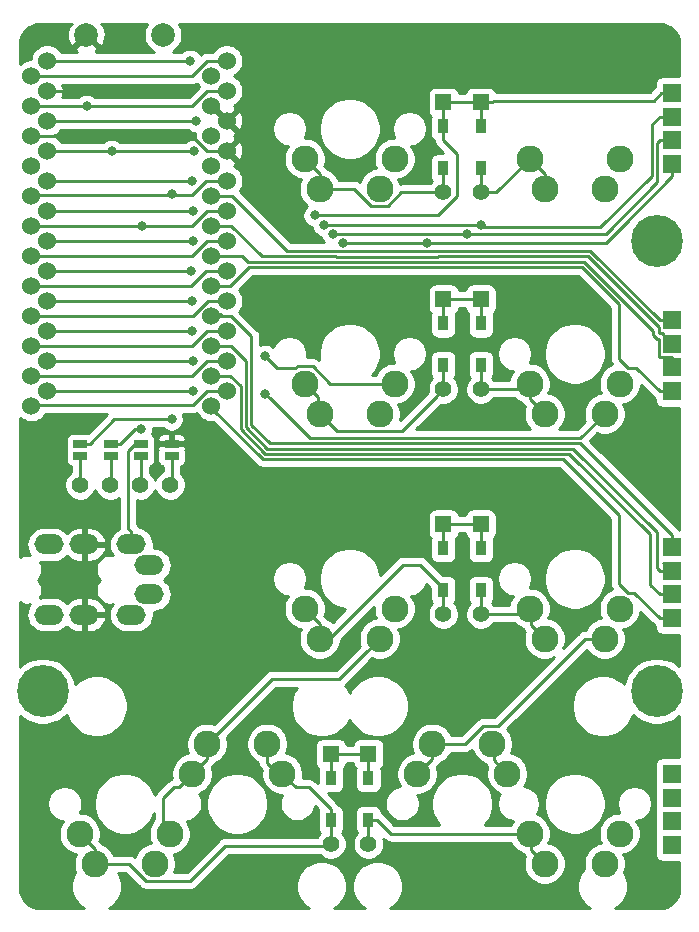
<source format=gbl>
G04 #@! TF.GenerationSoftware,KiCad,Pcbnew,5.1.4+dfsg1-1*
G04 #@! TF.CreationDate,2020-03-28T17:02:21+01:00*
G04 #@! TF.ProjectId,roni4x2split,726f6e69-3478-4327-9370-6c69742e6b69,rev?*
G04 #@! TF.SameCoordinates,Original*
G04 #@! TF.FileFunction,Copper,L2,Bot*
G04 #@! TF.FilePolarity,Positive*
%FSLAX46Y46*%
G04 Gerber Fmt 4.6, Leading zero omitted, Abs format (unit mm)*
G04 Created by KiCad (PCBNEW 5.1.4+dfsg1-1) date 2020-03-28 17:02:21*
%MOMM*%
%LPD*%
G04 APERTURE LIST*
%ADD10C,4.400000*%
%ADD11R,1.600000X1.600000*%
%ADD12C,2.000000*%
%ADD13R,0.950000X1.300000*%
%ADD14R,1.397000X1.397000*%
%ADD15C,1.397000*%
%ADD16C,2.286000*%
%ADD17O,2.500000X1.700000*%
%ADD18R,1.143000X0.635000*%
%ADD19C,1.524000*%
%ADD20C,0.800000*%
%ADD21C,0.250000*%
%ADD22C,0.254000*%
G04 APERTURE END LIST*
D10*
X93067422Y-69850176D03*
X145058178Y-31750080D03*
X145058178Y-69850176D03*
D11*
X146348025Y-25219350D03*
X146348025Y-23219350D03*
X146348025Y-21219350D03*
X146348025Y-19219350D03*
X146348025Y-44438700D03*
X146348025Y-42438700D03*
X146348025Y-40438700D03*
X146348025Y-38438700D03*
X146348025Y-63658050D03*
X146348025Y-61658050D03*
X146348025Y-59658050D03*
X146348025Y-57658050D03*
X146348025Y-82877400D03*
X146348025Y-80877400D03*
X146348025Y-78877400D03*
X146348025Y-76877400D03*
D12*
X103262500Y-14286600D03*
X96762500Y-14286600D03*
D13*
X126992000Y-25586150D03*
X126992000Y-22036150D03*
D14*
X126992000Y-20001150D03*
D15*
X126992000Y-27621150D03*
D13*
X126992000Y-42253700D03*
X126992000Y-38703700D03*
D14*
X126992000Y-36668700D03*
D15*
X126992000Y-44288700D03*
D13*
X126992000Y-61302500D03*
X126992000Y-57752500D03*
D14*
X126992000Y-55717500D03*
D15*
X126992000Y-63337500D03*
X117475296Y-82788324D03*
D14*
X117475296Y-75168324D03*
D13*
X117475296Y-77203324D03*
X117475296Y-80753324D03*
D15*
X130166800Y-27621150D03*
D14*
X130166800Y-20001150D03*
D13*
X130166800Y-22036150D03*
X130166800Y-25586150D03*
D15*
X130166800Y-44288700D03*
D14*
X130166800Y-36668700D03*
D13*
X130166800Y-38703700D03*
X130166800Y-42253700D03*
D15*
X130166800Y-63337500D03*
D14*
X130166800Y-55717500D03*
D13*
X130166800Y-57752500D03*
X130166800Y-61302500D03*
X120650304Y-80753324D03*
X120650304Y-77203324D03*
D14*
X120650304Y-75168324D03*
D15*
X120650304Y-82788324D03*
D16*
X122865000Y-24763600D03*
X116515000Y-27303600D03*
X121595000Y-27303600D03*
X115245000Y-24763600D03*
X115245000Y-43812400D03*
X121595000Y-46352400D03*
X116515000Y-46352400D03*
X122865000Y-43812400D03*
X115245000Y-62861200D03*
X121595000Y-65401200D03*
X116515000Y-65401200D03*
X122865000Y-62861200D03*
X113347776Y-76835200D03*
X106997776Y-74295200D03*
X112077776Y-74295200D03*
X105727776Y-76835200D03*
X134293800Y-24763600D03*
X140643800Y-27303600D03*
X135563800Y-27303600D03*
X141913800Y-24763600D03*
X141913800Y-43812400D03*
X135563800Y-46352400D03*
X140643800Y-46352400D03*
X134293800Y-43812400D03*
X141913800Y-62861200D03*
X135563800Y-65401200D03*
X140643800Y-65401200D03*
X134293800Y-62861200D03*
X141913800Y-81910000D03*
X135563800Y-84450000D03*
X140643800Y-84450000D03*
X134293800Y-81910000D03*
X132397824Y-76835200D03*
X126047824Y-74295200D03*
X131127824Y-74295200D03*
X124777824Y-76835200D03*
X96202752Y-81915200D03*
X102552752Y-84455200D03*
X97472752Y-84455200D03*
X103822752Y-81915200D03*
D17*
X100589290Y-63381400D03*
X102089290Y-59181400D03*
X93589290Y-63381400D03*
X96589290Y-63381400D03*
X93589290Y-57431400D03*
X96589290Y-57431400D03*
X100589290Y-57431400D03*
X102089290Y-61631400D03*
D15*
X96242430Y-52387632D03*
X98782430Y-52387632D03*
X101322430Y-52387632D03*
X103862430Y-52387632D03*
D18*
X103981512Y-49911442D03*
X103981512Y-48910682D03*
X101401818Y-48910682D03*
X101401818Y-49911442D03*
X98822124Y-49911442D03*
X98822124Y-48910682D03*
X96242430Y-48910682D03*
X96242430Y-49911442D03*
D19*
X93441342Y-16476300D03*
X93441342Y-19016300D03*
X93441342Y-21556300D03*
X93441342Y-24096300D03*
X93441342Y-26636300D03*
X93441342Y-29176300D03*
X93441342Y-31716300D03*
X93441342Y-34256300D03*
X93441342Y-36796300D03*
X93441342Y-39336300D03*
X93441342Y-41876300D03*
X93441342Y-44416300D03*
X108661342Y-44416300D03*
X108661342Y-41876300D03*
X108661342Y-39336300D03*
X108661342Y-36796300D03*
X108661342Y-34256300D03*
X108661342Y-31716300D03*
X108661342Y-29176300D03*
X108661342Y-26636300D03*
X108661342Y-24096300D03*
X108661342Y-21556300D03*
X108661342Y-19016300D03*
X108661342Y-16476300D03*
X92114942Y-17746300D03*
X92114942Y-20286300D03*
X92114942Y-22826300D03*
X92114942Y-25366300D03*
X92114942Y-27906300D03*
X92114942Y-30446300D03*
X92114942Y-32986300D03*
X92114942Y-35526300D03*
X92114942Y-38066300D03*
X92114942Y-40606300D03*
X92114942Y-43146300D03*
X92114942Y-45686300D03*
X107354942Y-45686300D03*
X107354942Y-43146300D03*
X107354942Y-40606300D03*
X107354942Y-38066300D03*
X107354942Y-35526300D03*
X107354942Y-32986300D03*
X107354942Y-30446300D03*
X107354942Y-27906300D03*
X107354942Y-25366300D03*
X107354942Y-22826300D03*
X107354942Y-20286300D03*
X107354942Y-17746300D03*
D20*
X116086230Y-29567262D03*
X130175328Y-30361014D03*
X116879982Y-30361014D03*
X117667484Y-31150079D03*
X128984700Y-31154766D03*
X118467486Y-31879776D03*
X125611242Y-31879776D03*
X111919032Y-44648550D03*
X105721846Y-26636300D03*
X105761540Y-29176300D03*
X105801234Y-31716300D03*
X105642490Y-34256300D03*
X105682184Y-36796300D03*
X105721878Y-39336300D03*
X138112500Y-16668750D03*
X105370578Y-19050048D03*
X144462864Y-50800128D03*
X118864362Y-37306344D03*
X142875360Y-75208002D03*
X105563070Y-16476300D03*
X105880590Y-24096300D03*
X98907426Y-24096300D03*
X96792120Y-20286300D03*
X103981512Y-27781320D03*
X103981512Y-46831368D03*
X101487104Y-30446300D03*
X101401818Y-47625120D03*
X105767454Y-44426255D03*
X105761572Y-41876300D03*
X111919032Y-41473542D03*
X106039334Y-21556300D03*
D21*
X146535950Y-19654900D02*
X146594650Y-19596200D01*
X126992000Y-20001150D02*
X126992000Y-22036150D01*
X130166800Y-20001150D02*
X130166800Y-22036150D01*
X126992000Y-20001150D02*
X130166800Y-20001150D01*
X107583712Y-31716300D02*
X108661342Y-31716300D01*
X107016180Y-31716300D02*
X107583712Y-31716300D01*
X105746180Y-32986300D02*
X107016180Y-31716300D01*
X92114942Y-32986300D02*
X105746180Y-32986300D01*
X108695122Y-31750080D02*
X108661342Y-31716300D01*
X144798575Y-19843800D02*
X145423025Y-19219350D01*
X145423025Y-19219350D02*
X146348025Y-19219350D01*
X131272650Y-19843800D02*
X144798575Y-19843800D01*
X130166800Y-20001150D02*
X131115300Y-20001150D01*
X131115300Y-20001150D02*
X131272650Y-19843800D01*
X128190948Y-27936984D02*
X128190948Y-24407874D01*
X126992000Y-23208926D02*
X126992000Y-22036150D01*
X128190948Y-24407874D02*
X126992000Y-23208926D01*
X116086230Y-29567262D02*
X126560670Y-29567262D01*
X126560670Y-29567262D02*
X128190948Y-27936984D01*
X130166800Y-38703700D02*
X130166800Y-36668700D01*
X126992000Y-38703700D02*
X126992000Y-36668700D01*
X126992000Y-36668700D02*
X130166800Y-36668700D01*
X126729400Y-36931300D02*
X126992000Y-36668700D01*
X106932337Y-34256300D02*
X108661342Y-34256300D01*
X92114942Y-35526300D02*
X105662337Y-35526300D01*
X105662337Y-35526300D02*
X106932337Y-34256300D01*
X140295666Y-30559452D02*
X130373766Y-30559452D01*
X130373766Y-30559452D02*
X130175328Y-30361014D01*
X144661302Y-26193816D02*
X140295666Y-30559452D01*
X146348025Y-21219350D02*
X145298025Y-21219350D01*
X144661302Y-21856073D02*
X144661302Y-26193816D01*
X145298025Y-21219350D02*
X144661302Y-21856073D01*
X117445667Y-30361014D02*
X116879982Y-30361014D01*
X130175328Y-30361014D02*
X117445667Y-30361014D01*
X126992000Y-57752500D02*
X126992000Y-55717500D01*
X130166800Y-57752500D02*
X130166800Y-55717500D01*
X126992000Y-55717500D02*
X130166800Y-55717500D01*
X107071250Y-36796300D02*
X107583712Y-36796300D01*
X107583712Y-36796300D02*
X108661342Y-36796300D01*
X92114942Y-38066300D02*
X105801250Y-38066300D01*
X105801250Y-38066300D02*
X107071250Y-36796300D01*
X145111313Y-26777092D02*
X140733639Y-31154766D01*
X145298025Y-23219350D02*
X145111313Y-23406062D01*
X145111313Y-23406062D02*
X145111313Y-26777092D01*
X129550385Y-31154766D02*
X128984700Y-31154766D01*
X140733639Y-31154766D02*
X129550385Y-31154766D01*
X146348025Y-23219350D02*
X145298025Y-23219350D01*
X128419015Y-31154766D02*
X128984700Y-31154766D01*
X117672171Y-31154766D02*
X128419015Y-31154766D01*
X117667484Y-31150079D02*
X117672171Y-31154766D01*
X117475296Y-75168324D02*
X117475296Y-77203324D01*
X120650304Y-75168324D02*
X120650304Y-77203324D01*
X118423796Y-75168324D02*
X120650304Y-75168324D01*
X117475296Y-75168324D02*
X118423796Y-75168324D01*
X107583712Y-39336300D02*
X108661342Y-39336300D01*
X105746180Y-40606300D02*
X107016180Y-39336300D01*
X107016180Y-39336300D02*
X107583712Y-39336300D01*
X92114942Y-40606300D02*
X105746180Y-40606300D01*
X108661342Y-39174968D02*
X108661342Y-39336300D01*
X119033171Y-31879776D02*
X125611242Y-31879776D01*
X118467486Y-31879776D02*
X119033171Y-31879776D01*
X140761284Y-31879776D02*
X125611242Y-31879776D01*
X142081608Y-30559452D02*
X140761284Y-31879776D01*
X142081608Y-30535767D02*
X142081608Y-30559452D01*
X146348025Y-25219350D02*
X146348025Y-26269350D01*
X146348025Y-26269350D02*
X142081608Y-30535767D01*
X116515000Y-26033600D02*
X116515000Y-27303600D01*
X115245000Y-24763600D02*
X116515000Y-26033600D01*
X116515000Y-27303600D02*
X119422358Y-27303600D01*
X119422358Y-27303600D02*
X120890359Y-28771601D01*
X120890359Y-28771601D02*
X122299641Y-28771601D01*
X122299641Y-28771601D02*
X123450092Y-27621150D01*
X123450092Y-27621150D02*
X126004172Y-27621150D01*
X126004172Y-27621150D02*
X126992000Y-27621150D01*
X126992000Y-25586150D02*
X126992000Y-27621150D01*
X116387999Y-46225399D02*
X116515000Y-46352400D01*
X116387999Y-44955399D02*
X116387999Y-46225399D01*
X115245000Y-43812400D02*
X116387999Y-44955399D01*
X126293501Y-44987199D02*
X126992000Y-44288700D01*
X123460299Y-47820401D02*
X126293501Y-44987199D01*
X117983001Y-47820401D02*
X123460299Y-47820401D01*
X116515000Y-46352400D02*
X117983001Y-47820401D01*
X126992000Y-44288700D02*
X126992000Y-42253700D01*
X116515000Y-64131200D02*
X116515000Y-65401200D01*
X115245000Y-62861200D02*
X116515000Y-64131200D01*
X126992000Y-63337500D02*
X126992000Y-61302500D01*
X125009799Y-59145299D02*
X126992000Y-61127500D01*
X123570567Y-59145299D02*
X125009799Y-59145299D01*
X126992000Y-61127500D02*
X126992000Y-61302500D01*
X117314666Y-65401200D02*
X123570567Y-59145299D01*
X116515000Y-65401200D02*
X117314666Y-65401200D01*
X112204777Y-74422201D02*
X112077776Y-74295200D01*
X96241094Y-81954894D02*
X97466200Y-83180000D01*
X97466200Y-83180000D02*
X97466200Y-84450000D01*
X112077776Y-75911646D02*
X113001330Y-76835200D01*
X113001330Y-76835200D02*
X113347776Y-76835200D01*
X112077776Y-74295200D02*
X112077776Y-75911646D01*
X117475296Y-79853324D02*
X117475296Y-80753324D01*
X115600171Y-77978199D02*
X117475296Y-79853324D01*
X113347776Y-76835200D02*
X114490775Y-77978199D01*
X114490775Y-77978199D02*
X115600171Y-77978199D01*
X117475296Y-80753324D02*
X117475296Y-82788324D01*
X117316536Y-82947084D02*
X117475296Y-82788324D01*
X100380110Y-84455200D02*
X101848111Y-85923201D01*
X101848111Y-85923201D02*
X105569469Y-85923201D01*
X97472752Y-84455200D02*
X100380110Y-84455200D01*
X105569469Y-85923201D02*
X108545586Y-82947084D01*
X108545586Y-82947084D02*
X117316536Y-82947084D01*
X133817500Y-25239900D02*
X134293800Y-24763600D01*
X135563800Y-26033600D02*
X135563800Y-27303600D01*
X134293800Y-24763600D02*
X135563800Y-26033600D01*
X130166800Y-25586150D02*
X130166800Y-27621150D01*
X131436250Y-27621150D02*
X130166800Y-27621150D01*
X134293800Y-24763600D02*
X131436250Y-27621150D01*
X134293800Y-45082400D02*
X134293800Y-43812400D01*
X135563800Y-46352400D02*
X134293800Y-45082400D01*
X133817500Y-44288700D02*
X134293800Y-43812400D01*
X130166800Y-44288700D02*
X133817500Y-44288700D01*
X130166800Y-44288700D02*
X130166800Y-42253700D01*
X134420801Y-62988201D02*
X134293800Y-62861200D01*
X134420801Y-64258201D02*
X134420801Y-62988201D01*
X135563800Y-65401200D02*
X134420801Y-64258201D01*
X133817500Y-63337500D02*
X134293800Y-62861200D01*
X130166800Y-63337500D02*
X133817500Y-63337500D01*
X130166800Y-63337500D02*
X130166800Y-61302500D01*
X131254825Y-74422201D02*
X131127824Y-74295200D01*
X131254825Y-75692201D02*
X131254825Y-74422201D01*
X132397824Y-76835200D02*
X131254825Y-75692201D01*
X134420801Y-83307001D02*
X134420801Y-82037001D01*
X134420801Y-82037001D02*
X134293800Y-81910000D01*
X135563800Y-84450000D02*
X134420801Y-83307001D01*
X133817500Y-82386300D02*
X134293800Y-81910000D01*
X120650304Y-80753324D02*
X120650304Y-82788324D01*
X132677354Y-81910000D02*
X134293800Y-81910000D01*
X121375304Y-80753324D02*
X122531980Y-81910000D01*
X122531980Y-81910000D02*
X132677354Y-81910000D01*
X120650304Y-80753324D02*
X121375304Y-80753324D01*
X126047824Y-75565200D02*
X126047824Y-74295200D01*
X124777824Y-76835200D02*
X126047824Y-75565200D01*
X139027354Y-65401200D02*
X140643800Y-65401200D01*
X130310896Y-72826746D02*
X131601808Y-72826746D01*
X126047824Y-74295200D02*
X128842442Y-74295200D01*
X131601808Y-72826746D02*
X139027354Y-65401200D01*
X128842442Y-74295200D02*
X130310896Y-72826746D01*
X106991894Y-44416300D02*
X108661342Y-44416300D01*
X105767454Y-45640740D02*
X106991894Y-44416300D01*
X92114942Y-45686300D02*
X92160502Y-45640740D01*
X92160502Y-45640740D02*
X105767454Y-45640740D01*
X112319031Y-45048549D02*
X111919032Y-44648550D01*
X115675252Y-48404770D02*
X112319031Y-45048549D01*
X138591430Y-48404770D02*
X115675252Y-48404770D01*
X140643800Y-46352400D02*
X138591430Y-48404770D01*
X93441342Y-26636300D02*
X105721846Y-26636300D01*
X109067442Y-27906300D02*
X108432572Y-27906300D01*
X126356132Y-32604778D02*
X118119484Y-32604778D01*
X126378045Y-32582865D02*
X126356132Y-32604778D01*
X139442190Y-32582865D02*
X126378045Y-32582865D01*
X146348025Y-38438700D02*
X145298025Y-38438700D01*
X108432572Y-27906300D02*
X107354942Y-27906300D01*
X118119484Y-32604778D02*
X118097571Y-32582865D01*
X118097571Y-32582865D02*
X113744007Y-32582865D01*
X113744007Y-32582865D02*
X109067442Y-27906300D01*
X145298025Y-38438700D02*
X139442190Y-32582865D01*
X93441342Y-29176300D02*
X105761540Y-29176300D01*
X109027748Y-30446300D02*
X108432572Y-30446300D01*
X145223024Y-39017597D02*
X139238303Y-33032876D01*
X139238303Y-33032876D02*
X126564445Y-33032876D01*
X145223024Y-39498701D02*
X145223024Y-39017597D01*
X146348025Y-40438700D02*
X145473026Y-39563701D01*
X145288024Y-39563701D02*
X145223024Y-39498701D01*
X117911171Y-33032876D02*
X111614324Y-33032876D01*
X145473026Y-39563701D02*
X145288024Y-39563701D01*
X126564445Y-33032876D02*
X126542532Y-33054789D01*
X117933084Y-33054789D02*
X117911171Y-33032876D01*
X126542532Y-33054789D02*
X117933084Y-33054789D01*
X108432572Y-30446300D02*
X107354942Y-30446300D01*
X111614324Y-33032876D02*
X109027748Y-30446300D01*
X93441342Y-31716300D02*
X105801234Y-31716300D01*
X108432572Y-32986300D02*
X107354942Y-32986300D01*
X109980244Y-32986300D02*
X108432572Y-32986300D01*
X110476831Y-33482887D02*
X109980244Y-32986300D01*
X117724771Y-33482887D02*
X110476831Y-33482887D01*
X117746684Y-33504800D02*
X117724771Y-33482887D01*
X145288024Y-41563701D02*
X145223024Y-41498701D01*
X138894562Y-33482887D02*
X126750845Y-33482887D01*
X145223024Y-41498701D02*
X145223024Y-40013712D01*
X146348025Y-42438700D02*
X146348025Y-41563701D01*
X146348025Y-41563701D02*
X145288024Y-41563701D01*
X145101624Y-40013712D02*
X144773013Y-39685101D01*
X144773013Y-39685101D02*
X144773013Y-39361338D01*
X126750845Y-33482887D02*
X126728932Y-33504800D01*
X145223024Y-40013712D02*
X145101624Y-40013712D01*
X144773013Y-39361338D02*
X138894562Y-33482887D01*
X126728932Y-33504800D02*
X117746684Y-33504800D01*
X93441342Y-34256300D02*
X105642490Y-34256300D01*
X108936564Y-35526300D02*
X107354942Y-35526300D01*
X110529966Y-33932898D02*
X108936564Y-35526300D01*
X143307626Y-42448301D02*
X142619367Y-42448301D01*
X142619367Y-42448301D02*
X141883170Y-41712104D01*
X126915332Y-33954811D02*
X117560284Y-33954811D01*
X145298025Y-44438700D02*
X143307626Y-42448301D01*
X146348025Y-44438700D02*
X145298025Y-44438700D01*
X141883170Y-41712104D02*
X141883170Y-37107906D01*
X141883170Y-37107906D02*
X138708162Y-33932898D01*
X138708162Y-33932898D02*
X126937245Y-33932898D01*
X117538371Y-33932898D02*
X110529966Y-33932898D01*
X126937245Y-33932898D02*
X126915332Y-33954811D01*
X117560284Y-33954811D02*
X117538371Y-33932898D01*
X107209663Y-37954801D02*
X108165247Y-37954801D01*
X93441342Y-36796300D02*
X105682184Y-36796300D01*
X138594756Y-48854781D02*
X112279791Y-48854781D01*
X108432572Y-38066300D02*
X107354942Y-38066300D01*
X110728404Y-39794600D02*
X109000104Y-38066300D01*
X146348025Y-56608050D02*
X138594756Y-48854781D01*
X146348025Y-57658050D02*
X146348025Y-56608050D01*
X112279791Y-48854781D02*
X110728404Y-47303394D01*
X110728404Y-47303394D02*
X110728404Y-39794600D01*
X109000104Y-38066300D02*
X108432572Y-38066300D01*
X145605500Y-58991500D02*
X145613949Y-58983051D01*
X145613949Y-58983051D02*
X145673026Y-58983051D01*
X93441342Y-39336300D02*
X105721878Y-39336300D01*
X145058178Y-56356392D02*
X138006578Y-49304792D01*
X145298025Y-59658050D02*
X145058178Y-59418203D01*
X110278393Y-47489793D02*
X110278393Y-41884589D01*
X112093392Y-49304792D02*
X110278393Y-47489793D01*
X110278393Y-41884589D02*
X109000104Y-40606300D01*
X145058178Y-59418203D02*
X145058178Y-56356392D01*
X138006578Y-49304792D02*
X112093392Y-49304792D01*
X109000104Y-40606300D02*
X108432572Y-40606300D01*
X108432572Y-40606300D02*
X107354942Y-40606300D01*
X146348025Y-59658050D02*
X145298025Y-59658050D01*
X107016180Y-24096300D02*
X107583712Y-24096300D01*
X105746180Y-22826300D02*
X107016180Y-24096300D01*
X107583712Y-24096300D02*
X108661342Y-24096300D01*
X92114942Y-22826300D02*
X105746180Y-22826300D01*
X105336830Y-19016300D02*
X105370578Y-19050048D01*
X93441342Y-19016300D02*
X105336830Y-19016300D01*
X93441342Y-16476300D02*
X105563070Y-16476300D01*
X100589290Y-56331400D02*
X100589290Y-57431400D01*
X100298929Y-56041039D02*
X100589290Y-56331400D01*
X100298929Y-49540329D02*
X100298929Y-56041039D01*
X100928576Y-48910682D02*
X100298929Y-49540329D01*
X101401818Y-48910682D02*
X100928576Y-48910682D01*
X93441342Y-24096300D02*
X98907426Y-24096300D01*
X98907426Y-24096300D02*
X105880590Y-24096300D01*
X105746180Y-20286300D02*
X107016180Y-19016300D01*
X107583712Y-19016300D02*
X108661342Y-19016300D01*
X107016180Y-19016300D02*
X107583712Y-19016300D01*
X96792120Y-20286300D02*
X105746180Y-20286300D01*
X92114942Y-20286300D02*
X96792120Y-20286300D01*
X107583712Y-26636300D02*
X108661342Y-26636300D01*
X106912474Y-26636300D02*
X107583712Y-26636300D01*
X105700466Y-27848308D02*
X106912474Y-26636300D01*
X92114942Y-27906300D02*
X92172934Y-27848308D01*
X96904732Y-27848308D02*
X105700466Y-27848308D01*
X92172934Y-27848308D02*
X96904732Y-27848308D01*
X99427436Y-46831368D02*
X103981512Y-46831368D01*
X99143244Y-46831368D02*
X99427436Y-46831368D01*
X96242430Y-48910682D02*
X97063930Y-48910682D01*
X97063930Y-48910682D02*
X99143244Y-46831368D01*
X107583712Y-29176300D02*
X108661342Y-29176300D01*
X107016180Y-29176300D02*
X107583712Y-29176300D01*
X105746180Y-30446300D02*
X107016180Y-29176300D01*
X92114942Y-30446300D02*
X98736838Y-30446300D01*
X98736838Y-30446300D02*
X101487104Y-30446300D01*
X101487104Y-30446300D02*
X105746180Y-30446300D01*
X99643624Y-48910682D02*
X100929186Y-47625120D01*
X100929186Y-47625120D02*
X101401818Y-47625120D01*
X98822124Y-48910682D02*
X99643624Y-48910682D01*
X105757499Y-44416300D02*
X105767454Y-44426255D01*
X93441342Y-44416300D02*
X105757499Y-44416300D01*
X142619367Y-61497101D02*
X141883170Y-60760904D01*
X143137076Y-61497101D02*
X142619367Y-61497101D01*
X146348025Y-63658050D02*
X145298025Y-63658050D01*
X137120658Y-50204814D02*
X111720594Y-50204814D01*
X111720594Y-50204814D02*
X107354942Y-45839162D01*
X141883170Y-54967326D02*
X137120658Y-50204814D01*
X141883170Y-60760904D02*
X141883170Y-54967326D01*
X107354942Y-45839162D02*
X107354942Y-45686300D01*
X145298025Y-63658050D02*
X143137076Y-61497101D01*
X146217800Y-61426550D02*
X146217800Y-61658050D01*
X93441342Y-41876300D02*
X105761572Y-41876300D01*
X107354942Y-43146300D02*
X108945522Y-43146300D01*
X144462864Y-56554830D02*
X144462864Y-60822889D01*
X111906993Y-49754803D02*
X137662837Y-49754803D01*
X145298025Y-61658050D02*
X146348025Y-61658050D01*
X144462864Y-60822889D02*
X145298025Y-61658050D01*
X109828382Y-47676192D02*
X111906993Y-49754803D01*
X137662837Y-49754803D02*
X144462864Y-56554830D01*
X108945522Y-43146300D02*
X109828382Y-44029160D01*
X109828382Y-44029160D02*
X109828382Y-47676192D01*
X103981512Y-52268550D02*
X103862430Y-52387632D01*
X103981512Y-49911442D02*
X103981512Y-52268550D01*
X101401818Y-52308244D02*
X101322430Y-52387632D01*
X101401818Y-49911442D02*
X101401818Y-52308244D01*
X98822124Y-52347938D02*
X98782430Y-52387632D01*
X98822124Y-49911442D02*
X98822124Y-52347938D01*
X96242430Y-49911442D02*
X96242430Y-52387632D01*
X106997776Y-75565200D02*
X106997776Y-74295200D01*
X105727776Y-76835200D02*
X106997776Y-75565200D01*
X103816200Y-81910000D02*
X103281875Y-81375675D01*
X104584777Y-77978199D02*
X105727776Y-76835200D01*
X104190573Y-77978199D02*
X104584777Y-77978199D01*
X103281875Y-78886897D02*
X104190573Y-77978199D01*
X103281875Y-81375675D02*
X103281875Y-78886897D01*
X107016180Y-41876300D02*
X107583712Y-41876300D01*
X107583712Y-41876300D02*
X108661342Y-41876300D01*
X105746180Y-43146300D02*
X107016180Y-41876300D01*
X92114942Y-43146300D02*
X105746180Y-43146300D01*
X120452001Y-66544199D02*
X121595000Y-65401200D01*
X118194901Y-68801299D02*
X120452001Y-66544199D01*
X112491677Y-68801299D02*
X118194901Y-68801299D01*
X106997776Y-74295200D02*
X112491677Y-68801299D01*
X112911222Y-42465732D02*
X111919032Y-41473542D01*
X113776999Y-42465732D02*
X112911222Y-42465732D01*
X114643335Y-42344399D02*
X114539433Y-42448301D01*
X122865000Y-43812400D02*
X117417642Y-43812400D01*
X117417642Y-43812400D02*
X115949641Y-42344399D01*
X115949641Y-42344399D02*
X114643335Y-42344399D01*
X113794430Y-42448301D02*
X113776999Y-42465732D01*
X114539433Y-42448301D02*
X113794430Y-42448301D01*
X93441342Y-21556300D02*
X106039334Y-21556300D01*
X107583712Y-16476300D02*
X108661342Y-16476300D01*
X107016180Y-16476300D02*
X107583712Y-16476300D01*
X105746180Y-17746300D02*
X107016180Y-16476300D01*
X92114942Y-17746300D02*
X105746180Y-17746300D01*
D22*
G36*
X106116937Y-46348027D02*
G01*
X106269822Y-46576835D01*
X106464407Y-46771420D01*
X106693215Y-46924305D01*
X106947452Y-47029614D01*
X107217350Y-47083300D01*
X107492534Y-47083300D01*
X107519012Y-47078033D01*
X111156794Y-50715816D01*
X111180593Y-50744815D01*
X111296318Y-50839788D01*
X111428347Y-50910360D01*
X111571608Y-50953817D01*
X111683261Y-50964814D01*
X111683270Y-50964814D01*
X111720593Y-50968490D01*
X111757916Y-50964814D01*
X136805857Y-50964814D01*
X141123171Y-55282129D01*
X141123170Y-60723581D01*
X141119494Y-60760904D01*
X141123170Y-60798226D01*
X141123170Y-60798236D01*
X141134167Y-60909889D01*
X141175926Y-61047552D01*
X141177624Y-61053150D01*
X141248196Y-61185180D01*
X141264873Y-61205501D01*
X141071601Y-61285557D01*
X140780391Y-61480137D01*
X140532737Y-61727791D01*
X140338157Y-62019001D01*
X140204128Y-62342577D01*
X140135800Y-62686082D01*
X140135800Y-63036318D01*
X140204128Y-63379823D01*
X140317402Y-63653292D01*
X140125177Y-63691528D01*
X139801601Y-63825557D01*
X139510391Y-64020137D01*
X139262737Y-64267791D01*
X139068157Y-64559001D01*
X139035307Y-64638307D01*
X139027354Y-64637524D01*
X138990031Y-64641200D01*
X138990021Y-64641200D01*
X138878368Y-64652197D01*
X138735107Y-64695654D01*
X138603078Y-64766226D01*
X138487353Y-64861199D01*
X138463555Y-64890197D01*
X137160012Y-66193740D01*
X137273472Y-65919823D01*
X137341800Y-65576318D01*
X137341800Y-65226082D01*
X137273472Y-64882577D01*
X137139443Y-64559001D01*
X136944863Y-64267791D01*
X136697209Y-64020137D01*
X136405999Y-63825557D01*
X136082423Y-63691528D01*
X135890198Y-63653292D01*
X136003472Y-63379823D01*
X136071800Y-63036318D01*
X136071800Y-62686082D01*
X136003472Y-62342577D01*
X135869443Y-62019001D01*
X135674863Y-61727791D01*
X135427209Y-61480137D01*
X135135999Y-61285557D01*
X134812423Y-61151528D01*
X134468918Y-61083200D01*
X134301725Y-61083200D01*
X134340588Y-61025038D01*
X134452598Y-60754621D01*
X134509700Y-60467548D01*
X134509700Y-60174852D01*
X134487308Y-60062276D01*
X135474900Y-60062276D01*
X135474900Y-60580124D01*
X135575927Y-61088022D01*
X135774099Y-61566451D01*
X136061800Y-61997026D01*
X136427974Y-62363200D01*
X136858549Y-62650901D01*
X137336978Y-62849073D01*
X137844876Y-62950100D01*
X138362724Y-62950100D01*
X138870622Y-62849073D01*
X139349051Y-62650901D01*
X139779626Y-62363200D01*
X140145800Y-61997026D01*
X140433501Y-61566451D01*
X140631673Y-61088022D01*
X140732700Y-60580124D01*
X140732700Y-60062276D01*
X140631673Y-59554378D01*
X140433501Y-59075949D01*
X140145800Y-58645374D01*
X139779626Y-58279200D01*
X139349051Y-57991499D01*
X138870622Y-57793327D01*
X138362724Y-57692300D01*
X137844876Y-57692300D01*
X137336978Y-57793327D01*
X136858549Y-57991499D01*
X136427974Y-58279200D01*
X136061800Y-58645374D01*
X135774099Y-59075949D01*
X135575927Y-59554378D01*
X135474900Y-60062276D01*
X134487308Y-60062276D01*
X134452598Y-59887779D01*
X134340588Y-59617362D01*
X134177974Y-59373994D01*
X133971006Y-59167026D01*
X133727638Y-59004412D01*
X133457221Y-58892402D01*
X133170148Y-58835300D01*
X132877452Y-58835300D01*
X132590379Y-58892402D01*
X132319962Y-59004412D01*
X132076594Y-59167026D01*
X131869626Y-59373994D01*
X131707012Y-59617362D01*
X131595002Y-59887779D01*
X131537900Y-60174852D01*
X131537900Y-60467548D01*
X131595002Y-60754621D01*
X131707012Y-61025038D01*
X131869626Y-61268406D01*
X132076594Y-61475374D01*
X132319962Y-61637988D01*
X132590379Y-61749998D01*
X132861822Y-61803991D01*
X132718157Y-62019001D01*
X132584128Y-62342577D01*
X132537398Y-62577500D01*
X131262771Y-62577500D01*
X131202597Y-62487443D01*
X131104639Y-62389485D01*
X131172337Y-62306994D01*
X131231302Y-62196680D01*
X131267612Y-62076982D01*
X131279872Y-61952500D01*
X131279872Y-60652500D01*
X131267612Y-60528018D01*
X131231302Y-60408320D01*
X131172337Y-60298006D01*
X131092985Y-60201315D01*
X130996294Y-60121963D01*
X130885980Y-60062998D01*
X130766282Y-60026688D01*
X130641800Y-60014428D01*
X129691800Y-60014428D01*
X129567318Y-60026688D01*
X129447620Y-60062998D01*
X129337306Y-60121963D01*
X129240615Y-60201315D01*
X129161263Y-60298006D01*
X129102298Y-60408320D01*
X129065988Y-60528018D01*
X129053728Y-60652500D01*
X129053728Y-61952500D01*
X129065988Y-62076982D01*
X129102298Y-62196680D01*
X129161263Y-62306994D01*
X129228961Y-62389485D01*
X129131003Y-62487443D01*
X128985068Y-62705851D01*
X128884546Y-62948532D01*
X128833300Y-63206162D01*
X128833300Y-63468838D01*
X128884546Y-63726468D01*
X128985068Y-63969149D01*
X129131003Y-64187557D01*
X129316743Y-64373297D01*
X129535151Y-64519232D01*
X129777832Y-64619754D01*
X130035462Y-64671000D01*
X130298138Y-64671000D01*
X130555768Y-64619754D01*
X130798449Y-64519232D01*
X131016857Y-64373297D01*
X131202597Y-64187557D01*
X131262771Y-64097500D01*
X133015628Y-64097500D01*
X133160391Y-64242263D01*
X133451601Y-64436843D01*
X133713730Y-64545420D01*
X133715255Y-64550447D01*
X133785827Y-64682477D01*
X133825672Y-64731027D01*
X133880800Y-64798202D01*
X133886977Y-64803272D01*
X133854128Y-64882577D01*
X133785800Y-65226082D01*
X133785800Y-65576318D01*
X133854128Y-65919823D01*
X133988157Y-66243399D01*
X134182737Y-66534609D01*
X134430391Y-66782263D01*
X134721601Y-66976843D01*
X135045177Y-67110872D01*
X135388682Y-67179200D01*
X135738918Y-67179200D01*
X136082423Y-67110872D01*
X136356340Y-66997412D01*
X131287007Y-72066746D01*
X130348229Y-72066746D01*
X130310896Y-72063069D01*
X130273563Y-72066746D01*
X130161910Y-72077743D01*
X130018649Y-72121200D01*
X129886620Y-72191772D01*
X129770895Y-72286745D01*
X129747097Y-72315743D01*
X128527641Y-73535200D01*
X127657515Y-73535200D01*
X127623467Y-73453001D01*
X127428887Y-73161791D01*
X127181233Y-72914137D01*
X126890023Y-72719557D01*
X126566447Y-72585528D01*
X126222942Y-72517200D01*
X125872706Y-72517200D01*
X125529201Y-72585528D01*
X125205625Y-72719557D01*
X124914415Y-72914137D01*
X124666761Y-73161791D01*
X124472181Y-73453001D01*
X124338152Y-73776577D01*
X124269824Y-74120082D01*
X124269824Y-74470318D01*
X124338152Y-74813823D01*
X124451426Y-75087292D01*
X124259201Y-75125528D01*
X123935625Y-75259557D01*
X123644415Y-75454137D01*
X123396761Y-75701791D01*
X123202181Y-75993001D01*
X123068152Y-76316577D01*
X122999824Y-76660082D01*
X122999824Y-77010318D01*
X123068152Y-77353823D01*
X123202181Y-77677399D01*
X123345846Y-77892409D01*
X123074403Y-77946402D01*
X122803986Y-78058412D01*
X122560618Y-78221026D01*
X122353650Y-78427994D01*
X122191036Y-78671362D01*
X122079026Y-78941779D01*
X122021924Y-79228852D01*
X122021924Y-79521548D01*
X122079026Y-79808621D01*
X122191036Y-80079038D01*
X122353650Y-80322406D01*
X122560618Y-80529374D01*
X122803986Y-80691988D01*
X123074403Y-80803998D01*
X123361476Y-80861100D01*
X123654172Y-80861100D01*
X123941245Y-80803998D01*
X124211662Y-80691988D01*
X124455030Y-80529374D01*
X124661998Y-80322406D01*
X124824612Y-80079038D01*
X124936622Y-79808621D01*
X124993724Y-79521548D01*
X124993724Y-79228852D01*
X124936622Y-78941779D01*
X124824612Y-78671362D01*
X124785749Y-78613200D01*
X124952942Y-78613200D01*
X125296447Y-78544872D01*
X125620023Y-78410843D01*
X125911233Y-78216263D01*
X126158887Y-77968609D01*
X126353467Y-77677399D01*
X126487496Y-77353823D01*
X126555824Y-77010318D01*
X126555824Y-76660082D01*
X126487496Y-76316577D01*
X126453448Y-76234378D01*
X126558828Y-76128998D01*
X126587825Y-76105201D01*
X126682798Y-75989476D01*
X126705314Y-75947352D01*
X126890023Y-75870843D01*
X127181233Y-75676263D01*
X127428887Y-75428609D01*
X127623467Y-75137399D01*
X127657515Y-75055200D01*
X128805120Y-75055200D01*
X128842442Y-75058876D01*
X128879764Y-75055200D01*
X128879775Y-75055200D01*
X128991428Y-75044203D01*
X129134689Y-75000746D01*
X129266718Y-74930174D01*
X129382443Y-74835201D01*
X129406246Y-74806197D01*
X129414911Y-74797532D01*
X129418152Y-74813823D01*
X129552181Y-75137399D01*
X129746761Y-75428609D01*
X129994415Y-75676263D01*
X130285625Y-75870843D01*
X130547754Y-75979420D01*
X130549279Y-75984447D01*
X130619851Y-76116477D01*
X130659696Y-76165027D01*
X130714824Y-76232202D01*
X130721001Y-76237272D01*
X130688152Y-76316577D01*
X130619824Y-76660082D01*
X130619824Y-77010318D01*
X130688152Y-77353823D01*
X130822181Y-77677399D01*
X131016761Y-77968609D01*
X131264415Y-78216263D01*
X131555625Y-78410843D01*
X131807814Y-78515302D01*
X131707012Y-78666162D01*
X131595002Y-78936579D01*
X131537900Y-79223652D01*
X131537900Y-79516348D01*
X131595002Y-79803421D01*
X131707012Y-80073838D01*
X131869626Y-80317206D01*
X132076594Y-80524174D01*
X132319962Y-80686788D01*
X132590379Y-80798798D01*
X132861822Y-80852791D01*
X132718157Y-81067801D01*
X132684109Y-81150000D01*
X130530850Y-81150000D01*
X130629824Y-81051026D01*
X130917525Y-80620451D01*
X131115697Y-80142022D01*
X131216724Y-79634124D01*
X131216724Y-79116276D01*
X131115697Y-78608378D01*
X130917525Y-78129949D01*
X130629824Y-77699374D01*
X130263650Y-77333200D01*
X129833075Y-77045499D01*
X129354646Y-76847327D01*
X128846748Y-76746300D01*
X128328900Y-76746300D01*
X127821002Y-76847327D01*
X127342573Y-77045499D01*
X126911998Y-77333200D01*
X126545824Y-77699374D01*
X126258123Y-78129949D01*
X126059951Y-78608378D01*
X125958924Y-79116276D01*
X125958924Y-79634124D01*
X126059951Y-80142022D01*
X126258123Y-80620451D01*
X126545824Y-81051026D01*
X126644798Y-81150000D01*
X122846782Y-81150000D01*
X121939108Y-80242327D01*
X121915305Y-80213323D01*
X121799580Y-80118350D01*
X121762926Y-80098758D01*
X121751116Y-79978842D01*
X121714806Y-79859144D01*
X121655841Y-79748830D01*
X121576489Y-79652139D01*
X121479798Y-79572787D01*
X121369484Y-79513822D01*
X121249786Y-79477512D01*
X121125304Y-79465252D01*
X120175304Y-79465252D01*
X120050822Y-79477512D01*
X119931124Y-79513822D01*
X119820810Y-79572787D01*
X119724119Y-79652139D01*
X119644767Y-79748830D01*
X119585802Y-79859144D01*
X119549492Y-79978842D01*
X119537232Y-80103324D01*
X119537232Y-81403324D01*
X119549492Y-81527806D01*
X119585802Y-81647504D01*
X119644767Y-81757818D01*
X119712465Y-81840309D01*
X119614507Y-81938267D01*
X119468572Y-82156675D01*
X119368050Y-82399356D01*
X119316804Y-82656986D01*
X119316804Y-82919662D01*
X119368050Y-83177292D01*
X119468572Y-83419973D01*
X119614507Y-83638381D01*
X119800247Y-83824121D01*
X120018655Y-83970056D01*
X120261336Y-84070578D01*
X120518966Y-84121824D01*
X120781642Y-84121824D01*
X121039272Y-84070578D01*
X121281953Y-83970056D01*
X121500361Y-83824121D01*
X121686101Y-83638381D01*
X121832036Y-83419973D01*
X121932558Y-83177292D01*
X121983804Y-82919662D01*
X121983804Y-82656986D01*
X121932558Y-82399356D01*
X121922675Y-82375497D01*
X121968180Y-82421002D01*
X121991979Y-82450001D01*
X122020977Y-82473799D01*
X122107703Y-82544974D01*
X122213371Y-82601455D01*
X122239733Y-82615546D01*
X122382994Y-82659003D01*
X122494647Y-82670000D01*
X122494657Y-82670000D01*
X122531980Y-82673676D01*
X122569303Y-82670000D01*
X132684109Y-82670000D01*
X132718157Y-82752199D01*
X132912737Y-83043409D01*
X133160391Y-83291063D01*
X133451601Y-83485643D01*
X133713730Y-83594220D01*
X133715255Y-83599247D01*
X133785827Y-83731277D01*
X133796104Y-83743799D01*
X133880800Y-83847002D01*
X133886977Y-83852072D01*
X133854128Y-83931377D01*
X133785800Y-84274882D01*
X133785800Y-84625118D01*
X133854128Y-84968623D01*
X133988157Y-85292199D01*
X134182737Y-85583409D01*
X134430391Y-85831063D01*
X134721601Y-86025643D01*
X135045177Y-86159672D01*
X135388682Y-86228000D01*
X135738918Y-86228000D01*
X136082423Y-86159672D01*
X136405999Y-86025643D01*
X136697209Y-85831063D01*
X136944863Y-85583409D01*
X137139443Y-85292199D01*
X137273472Y-84968623D01*
X137341800Y-84625118D01*
X137341800Y-84274882D01*
X137273472Y-83931377D01*
X137139443Y-83607801D01*
X136944863Y-83316591D01*
X136697209Y-83068937D01*
X136405999Y-82874357D01*
X136082423Y-82740328D01*
X135890198Y-82702092D01*
X136003472Y-82428623D01*
X136071800Y-82085118D01*
X136071800Y-81734882D01*
X136003472Y-81391377D01*
X135869443Y-81067801D01*
X135674863Y-80776591D01*
X135427209Y-80528937D01*
X135135999Y-80334357D01*
X134883810Y-80229898D01*
X134984612Y-80079038D01*
X135096622Y-79808621D01*
X135153724Y-79521548D01*
X135153724Y-79228852D01*
X135130298Y-79111076D01*
X135474900Y-79111076D01*
X135474900Y-79628924D01*
X135575927Y-80136822D01*
X135774099Y-80615251D01*
X136061800Y-81045826D01*
X136427974Y-81412000D01*
X136858549Y-81699701D01*
X137336978Y-81897873D01*
X137844876Y-81998900D01*
X138362724Y-81998900D01*
X138870622Y-81897873D01*
X139349051Y-81699701D01*
X139779626Y-81412000D01*
X140145800Y-81045826D01*
X140433501Y-80615251D01*
X140631673Y-80136822D01*
X140732700Y-79628924D01*
X140732700Y-79111076D01*
X140631673Y-78603178D01*
X140433501Y-78124749D01*
X140145800Y-77694174D01*
X139779626Y-77328000D01*
X139349051Y-77040299D01*
X138870622Y-76842127D01*
X138362724Y-76741100D01*
X137844876Y-76741100D01*
X137336978Y-76842127D01*
X136858549Y-77040299D01*
X136427974Y-77328000D01*
X136061800Y-77694174D01*
X135774099Y-78124749D01*
X135575927Y-78603178D01*
X135474900Y-79111076D01*
X135130298Y-79111076D01*
X135096622Y-78941779D01*
X134984612Y-78671362D01*
X134821998Y-78427994D01*
X134615030Y-78221026D01*
X134371662Y-78058412D01*
X134101245Y-77946402D01*
X133829802Y-77892409D01*
X133973467Y-77677399D01*
X134107496Y-77353823D01*
X134175824Y-77010318D01*
X134175824Y-76660082D01*
X134107496Y-76316577D01*
X133973467Y-75993001D01*
X133778887Y-75701791D01*
X133531233Y-75454137D01*
X133240023Y-75259557D01*
X132916447Y-75125528D01*
X132724222Y-75087292D01*
X132837496Y-74813823D01*
X132905824Y-74470318D01*
X132905824Y-74120082D01*
X132837496Y-73776577D01*
X132703467Y-73453001D01*
X132508887Y-73161791D01*
X132425226Y-73078130D01*
X139144981Y-66358375D01*
X139262737Y-66534609D01*
X139510391Y-66782263D01*
X139801601Y-66976843D01*
X140125177Y-67110872D01*
X140468682Y-67179200D01*
X140818918Y-67179200D01*
X141162423Y-67110872D01*
X141485999Y-66976843D01*
X141777209Y-66782263D01*
X142024863Y-66534609D01*
X142219443Y-66243399D01*
X142353472Y-65919823D01*
X142421800Y-65576318D01*
X142421800Y-65226082D01*
X142353472Y-64882577D01*
X142240198Y-64609108D01*
X142432423Y-64570872D01*
X142755999Y-64436843D01*
X143047209Y-64242263D01*
X143294863Y-63994609D01*
X143489443Y-63703399D01*
X143623472Y-63379823D01*
X143676817Y-63111644D01*
X144734230Y-64169058D01*
X144758024Y-64198051D01*
X144787017Y-64221845D01*
X144787021Y-64221849D01*
X144831317Y-64258201D01*
X144873749Y-64293024D01*
X144909953Y-64312376D01*
X144909953Y-64458050D01*
X144922213Y-64582532D01*
X144958523Y-64702230D01*
X145017488Y-64812544D01*
X145096840Y-64909235D01*
X145193531Y-64988587D01*
X145303845Y-65047552D01*
X145423543Y-65083862D01*
X145548025Y-65096122D01*
X146968201Y-65096122D01*
X146968201Y-67750904D01*
X146865385Y-67648088D01*
X146401054Y-67337832D01*
X145885117Y-67124124D01*
X145337401Y-67015176D01*
X144778955Y-67015176D01*
X144231239Y-67124124D01*
X143715302Y-67337832D01*
X143250971Y-67648088D01*
X142856090Y-68042969D01*
X142545834Y-68507300D01*
X142332126Y-69023237D01*
X142295055Y-69209605D01*
X142163650Y-69078200D01*
X141733075Y-68790499D01*
X141254646Y-68592327D01*
X140746748Y-68491300D01*
X140228900Y-68491300D01*
X139721002Y-68592327D01*
X139242573Y-68790499D01*
X138811998Y-69078200D01*
X138445824Y-69444374D01*
X138158123Y-69874949D01*
X137959951Y-70353378D01*
X137858924Y-70861276D01*
X137858924Y-71379124D01*
X137959951Y-71887022D01*
X138158123Y-72365451D01*
X138445824Y-72796026D01*
X138811998Y-73162200D01*
X139242573Y-73449901D01*
X139721002Y-73648073D01*
X140228900Y-73749100D01*
X140746748Y-73749100D01*
X141254646Y-73648073D01*
X141733075Y-73449901D01*
X142163650Y-73162200D01*
X142529824Y-72796026D01*
X142817525Y-72365451D01*
X143015697Y-71887022D01*
X143027316Y-71828609D01*
X143250971Y-72052264D01*
X143715302Y-72362520D01*
X144231239Y-72576228D01*
X144778955Y-72685176D01*
X145337401Y-72685176D01*
X145885117Y-72576228D01*
X146401054Y-72362520D01*
X146865385Y-72052264D01*
X146968201Y-71949448D01*
X146968201Y-75439328D01*
X145548025Y-75439328D01*
X145423543Y-75451588D01*
X145303845Y-75487898D01*
X145193531Y-75546863D01*
X145096840Y-75626215D01*
X145017488Y-75722906D01*
X144958523Y-75833220D01*
X144922213Y-75952918D01*
X144909953Y-76077400D01*
X144909953Y-77677400D01*
X144922213Y-77801882D01*
X144945121Y-77877400D01*
X144922213Y-77952918D01*
X144909953Y-78077400D01*
X144909953Y-79677400D01*
X144922213Y-79801882D01*
X144945121Y-79877400D01*
X144922213Y-79952918D01*
X144909953Y-80077400D01*
X144909953Y-81677400D01*
X144922213Y-81801882D01*
X144945121Y-81877400D01*
X144922213Y-81952918D01*
X144909953Y-82077400D01*
X144909953Y-83677400D01*
X144922213Y-83801882D01*
X144958523Y-83921580D01*
X145017488Y-84031894D01*
X145096840Y-84128585D01*
X145193531Y-84207937D01*
X145303845Y-84266902D01*
X145423543Y-84303212D01*
X145548025Y-84315472D01*
X146968201Y-84315472D01*
X146968201Y-86481011D01*
X146932317Y-86846983D01*
X146835411Y-87167953D01*
X146678006Y-87463989D01*
X146466100Y-87723813D01*
X146207755Y-87937533D01*
X145912824Y-88097002D01*
X145592542Y-88196146D01*
X145228578Y-88234400D01*
X141568983Y-88234400D01*
X141864106Y-88037204D01*
X142164828Y-87736482D01*
X142401105Y-87382870D01*
X142563854Y-86989957D01*
X142646824Y-86572843D01*
X142646824Y-86147557D01*
X142563854Y-85730443D01*
X142401105Y-85337530D01*
X142277371Y-85152349D01*
X142353472Y-84968623D01*
X142421800Y-84625118D01*
X142421800Y-84274882D01*
X142353472Y-83931377D01*
X142240198Y-83657908D01*
X142432423Y-83619672D01*
X142755999Y-83485643D01*
X143047209Y-83291063D01*
X143294863Y-83043409D01*
X143489443Y-82752199D01*
X143623472Y-82428623D01*
X143691800Y-82085118D01*
X143691800Y-81734882D01*
X143623472Y-81391377D01*
X143489443Y-81067801D01*
X143345778Y-80852791D01*
X143617221Y-80798798D01*
X143887638Y-80686788D01*
X144131006Y-80524174D01*
X144337974Y-80317206D01*
X144500588Y-80073838D01*
X144612598Y-79803421D01*
X144669700Y-79516348D01*
X144669700Y-79223652D01*
X144612598Y-78936579D01*
X144500588Y-78666162D01*
X144337974Y-78422794D01*
X144131006Y-78215826D01*
X143887638Y-78053212D01*
X143617221Y-77941202D01*
X143330148Y-77884100D01*
X143037452Y-77884100D01*
X142750379Y-77941202D01*
X142479962Y-78053212D01*
X142236594Y-78215826D01*
X142029626Y-78422794D01*
X141867012Y-78666162D01*
X141755002Y-78936579D01*
X141697900Y-79223652D01*
X141697900Y-79516348D01*
X141755002Y-79803421D01*
X141867012Y-80073838D01*
X141905875Y-80132000D01*
X141738682Y-80132000D01*
X141395177Y-80200328D01*
X141071601Y-80334357D01*
X140780391Y-80528937D01*
X140532737Y-80776591D01*
X140338157Y-81067801D01*
X140204128Y-81391377D01*
X140135800Y-81734882D01*
X140135800Y-82085118D01*
X140204128Y-82428623D01*
X140317402Y-82702092D01*
X140125177Y-82740328D01*
X139801601Y-82874357D01*
X139510391Y-83068937D01*
X139262737Y-83316591D01*
X139068157Y-83607801D01*
X138934128Y-83931377D01*
X138865800Y-84274882D01*
X138865800Y-84625118D01*
X138916207Y-84878531D01*
X138810820Y-84983918D01*
X138574543Y-85337530D01*
X138411794Y-85730443D01*
X138328824Y-86147557D01*
X138328824Y-86572843D01*
X138411794Y-86989957D01*
X138574543Y-87382870D01*
X138810820Y-87736482D01*
X139111542Y-88037204D01*
X139406665Y-88234400D01*
X122518935Y-88234400D01*
X122814058Y-88037204D01*
X123114780Y-87736482D01*
X123351057Y-87382870D01*
X123513806Y-86989957D01*
X123596776Y-86572843D01*
X123596776Y-86147557D01*
X123513806Y-85730443D01*
X123351057Y-85337530D01*
X123114780Y-84983918D01*
X122814058Y-84683196D01*
X122460446Y-84446919D01*
X122067533Y-84284170D01*
X121650419Y-84201200D01*
X121225133Y-84201200D01*
X120808019Y-84284170D01*
X120415106Y-84446919D01*
X120061494Y-84683196D01*
X119760772Y-84983918D01*
X119524495Y-85337530D01*
X119361746Y-85730443D01*
X119278776Y-86147557D01*
X119278776Y-86572843D01*
X119361746Y-86989957D01*
X119524495Y-87382870D01*
X119760772Y-87736482D01*
X120061494Y-88037204D01*
X120356617Y-88234400D01*
X117768983Y-88234400D01*
X118064106Y-88037204D01*
X118364828Y-87736482D01*
X118601105Y-87382870D01*
X118763854Y-86989957D01*
X118846824Y-86572843D01*
X118846824Y-86147557D01*
X118763854Y-85730443D01*
X118601105Y-85337530D01*
X118364828Y-84983918D01*
X118064106Y-84683196D01*
X117710494Y-84446919D01*
X117317581Y-84284170D01*
X116900467Y-84201200D01*
X116475181Y-84201200D01*
X116058067Y-84284170D01*
X115665154Y-84446919D01*
X115311542Y-84683196D01*
X115010820Y-84983918D01*
X114774543Y-85337530D01*
X114611794Y-85730443D01*
X114528824Y-86147557D01*
X114528824Y-86572843D01*
X114611794Y-86989957D01*
X114774543Y-87382870D01*
X115010820Y-87736482D01*
X115311542Y-88037204D01*
X115606665Y-88234400D01*
X98718935Y-88234400D01*
X99014058Y-88037204D01*
X99314780Y-87736482D01*
X99551057Y-87382870D01*
X99713806Y-86989957D01*
X99796776Y-86572843D01*
X99796776Y-86147557D01*
X99713806Y-85730443D01*
X99551057Y-85337530D01*
X99469318Y-85215200D01*
X100065309Y-85215200D01*
X101284312Y-86434204D01*
X101308110Y-86463202D01*
X101337108Y-86487000D01*
X101423834Y-86558175D01*
X101555864Y-86628747D01*
X101699125Y-86672204D01*
X101810778Y-86683201D01*
X101810788Y-86683201D01*
X101848111Y-86686877D01*
X101885434Y-86683201D01*
X105532147Y-86683201D01*
X105569469Y-86686877D01*
X105606791Y-86683201D01*
X105606802Y-86683201D01*
X105718455Y-86672204D01*
X105861716Y-86628747D01*
X105993745Y-86558175D01*
X106109470Y-86463202D01*
X106133273Y-86434198D01*
X108860388Y-83707084D01*
X116508202Y-83707084D01*
X116625239Y-83824121D01*
X116843647Y-83970056D01*
X117086328Y-84070578D01*
X117343958Y-84121824D01*
X117606634Y-84121824D01*
X117864264Y-84070578D01*
X118106945Y-83970056D01*
X118325353Y-83824121D01*
X118511093Y-83638381D01*
X118657028Y-83419973D01*
X118757550Y-83177292D01*
X118808796Y-82919662D01*
X118808796Y-82656986D01*
X118757550Y-82399356D01*
X118657028Y-82156675D01*
X118511093Y-81938267D01*
X118413135Y-81840309D01*
X118480833Y-81757818D01*
X118539798Y-81647504D01*
X118576108Y-81527806D01*
X118588368Y-81403324D01*
X118588368Y-80103324D01*
X118576108Y-79978842D01*
X118539798Y-79859144D01*
X118480833Y-79748830D01*
X118401481Y-79652139D01*
X118304790Y-79572787D01*
X118194476Y-79513822D01*
X118148057Y-79499741D01*
X118110270Y-79429048D01*
X118015297Y-79313323D01*
X117986300Y-79289526D01*
X117188170Y-78491396D01*
X117950296Y-78491396D01*
X118074778Y-78479136D01*
X118194476Y-78442826D01*
X118304790Y-78383861D01*
X118401481Y-78304509D01*
X118480833Y-78207818D01*
X118539798Y-78097504D01*
X118576108Y-77977806D01*
X118588368Y-77853324D01*
X118588368Y-76553324D01*
X118576108Y-76428842D01*
X118558930Y-76372215D01*
X118624981Y-76318009D01*
X118704333Y-76221318D01*
X118763298Y-76111004D01*
X118799608Y-75991306D01*
X118805811Y-75928324D01*
X119319789Y-75928324D01*
X119325992Y-75991306D01*
X119362302Y-76111004D01*
X119421267Y-76221318D01*
X119500619Y-76318009D01*
X119566670Y-76372215D01*
X119549492Y-76428842D01*
X119537232Y-76553324D01*
X119537232Y-77853324D01*
X119549492Y-77977806D01*
X119585802Y-78097504D01*
X119644767Y-78207818D01*
X119724119Y-78304509D01*
X119820810Y-78383861D01*
X119931124Y-78442826D01*
X120050822Y-78479136D01*
X120175304Y-78491396D01*
X121125304Y-78491396D01*
X121249786Y-78479136D01*
X121369484Y-78442826D01*
X121479798Y-78383861D01*
X121576489Y-78304509D01*
X121655841Y-78207818D01*
X121714806Y-78097504D01*
X121751116Y-77977806D01*
X121763376Y-77853324D01*
X121763376Y-76553324D01*
X121751116Y-76428842D01*
X121733938Y-76372215D01*
X121799989Y-76318009D01*
X121879341Y-76221318D01*
X121938306Y-76111004D01*
X121974616Y-75991306D01*
X121986876Y-75866824D01*
X121986876Y-74469824D01*
X121974616Y-74345342D01*
X121938306Y-74225644D01*
X121879341Y-74115330D01*
X121799989Y-74018639D01*
X121703298Y-73939287D01*
X121592984Y-73880322D01*
X121473286Y-73844012D01*
X121348804Y-73831752D01*
X119951804Y-73831752D01*
X119827322Y-73844012D01*
X119707624Y-73880322D01*
X119597310Y-73939287D01*
X119500619Y-74018639D01*
X119421267Y-74115330D01*
X119362302Y-74225644D01*
X119325992Y-74345342D01*
X119319789Y-74408324D01*
X118805811Y-74408324D01*
X118799608Y-74345342D01*
X118763298Y-74225644D01*
X118704333Y-74115330D01*
X118624981Y-74018639D01*
X118528290Y-73939287D01*
X118417976Y-73880322D01*
X118298278Y-73844012D01*
X118173796Y-73831752D01*
X116776796Y-73831752D01*
X116652314Y-73844012D01*
X116532616Y-73880322D01*
X116422302Y-73939287D01*
X116325611Y-74018639D01*
X116246259Y-74115330D01*
X116187294Y-74225644D01*
X116150984Y-74345342D01*
X116138724Y-74469824D01*
X116138724Y-75866824D01*
X116150984Y-75991306D01*
X116187294Y-76111004D01*
X116246259Y-76221318D01*
X116325611Y-76318009D01*
X116391662Y-76372215D01*
X116374484Y-76428842D01*
X116362224Y-76553324D01*
X116362224Y-77665451D01*
X116163975Y-77467202D01*
X116140172Y-77438198D01*
X116024447Y-77343225D01*
X115892418Y-77272653D01*
X115749157Y-77229196D01*
X115637504Y-77218199D01*
X115637493Y-77218199D01*
X115600171Y-77214523D01*
X115562849Y-77218199D01*
X115084426Y-77218199D01*
X115125776Y-77010318D01*
X115125776Y-76660082D01*
X115057448Y-76316577D01*
X114923419Y-75993001D01*
X114728839Y-75701791D01*
X114481185Y-75454137D01*
X114189975Y-75259557D01*
X113866399Y-75125528D01*
X113674174Y-75087292D01*
X113787448Y-74813823D01*
X113855776Y-74470318D01*
X113855776Y-74120082D01*
X113787448Y-73776577D01*
X113653419Y-73453001D01*
X113458839Y-73161791D01*
X113211185Y-72914137D01*
X112919975Y-72719557D01*
X112596399Y-72585528D01*
X112252894Y-72517200D01*
X111902658Y-72517200D01*
X111559153Y-72585528D01*
X111235577Y-72719557D01*
X110944367Y-72914137D01*
X110696713Y-73161791D01*
X110502133Y-73453001D01*
X110368104Y-73776577D01*
X110299776Y-74120082D01*
X110299776Y-74470318D01*
X110368104Y-74813823D01*
X110502133Y-75137399D01*
X110696713Y-75428609D01*
X110944367Y-75676263D01*
X111235577Y-75870843D01*
X111314883Y-75903693D01*
X111314100Y-75911646D01*
X111317777Y-75948979D01*
X111328774Y-76060632D01*
X111336529Y-76086197D01*
X111372230Y-76203892D01*
X111442802Y-76335922D01*
X111513977Y-76422648D01*
X111537776Y-76451647D01*
X111566774Y-76475445D01*
X111599911Y-76508582D01*
X111569776Y-76660082D01*
X111569776Y-77010318D01*
X111638104Y-77353823D01*
X111772133Y-77677399D01*
X111966713Y-77968609D01*
X112214367Y-78216263D01*
X112505577Y-78410843D01*
X112829153Y-78544872D01*
X113172658Y-78613200D01*
X113339851Y-78613200D01*
X113300988Y-78671362D01*
X113188978Y-78941779D01*
X113131876Y-79228852D01*
X113131876Y-79521548D01*
X113188978Y-79808621D01*
X113300988Y-80079038D01*
X113463602Y-80322406D01*
X113670570Y-80529374D01*
X113913938Y-80691988D01*
X114184355Y-80803998D01*
X114471428Y-80861100D01*
X114764124Y-80861100D01*
X115051197Y-80803998D01*
X115321614Y-80691988D01*
X115564982Y-80529374D01*
X115771950Y-80322406D01*
X115934564Y-80079038D01*
X116046574Y-79808621D01*
X116097876Y-79550706D01*
X116409751Y-79862581D01*
X116374484Y-79978842D01*
X116362224Y-80103324D01*
X116362224Y-81403324D01*
X116374484Y-81527806D01*
X116410794Y-81647504D01*
X116469759Y-81757818D01*
X116537457Y-81840309D01*
X116439499Y-81938267D01*
X116293564Y-82156675D01*
X116280968Y-82187084D01*
X108582908Y-82187084D01*
X108545585Y-82183408D01*
X108508262Y-82187084D01*
X108508253Y-82187084D01*
X108396600Y-82198081D01*
X108267261Y-82237315D01*
X108253339Y-82241538D01*
X108121309Y-82312110D01*
X108094299Y-82334277D01*
X108005585Y-82407083D01*
X107981787Y-82436081D01*
X105254668Y-85163201D01*
X104183981Y-85163201D01*
X104262424Y-84973823D01*
X104330752Y-84630318D01*
X104330752Y-84280082D01*
X104262424Y-83936577D01*
X104149150Y-83663108D01*
X104341375Y-83624872D01*
X104664951Y-83490843D01*
X104956161Y-83296263D01*
X105203815Y-83048609D01*
X105398395Y-82757399D01*
X105532424Y-82433823D01*
X105600752Y-82090318D01*
X105600752Y-81740082D01*
X105532424Y-81396577D01*
X105398395Y-81073001D01*
X105254730Y-80857991D01*
X105526173Y-80803998D01*
X105796590Y-80691988D01*
X106039958Y-80529374D01*
X106246926Y-80322406D01*
X106409540Y-80079038D01*
X106521550Y-79808621D01*
X106578652Y-79521548D01*
X106578652Y-79228852D01*
X106556260Y-79116276D01*
X106908876Y-79116276D01*
X106908876Y-79634124D01*
X107009903Y-80142022D01*
X107208075Y-80620451D01*
X107495776Y-81051026D01*
X107861950Y-81417200D01*
X108292525Y-81704901D01*
X108770954Y-81903073D01*
X109278852Y-82004100D01*
X109796700Y-82004100D01*
X110304598Y-81903073D01*
X110783027Y-81704901D01*
X111213602Y-81417200D01*
X111579776Y-81051026D01*
X111867477Y-80620451D01*
X112065649Y-80142022D01*
X112166676Y-79634124D01*
X112166676Y-79116276D01*
X112065649Y-78608378D01*
X111867477Y-78129949D01*
X111579776Y-77699374D01*
X111213602Y-77333200D01*
X110783027Y-77045499D01*
X110304598Y-76847327D01*
X109796700Y-76746300D01*
X109278852Y-76746300D01*
X108770954Y-76847327D01*
X108292525Y-77045499D01*
X107861950Y-77333200D01*
X107495776Y-77699374D01*
X107208075Y-78129949D01*
X107009903Y-78608378D01*
X106908876Y-79116276D01*
X106556260Y-79116276D01*
X106521550Y-78941779D01*
X106409540Y-78671362D01*
X106307978Y-78519365D01*
X106569975Y-78410843D01*
X106861185Y-78216263D01*
X107108839Y-77968609D01*
X107303419Y-77677399D01*
X107437448Y-77353823D01*
X107505776Y-77010318D01*
X107505776Y-76660082D01*
X107437448Y-76316577D01*
X107403400Y-76234378D01*
X107508780Y-76128998D01*
X107537777Y-76105201D01*
X107632750Y-75989476D01*
X107655266Y-75947352D01*
X107839975Y-75870843D01*
X108131185Y-75676263D01*
X108378839Y-75428609D01*
X108573419Y-75137399D01*
X108707448Y-74813823D01*
X108775776Y-74470318D01*
X108775776Y-74120082D01*
X108707448Y-73776577D01*
X108673400Y-73694377D01*
X112806479Y-69561299D01*
X114567697Y-69561299D01*
X114358123Y-69874949D01*
X114159951Y-70353378D01*
X114058924Y-70861276D01*
X114058924Y-71379124D01*
X114159951Y-71887022D01*
X114358123Y-72365451D01*
X114645824Y-72796026D01*
X115011998Y-73162200D01*
X115442573Y-73449901D01*
X115921002Y-73648073D01*
X116428900Y-73749100D01*
X116946748Y-73749100D01*
X117454646Y-73648073D01*
X117933075Y-73449901D01*
X118363650Y-73162200D01*
X118729824Y-72796026D01*
X119017525Y-72365451D01*
X119062800Y-72256148D01*
X119108075Y-72365451D01*
X119395776Y-72796026D01*
X119761950Y-73162200D01*
X120192525Y-73449901D01*
X120670954Y-73648073D01*
X121178852Y-73749100D01*
X121696700Y-73749100D01*
X122204598Y-73648073D01*
X122683027Y-73449901D01*
X123113602Y-73162200D01*
X123479776Y-72796026D01*
X123767477Y-72365451D01*
X123965649Y-71887022D01*
X124066676Y-71379124D01*
X124066676Y-70861276D01*
X123965649Y-70353378D01*
X123767477Y-69874949D01*
X123479776Y-69444374D01*
X123113602Y-69078200D01*
X122683027Y-68790499D01*
X122204598Y-68592327D01*
X121696700Y-68491300D01*
X121178852Y-68491300D01*
X120670954Y-68592327D01*
X120192525Y-68790499D01*
X119761950Y-69078200D01*
X119395776Y-69444374D01*
X119108075Y-69874949D01*
X119062800Y-69984252D01*
X119017525Y-69874949D01*
X118729824Y-69444374D01*
X118675500Y-69390050D01*
X118734902Y-69341300D01*
X118758705Y-69312297D01*
X120994179Y-67076824D01*
X121076377Y-67110872D01*
X121419882Y-67179200D01*
X121770118Y-67179200D01*
X122113623Y-67110872D01*
X122437199Y-66976843D01*
X122728409Y-66782263D01*
X122976063Y-66534609D01*
X123170643Y-66243399D01*
X123304672Y-65919823D01*
X123373000Y-65576318D01*
X123373000Y-65226082D01*
X123304672Y-64882577D01*
X123191398Y-64609108D01*
X123383623Y-64570872D01*
X123707199Y-64436843D01*
X123998409Y-64242263D01*
X124246063Y-63994609D01*
X124440643Y-63703399D01*
X124574672Y-63379823D01*
X124643000Y-63036318D01*
X124643000Y-62686082D01*
X124574672Y-62342577D01*
X124440643Y-62019001D01*
X124296978Y-61803991D01*
X124568421Y-61749998D01*
X124838838Y-61637988D01*
X125082206Y-61475374D01*
X125289174Y-61268406D01*
X125451788Y-61025038D01*
X125558093Y-60768394D01*
X125878928Y-61089230D01*
X125878928Y-61952500D01*
X125891188Y-62076982D01*
X125927498Y-62196680D01*
X125986463Y-62306994D01*
X126054161Y-62389485D01*
X125956203Y-62487443D01*
X125810268Y-62705851D01*
X125709746Y-62948532D01*
X125658500Y-63206162D01*
X125658500Y-63468838D01*
X125709746Y-63726468D01*
X125810268Y-63969149D01*
X125956203Y-64187557D01*
X126141943Y-64373297D01*
X126360351Y-64519232D01*
X126603032Y-64619754D01*
X126860662Y-64671000D01*
X127123338Y-64671000D01*
X127380968Y-64619754D01*
X127623649Y-64519232D01*
X127842057Y-64373297D01*
X128027797Y-64187557D01*
X128173732Y-63969149D01*
X128274254Y-63726468D01*
X128325500Y-63468838D01*
X128325500Y-63206162D01*
X128274254Y-62948532D01*
X128173732Y-62705851D01*
X128027797Y-62487443D01*
X127929839Y-62389485D01*
X127997537Y-62306994D01*
X128056502Y-62196680D01*
X128092812Y-62076982D01*
X128105072Y-61952500D01*
X128105072Y-60652500D01*
X128092812Y-60528018D01*
X128056502Y-60408320D01*
X127997537Y-60298006D01*
X127918185Y-60201315D01*
X127821494Y-60121963D01*
X127711180Y-60062998D01*
X127591482Y-60026688D01*
X127467000Y-60014428D01*
X126953730Y-60014428D01*
X125573603Y-58634302D01*
X125549800Y-58605298D01*
X125434075Y-58510325D01*
X125302046Y-58439753D01*
X125158785Y-58396296D01*
X125047132Y-58385299D01*
X125047121Y-58385299D01*
X125009799Y-58381623D01*
X124972477Y-58385299D01*
X123607889Y-58385299D01*
X123570566Y-58381623D01*
X123533243Y-58385299D01*
X123533234Y-58385299D01*
X123421581Y-58396296D01*
X123287537Y-58436957D01*
X123278320Y-58439753D01*
X123146290Y-58510325D01*
X123125994Y-58526982D01*
X123030566Y-58605298D01*
X123006768Y-58634296D01*
X121666461Y-59974603D01*
X121582873Y-59554378D01*
X121384701Y-59075949D01*
X121097000Y-58645374D01*
X120730826Y-58279200D01*
X120300251Y-57991499D01*
X119821822Y-57793327D01*
X119313924Y-57692300D01*
X118796076Y-57692300D01*
X118288178Y-57793327D01*
X117809749Y-57991499D01*
X117379174Y-58279200D01*
X117013000Y-58645374D01*
X116725299Y-59075949D01*
X116527127Y-59554378D01*
X116426100Y-60062276D01*
X116426100Y-60580124D01*
X116527127Y-61088022D01*
X116725299Y-61566451D01*
X117013000Y-61997026D01*
X117379174Y-62363200D01*
X117809749Y-62650901D01*
X118288178Y-62849073D01*
X118708404Y-62932661D01*
X117631935Y-64009130D01*
X117357199Y-63825557D01*
X117172490Y-63749048D01*
X117149974Y-63706924D01*
X117055001Y-63591199D01*
X117026004Y-63567402D01*
X116920624Y-63462022D01*
X116954672Y-63379823D01*
X117023000Y-63036318D01*
X117023000Y-62686082D01*
X116954672Y-62342577D01*
X116820643Y-62019001D01*
X116626063Y-61727791D01*
X116378409Y-61480137D01*
X116087199Y-61285557D01*
X115763623Y-61151528D01*
X115420118Y-61083200D01*
X115252925Y-61083200D01*
X115291788Y-61025038D01*
X115403798Y-60754621D01*
X115460900Y-60467548D01*
X115460900Y-60174852D01*
X115403798Y-59887779D01*
X115291788Y-59617362D01*
X115129174Y-59373994D01*
X114922206Y-59167026D01*
X114678838Y-59004412D01*
X114408421Y-58892402D01*
X114121348Y-58835300D01*
X113828652Y-58835300D01*
X113541579Y-58892402D01*
X113271162Y-59004412D01*
X113027794Y-59167026D01*
X112820826Y-59373994D01*
X112658212Y-59617362D01*
X112546202Y-59887779D01*
X112489100Y-60174852D01*
X112489100Y-60467548D01*
X112546202Y-60754621D01*
X112658212Y-61025038D01*
X112820826Y-61268406D01*
X113027794Y-61475374D01*
X113271162Y-61637988D01*
X113541579Y-61749998D01*
X113813022Y-61803991D01*
X113669357Y-62019001D01*
X113535328Y-62342577D01*
X113467000Y-62686082D01*
X113467000Y-63036318D01*
X113535328Y-63379823D01*
X113669357Y-63703399D01*
X113863937Y-63994609D01*
X114111591Y-64242263D01*
X114402801Y-64436843D01*
X114726377Y-64570872D01*
X114918602Y-64609108D01*
X114805328Y-64882577D01*
X114737000Y-65226082D01*
X114737000Y-65576318D01*
X114805328Y-65919823D01*
X114939357Y-66243399D01*
X115133937Y-66534609D01*
X115381591Y-66782263D01*
X115672801Y-66976843D01*
X115996377Y-67110872D01*
X116339882Y-67179200D01*
X116690118Y-67179200D01*
X117033623Y-67110872D01*
X117357199Y-66976843D01*
X117648409Y-66782263D01*
X117896063Y-66534609D01*
X118090643Y-66243399D01*
X118224672Y-65919823D01*
X118293000Y-65576318D01*
X118293000Y-65497667D01*
X121087000Y-62703668D01*
X121087000Y-63036318D01*
X121155328Y-63379823D01*
X121268602Y-63653292D01*
X121076377Y-63691528D01*
X120752801Y-63825557D01*
X120461591Y-64020137D01*
X120213937Y-64267791D01*
X120019357Y-64559001D01*
X119885328Y-64882577D01*
X119817000Y-65226082D01*
X119817000Y-65576318D01*
X119885328Y-65919823D01*
X119919376Y-66002021D01*
X117880100Y-68041299D01*
X112528999Y-68041299D01*
X112491676Y-68037623D01*
X112454353Y-68041299D01*
X112454344Y-68041299D01*
X112342691Y-68052296D01*
X112199430Y-68095753D01*
X112067401Y-68166325D01*
X111951676Y-68261298D01*
X111927878Y-68290296D01*
X107598599Y-72619576D01*
X107516399Y-72585528D01*
X107172894Y-72517200D01*
X106822658Y-72517200D01*
X106479153Y-72585528D01*
X106155577Y-72719557D01*
X105864367Y-72914137D01*
X105616713Y-73161791D01*
X105422133Y-73453001D01*
X105288104Y-73776577D01*
X105219776Y-74120082D01*
X105219776Y-74470318D01*
X105288104Y-74813823D01*
X105401378Y-75087292D01*
X105209153Y-75125528D01*
X104885577Y-75259557D01*
X104594367Y-75454137D01*
X104346713Y-75701791D01*
X104152133Y-75993001D01*
X104018104Y-76316577D01*
X103949776Y-76660082D01*
X103949776Y-77010318D01*
X103996061Y-77243006D01*
X103898326Y-77272653D01*
X103766296Y-77343225D01*
X103727334Y-77375201D01*
X103650572Y-77438198D01*
X103626774Y-77467196D01*
X102770873Y-78323098D01*
X102741875Y-78346896D01*
X102718077Y-78375894D01*
X102718076Y-78375895D01*
X102646901Y-78462621D01*
X102576329Y-78594651D01*
X102554637Y-78666162D01*
X102553116Y-78671176D01*
X102540625Y-78608378D01*
X102342453Y-78129949D01*
X102054752Y-77699374D01*
X101688578Y-77333200D01*
X101258003Y-77045499D01*
X100779574Y-76847327D01*
X100271676Y-76746300D01*
X99753828Y-76746300D01*
X99245930Y-76847327D01*
X98767501Y-77045499D01*
X98336926Y-77333200D01*
X97970752Y-77699374D01*
X97683051Y-78129949D01*
X97484879Y-78608378D01*
X97383852Y-79116276D01*
X97383852Y-79634124D01*
X97484879Y-80142022D01*
X97683051Y-80620451D01*
X97970752Y-81051026D01*
X98336926Y-81417200D01*
X98767501Y-81704901D01*
X99245930Y-81903073D01*
X99753828Y-82004100D01*
X100271676Y-82004100D01*
X100779574Y-81903073D01*
X101258003Y-81704901D01*
X101688578Y-81417200D01*
X102054752Y-81051026D01*
X102342453Y-80620451D01*
X102521875Y-80187287D01*
X102521875Y-80701605D01*
X102441689Y-80781791D01*
X102247109Y-81073001D01*
X102113080Y-81396577D01*
X102044752Y-81740082D01*
X102044752Y-82090318D01*
X102113080Y-82433823D01*
X102226354Y-82707292D01*
X102034129Y-82745528D01*
X101710553Y-82879557D01*
X101419343Y-83074137D01*
X101171689Y-83321791D01*
X100977109Y-83613001D01*
X100869231Y-83873443D01*
X100804386Y-83820226D01*
X100672357Y-83749654D01*
X100529096Y-83706197D01*
X100417443Y-83695200D01*
X100417432Y-83695200D01*
X100380110Y-83691524D01*
X100342788Y-83695200D01*
X99082443Y-83695200D01*
X99048395Y-83613001D01*
X98853815Y-83321791D01*
X98606161Y-83074137D01*
X98314951Y-82879557D01*
X98125397Y-82801042D01*
X98101174Y-82755724D01*
X98006201Y-82639999D01*
X97977204Y-82616202D01*
X97877980Y-82516978D01*
X97912424Y-82433823D01*
X97980752Y-82090318D01*
X97980752Y-81740082D01*
X97912424Y-81396577D01*
X97778395Y-81073001D01*
X97583815Y-80781791D01*
X97336161Y-80534137D01*
X97044951Y-80339557D01*
X96721375Y-80205528D01*
X96377870Y-80137200D01*
X96210677Y-80137200D01*
X96249540Y-80079038D01*
X96361550Y-79808621D01*
X96418652Y-79521548D01*
X96418652Y-79228852D01*
X96361550Y-78941779D01*
X96249540Y-78671362D01*
X96086926Y-78427994D01*
X95879958Y-78221026D01*
X95636590Y-78058412D01*
X95366173Y-77946402D01*
X95079100Y-77889300D01*
X94786404Y-77889300D01*
X94499331Y-77946402D01*
X94228914Y-78058412D01*
X93985546Y-78221026D01*
X93778578Y-78427994D01*
X93615964Y-78671362D01*
X93503954Y-78941779D01*
X93446852Y-79228852D01*
X93446852Y-79521548D01*
X93503954Y-79808621D01*
X93615964Y-80079038D01*
X93778578Y-80322406D01*
X93985546Y-80529374D01*
X94228914Y-80691988D01*
X94499331Y-80803998D01*
X94770774Y-80857991D01*
X94627109Y-81073001D01*
X94493080Y-81396577D01*
X94424752Y-81740082D01*
X94424752Y-82090318D01*
X94493080Y-82433823D01*
X94627109Y-82757399D01*
X94821689Y-83048609D01*
X95069343Y-83296263D01*
X95360553Y-83490843D01*
X95684129Y-83624872D01*
X95876354Y-83663108D01*
X95763080Y-83936577D01*
X95694752Y-84280082D01*
X95694752Y-84630318D01*
X95763080Y-84973823D01*
X95841314Y-85162698D01*
X95724495Y-85337530D01*
X95561746Y-85730443D01*
X95478776Y-86147557D01*
X95478776Y-86572843D01*
X95561746Y-86989957D01*
X95724495Y-87382870D01*
X95960772Y-87736482D01*
X96261494Y-88037204D01*
X96556617Y-88234400D01*
X92896379Y-88234400D01*
X92530417Y-88198517D01*
X92209447Y-88101611D01*
X91913411Y-87944206D01*
X91653587Y-87732300D01*
X91439867Y-87473955D01*
X91280398Y-87179024D01*
X91181254Y-86858742D01*
X91143000Y-86494778D01*
X91143000Y-71935049D01*
X91260215Y-72052264D01*
X91724546Y-72362520D01*
X92240483Y-72576228D01*
X92788199Y-72685176D01*
X93346645Y-72685176D01*
X93894361Y-72576228D01*
X94410298Y-72362520D01*
X94874629Y-72052264D01*
X95098284Y-71828609D01*
X95109903Y-71887022D01*
X95308075Y-72365451D01*
X95595776Y-72796026D01*
X95961950Y-73162200D01*
X96392525Y-73449901D01*
X96870954Y-73648073D01*
X97378852Y-73749100D01*
X97896700Y-73749100D01*
X98404598Y-73648073D01*
X98883027Y-73449901D01*
X99313602Y-73162200D01*
X99679776Y-72796026D01*
X99967477Y-72365451D01*
X100165649Y-71887022D01*
X100266676Y-71379124D01*
X100266676Y-70861276D01*
X100165649Y-70353378D01*
X99967477Y-69874949D01*
X99679776Y-69444374D01*
X99313602Y-69078200D01*
X98883027Y-68790499D01*
X98404598Y-68592327D01*
X97896700Y-68491300D01*
X97378852Y-68491300D01*
X96870954Y-68592327D01*
X96392525Y-68790499D01*
X95961950Y-69078200D01*
X95830545Y-69209605D01*
X95793474Y-69023237D01*
X95579766Y-68507300D01*
X95269510Y-68042969D01*
X94874629Y-67648088D01*
X94410298Y-67337832D01*
X93894361Y-67124124D01*
X93346645Y-67015176D01*
X92788199Y-67015176D01*
X92240483Y-67124124D01*
X91724546Y-67337832D01*
X91260215Y-67648088D01*
X91143000Y-67765303D01*
X91143000Y-62334885D01*
X91204298Y-62375843D01*
X91429054Y-62468940D01*
X91667653Y-62516400D01*
X91910927Y-62516400D01*
X91991225Y-62500428D01*
X91948584Y-62552386D01*
X91810691Y-62810366D01*
X91725777Y-63090289D01*
X91697105Y-63381400D01*
X91725777Y-63672511D01*
X91810691Y-63952434D01*
X91948584Y-64210414D01*
X92134156Y-64436534D01*
X92360276Y-64622106D01*
X92618256Y-64759999D01*
X92898179Y-64844913D01*
X93116340Y-64866400D01*
X94062240Y-64866400D01*
X94280401Y-64844913D01*
X94560324Y-64759999D01*
X94818304Y-64622106D01*
X95044424Y-64436534D01*
X95089914Y-64381105D01*
X95258671Y-64545576D01*
X95503672Y-64704761D01*
X95775021Y-64813090D01*
X96062290Y-64866400D01*
X96462290Y-64866400D01*
X96462290Y-63508400D01*
X96716290Y-63508400D01*
X96716290Y-64866400D01*
X97116290Y-64866400D01*
X97403559Y-64813090D01*
X97674908Y-64704761D01*
X97919909Y-64545576D01*
X98129147Y-64341652D01*
X98294581Y-64100826D01*
X98409853Y-63832353D01*
X98430766Y-63738290D01*
X98309445Y-63508400D01*
X96716290Y-63508400D01*
X96462290Y-63508400D01*
X96442290Y-63508400D01*
X96442290Y-63254400D01*
X96462290Y-63254400D01*
X96462290Y-61896400D01*
X96716290Y-61896400D01*
X96716290Y-63254400D01*
X98309445Y-63254400D01*
X98430766Y-63024510D01*
X98409853Y-62930447D01*
X98294581Y-62661974D01*
X98129147Y-62421148D01*
X97919909Y-62217224D01*
X97674908Y-62058039D01*
X97403559Y-61949710D01*
X97116290Y-61896400D01*
X96716290Y-61896400D01*
X96462290Y-61896400D01*
X96062290Y-61896400D01*
X95775021Y-61949710D01*
X95503672Y-62058039D01*
X95258671Y-62217224D01*
X95089914Y-62381695D01*
X95044424Y-62326266D01*
X94818304Y-62140694D01*
X94560324Y-62002801D01*
X94280401Y-61917887D01*
X94062240Y-61896400D01*
X93116340Y-61896400D01*
X92898179Y-61917887D01*
X92836906Y-61936474D01*
X92883733Y-61866392D01*
X92976830Y-61641636D01*
X93024290Y-61403037D01*
X93024290Y-61159763D01*
X92976830Y-60921164D01*
X92883733Y-60696408D01*
X92748577Y-60494133D01*
X92660844Y-60406400D01*
X92748577Y-60318667D01*
X92883733Y-60116392D01*
X92976830Y-59891636D01*
X93024290Y-59653037D01*
X93024290Y-59409763D01*
X92976830Y-59171164D01*
X92883733Y-58946408D01*
X92836906Y-58876326D01*
X92898179Y-58894913D01*
X93116340Y-58916400D01*
X94062240Y-58916400D01*
X94280401Y-58894913D01*
X94560324Y-58809999D01*
X94818304Y-58672106D01*
X95044424Y-58486534D01*
X95089914Y-58431105D01*
X95258671Y-58595576D01*
X95503672Y-58754761D01*
X95775021Y-58863090D01*
X96062290Y-58916400D01*
X96462290Y-58916400D01*
X96462290Y-57558400D01*
X96716290Y-57558400D01*
X96716290Y-58916400D01*
X97116290Y-58916400D01*
X97403559Y-58863090D01*
X97674908Y-58754761D01*
X97919909Y-58595576D01*
X98129147Y-58391652D01*
X98294581Y-58150826D01*
X98409853Y-57882353D01*
X98430766Y-57788290D01*
X98309445Y-57558400D01*
X96716290Y-57558400D01*
X96462290Y-57558400D01*
X96442290Y-57558400D01*
X96442290Y-57304400D01*
X96462290Y-57304400D01*
X96462290Y-55946400D01*
X96716290Y-55946400D01*
X96716290Y-57304400D01*
X98309445Y-57304400D01*
X98430766Y-57074510D01*
X98409853Y-56980447D01*
X98294581Y-56711974D01*
X98129147Y-56471148D01*
X97919909Y-56267224D01*
X97674908Y-56108039D01*
X97403559Y-55999710D01*
X97116290Y-55946400D01*
X96716290Y-55946400D01*
X96462290Y-55946400D01*
X96062290Y-55946400D01*
X95775021Y-55999710D01*
X95503672Y-56108039D01*
X95258671Y-56267224D01*
X95089914Y-56431695D01*
X95044424Y-56376266D01*
X94818304Y-56190694D01*
X94560324Y-56052801D01*
X94280401Y-55967887D01*
X94062240Y-55946400D01*
X93116340Y-55946400D01*
X92898179Y-55967887D01*
X92618256Y-56052801D01*
X92360276Y-56190694D01*
X92134156Y-56376266D01*
X91948584Y-56602386D01*
X91810691Y-56860366D01*
X91725777Y-57140289D01*
X91697105Y-57431400D01*
X91725777Y-57722511D01*
X91810691Y-58002434D01*
X91948584Y-58260414D01*
X91991225Y-58312372D01*
X91910927Y-58296400D01*
X91667653Y-58296400D01*
X91429054Y-58343860D01*
X91204298Y-58436957D01*
X91143000Y-58477915D01*
X91143000Y-46690013D01*
X91224407Y-46771420D01*
X91453215Y-46924305D01*
X91707452Y-47029614D01*
X91977350Y-47083300D01*
X92252534Y-47083300D01*
X92522432Y-47029614D01*
X92776669Y-46924305D01*
X93005477Y-46771420D01*
X93200062Y-46576835D01*
X93317725Y-46400740D01*
X98499070Y-46400740D01*
X96932976Y-47966835D01*
X96813930Y-47955110D01*
X95670930Y-47955110D01*
X95546448Y-47967370D01*
X95426750Y-48003680D01*
X95316436Y-48062645D01*
X95219745Y-48141997D01*
X95140393Y-48238688D01*
X95081428Y-48349002D01*
X95045118Y-48468700D01*
X95032858Y-48593182D01*
X95032858Y-49228182D01*
X95045118Y-49352664D01*
X95062833Y-49411062D01*
X95045118Y-49469460D01*
X95032858Y-49593942D01*
X95032858Y-50228942D01*
X95045118Y-50353424D01*
X95081428Y-50473122D01*
X95140393Y-50583436D01*
X95219745Y-50680127D01*
X95316436Y-50759479D01*
X95426750Y-50818444D01*
X95482430Y-50835334D01*
X95482431Y-51291661D01*
X95392373Y-51351835D01*
X95206633Y-51537575D01*
X95060698Y-51755983D01*
X94960176Y-51998664D01*
X94908930Y-52256294D01*
X94908930Y-52518970D01*
X94960176Y-52776600D01*
X95060698Y-53019281D01*
X95206633Y-53237689D01*
X95392373Y-53423429D01*
X95610781Y-53569364D01*
X95853462Y-53669886D01*
X96111092Y-53721132D01*
X96373768Y-53721132D01*
X96631398Y-53669886D01*
X96874079Y-53569364D01*
X97092487Y-53423429D01*
X97278227Y-53237689D01*
X97424162Y-53019281D01*
X97512430Y-52806184D01*
X97600698Y-53019281D01*
X97746633Y-53237689D01*
X97932373Y-53423429D01*
X98150781Y-53569364D01*
X98393462Y-53669886D01*
X98651092Y-53721132D01*
X98913768Y-53721132D01*
X99171398Y-53669886D01*
X99414079Y-53569364D01*
X99538930Y-53485942D01*
X99538930Y-56003707D01*
X99535253Y-56041039D01*
X99538930Y-56078372D01*
X99540505Y-56094360D01*
X99360276Y-56190694D01*
X99134156Y-56376266D01*
X98948584Y-56602386D01*
X98810691Y-56860366D01*
X98725777Y-57140289D01*
X98697105Y-57431400D01*
X98725777Y-57722511D01*
X98810691Y-58002434D01*
X98948584Y-58260414D01*
X98991225Y-58312372D01*
X98910927Y-58296400D01*
X98667653Y-58296400D01*
X98429054Y-58343860D01*
X98204298Y-58436957D01*
X98002023Y-58572113D01*
X97830003Y-58744133D01*
X97694847Y-58946408D01*
X97601750Y-59171164D01*
X97554290Y-59409763D01*
X97554290Y-59653037D01*
X97601750Y-59891636D01*
X97694847Y-60116392D01*
X97830003Y-60318667D01*
X97917736Y-60406400D01*
X97830003Y-60494133D01*
X97694847Y-60696408D01*
X97601750Y-60921164D01*
X97554290Y-61159763D01*
X97554290Y-61403037D01*
X97601750Y-61641636D01*
X97694847Y-61866392D01*
X97830003Y-62068667D01*
X98002023Y-62240687D01*
X98204298Y-62375843D01*
X98429054Y-62468940D01*
X98667653Y-62516400D01*
X98910927Y-62516400D01*
X98991225Y-62500428D01*
X98948584Y-62552386D01*
X98810691Y-62810366D01*
X98725777Y-63090289D01*
X98697105Y-63381400D01*
X98725777Y-63672511D01*
X98810691Y-63952434D01*
X98948584Y-64210414D01*
X99134156Y-64436534D01*
X99360276Y-64622106D01*
X99618256Y-64759999D01*
X99898179Y-64844913D01*
X100116340Y-64866400D01*
X101062240Y-64866400D01*
X101280401Y-64844913D01*
X101560324Y-64759999D01*
X101818304Y-64622106D01*
X102044424Y-64436534D01*
X102229996Y-64210414D01*
X102367889Y-63952434D01*
X102452803Y-63672511D01*
X102481475Y-63381400D01*
X102455375Y-63116400D01*
X102562240Y-63116400D01*
X102780401Y-63094913D01*
X103060324Y-63009999D01*
X103318304Y-62872106D01*
X103544424Y-62686534D01*
X103729996Y-62460414D01*
X103867889Y-62202434D01*
X103952803Y-61922511D01*
X103981475Y-61631400D01*
X103952803Y-61340289D01*
X103867889Y-61060366D01*
X103729996Y-60802386D01*
X103544424Y-60576266D01*
X103337442Y-60406400D01*
X103544424Y-60236534D01*
X103729996Y-60010414D01*
X103867889Y-59752434D01*
X103952803Y-59472511D01*
X103981475Y-59181400D01*
X103952803Y-58890289D01*
X103867889Y-58610366D01*
X103729996Y-58352386D01*
X103544424Y-58126266D01*
X103318304Y-57940694D01*
X103060324Y-57802801D01*
X102780401Y-57717887D01*
X102562240Y-57696400D01*
X102455375Y-57696400D01*
X102481475Y-57431400D01*
X102452803Y-57140289D01*
X102367889Y-56860366D01*
X102229996Y-56602386D01*
X102044424Y-56376266D01*
X101818304Y-56190694D01*
X101560324Y-56052801D01*
X101280401Y-55967887D01*
X101255428Y-55965427D01*
X101224264Y-55907124D01*
X101129291Y-55791399D01*
X101100293Y-55767601D01*
X101058929Y-55726237D01*
X101058929Y-55019000D01*
X125655428Y-55019000D01*
X125655428Y-56416000D01*
X125667688Y-56540482D01*
X125703998Y-56660180D01*
X125762963Y-56770494D01*
X125842315Y-56867185D01*
X125908366Y-56921391D01*
X125891188Y-56978018D01*
X125878928Y-57102500D01*
X125878928Y-58402500D01*
X125891188Y-58526982D01*
X125927498Y-58646680D01*
X125986463Y-58756994D01*
X126065815Y-58853685D01*
X126162506Y-58933037D01*
X126272820Y-58992002D01*
X126392518Y-59028312D01*
X126517000Y-59040572D01*
X127467000Y-59040572D01*
X127591482Y-59028312D01*
X127711180Y-58992002D01*
X127821494Y-58933037D01*
X127918185Y-58853685D01*
X127997537Y-58756994D01*
X128056502Y-58646680D01*
X128092812Y-58526982D01*
X128105072Y-58402500D01*
X128105072Y-57102500D01*
X128092812Y-56978018D01*
X128075634Y-56921391D01*
X128141685Y-56867185D01*
X128221037Y-56770494D01*
X128280002Y-56660180D01*
X128316312Y-56540482D01*
X128322515Y-56477500D01*
X128836285Y-56477500D01*
X128842488Y-56540482D01*
X128878798Y-56660180D01*
X128937763Y-56770494D01*
X129017115Y-56867185D01*
X129083166Y-56921391D01*
X129065988Y-56978018D01*
X129053728Y-57102500D01*
X129053728Y-58402500D01*
X129065988Y-58526982D01*
X129102298Y-58646680D01*
X129161263Y-58756994D01*
X129240615Y-58853685D01*
X129337306Y-58933037D01*
X129447620Y-58992002D01*
X129567318Y-59028312D01*
X129691800Y-59040572D01*
X130641800Y-59040572D01*
X130766282Y-59028312D01*
X130885980Y-58992002D01*
X130996294Y-58933037D01*
X131092985Y-58853685D01*
X131172337Y-58756994D01*
X131231302Y-58646680D01*
X131267612Y-58526982D01*
X131279872Y-58402500D01*
X131279872Y-57102500D01*
X131267612Y-56978018D01*
X131250434Y-56921391D01*
X131316485Y-56867185D01*
X131395837Y-56770494D01*
X131454802Y-56660180D01*
X131491112Y-56540482D01*
X131503372Y-56416000D01*
X131503372Y-55019000D01*
X131491112Y-54894518D01*
X131454802Y-54774820D01*
X131395837Y-54664506D01*
X131316485Y-54567815D01*
X131219794Y-54488463D01*
X131109480Y-54429498D01*
X130989782Y-54393188D01*
X130865300Y-54380928D01*
X129468300Y-54380928D01*
X129343818Y-54393188D01*
X129224120Y-54429498D01*
X129113806Y-54488463D01*
X129017115Y-54567815D01*
X128937763Y-54664506D01*
X128878798Y-54774820D01*
X128842488Y-54894518D01*
X128836285Y-54957500D01*
X128322515Y-54957500D01*
X128316312Y-54894518D01*
X128280002Y-54774820D01*
X128221037Y-54664506D01*
X128141685Y-54567815D01*
X128044994Y-54488463D01*
X127934680Y-54429498D01*
X127814982Y-54393188D01*
X127690500Y-54380928D01*
X126293500Y-54380928D01*
X126169018Y-54393188D01*
X126049320Y-54429498D01*
X125939006Y-54488463D01*
X125842315Y-54567815D01*
X125762963Y-54664506D01*
X125703998Y-54774820D01*
X125667688Y-54894518D01*
X125655428Y-55019000D01*
X101058929Y-55019000D01*
X101058929Y-53694843D01*
X101191092Y-53721132D01*
X101453768Y-53721132D01*
X101711398Y-53669886D01*
X101954079Y-53569364D01*
X102172487Y-53423429D01*
X102358227Y-53237689D01*
X102504162Y-53019281D01*
X102592430Y-52806184D01*
X102680698Y-53019281D01*
X102826633Y-53237689D01*
X103012373Y-53423429D01*
X103230781Y-53569364D01*
X103473462Y-53669886D01*
X103731092Y-53721132D01*
X103993768Y-53721132D01*
X104251398Y-53669886D01*
X104494079Y-53569364D01*
X104712487Y-53423429D01*
X104898227Y-53237689D01*
X105044162Y-53019281D01*
X105144684Y-52776600D01*
X105195930Y-52518970D01*
X105195930Y-52256294D01*
X105144684Y-51998664D01*
X105044162Y-51755983D01*
X104898227Y-51537575D01*
X104741512Y-51380860D01*
X104741512Y-50835334D01*
X104797192Y-50818444D01*
X104907506Y-50759479D01*
X105004197Y-50680127D01*
X105083549Y-50583436D01*
X105142514Y-50473122D01*
X105178824Y-50353424D01*
X105191084Y-50228942D01*
X105191084Y-49593942D01*
X105178824Y-49469460D01*
X105161109Y-49411062D01*
X105178824Y-49352664D01*
X105191084Y-49228182D01*
X105188012Y-49196432D01*
X105029262Y-49037682D01*
X104859382Y-49037682D01*
X104797192Y-49004440D01*
X104677494Y-48968130D01*
X104553012Y-48955870D01*
X103410012Y-48955870D01*
X103285530Y-48968130D01*
X103165832Y-49004440D01*
X103103642Y-49037682D01*
X102933762Y-49037682D01*
X102775012Y-49196432D01*
X102771940Y-49228182D01*
X102784200Y-49352664D01*
X102801915Y-49411062D01*
X102784200Y-49469460D01*
X102771940Y-49593942D01*
X102771940Y-50228942D01*
X102784200Y-50353424D01*
X102820510Y-50473122D01*
X102879475Y-50583436D01*
X102958827Y-50680127D01*
X103055518Y-50759479D01*
X103165832Y-50818444D01*
X103221512Y-50835334D01*
X103221513Y-51212093D01*
X103012373Y-51351835D01*
X102826633Y-51537575D01*
X102680698Y-51755983D01*
X102592430Y-51969080D01*
X102504162Y-51755983D01*
X102358227Y-51537575D01*
X102172487Y-51351835D01*
X102161818Y-51344706D01*
X102161818Y-50835334D01*
X102217498Y-50818444D01*
X102327812Y-50759479D01*
X102424503Y-50680127D01*
X102503855Y-50583436D01*
X102562820Y-50473122D01*
X102599130Y-50353424D01*
X102611390Y-50228942D01*
X102611390Y-49593942D01*
X102599130Y-49469460D01*
X102581415Y-49411062D01*
X102599130Y-49352664D01*
X102611390Y-49228182D01*
X102611390Y-48593182D01*
X102771940Y-48593182D01*
X102775012Y-48624932D01*
X102933762Y-48783682D01*
X103854512Y-48783682D01*
X103854512Y-48116932D01*
X104108512Y-48116932D01*
X104108512Y-48783682D01*
X105029262Y-48783682D01*
X105188012Y-48624932D01*
X105191084Y-48593182D01*
X105178824Y-48468700D01*
X105142514Y-48349002D01*
X105083549Y-48238688D01*
X105004197Y-48141997D01*
X104907506Y-48062645D01*
X104797192Y-48003680D01*
X104677494Y-47967370D01*
X104553012Y-47955110D01*
X104267262Y-47958182D01*
X104108512Y-48116932D01*
X103854512Y-48116932D01*
X103695762Y-47958182D01*
X103410012Y-47955110D01*
X103285530Y-47967370D01*
X103165832Y-48003680D01*
X103055518Y-48062645D01*
X102958827Y-48141997D01*
X102879475Y-48238688D01*
X102820510Y-48349002D01*
X102784200Y-48468700D01*
X102771940Y-48593182D01*
X102611390Y-48593182D01*
X102599130Y-48468700D01*
X102562820Y-48349002D01*
X102503855Y-48238688D01*
X102424503Y-48141997D01*
X102337554Y-48070640D01*
X102397044Y-47927018D01*
X102436818Y-47727059D01*
X102436818Y-47591368D01*
X103277801Y-47591368D01*
X103321738Y-47635305D01*
X103491256Y-47748573D01*
X103679614Y-47826594D01*
X103879573Y-47866368D01*
X104083451Y-47866368D01*
X104283410Y-47826594D01*
X104471768Y-47748573D01*
X104641286Y-47635305D01*
X104785449Y-47491142D01*
X104898717Y-47321624D01*
X104976738Y-47133266D01*
X105016512Y-46933307D01*
X105016512Y-46729429D01*
X104976738Y-46529470D01*
X104923416Y-46400740D01*
X105730132Y-46400740D01*
X105767454Y-46404416D01*
X105804776Y-46400740D01*
X105804787Y-46400740D01*
X105916440Y-46389743D01*
X106059701Y-46346286D01*
X106105971Y-46321554D01*
X106116937Y-46348027D01*
X106116937Y-46348027D01*
G37*
X106116937Y-46348027D02*
X106269822Y-46576835D01*
X106464407Y-46771420D01*
X106693215Y-46924305D01*
X106947452Y-47029614D01*
X107217350Y-47083300D01*
X107492534Y-47083300D01*
X107519012Y-47078033D01*
X111156794Y-50715816D01*
X111180593Y-50744815D01*
X111296318Y-50839788D01*
X111428347Y-50910360D01*
X111571608Y-50953817D01*
X111683261Y-50964814D01*
X111683270Y-50964814D01*
X111720593Y-50968490D01*
X111757916Y-50964814D01*
X136805857Y-50964814D01*
X141123171Y-55282129D01*
X141123170Y-60723581D01*
X141119494Y-60760904D01*
X141123170Y-60798226D01*
X141123170Y-60798236D01*
X141134167Y-60909889D01*
X141175926Y-61047552D01*
X141177624Y-61053150D01*
X141248196Y-61185180D01*
X141264873Y-61205501D01*
X141071601Y-61285557D01*
X140780391Y-61480137D01*
X140532737Y-61727791D01*
X140338157Y-62019001D01*
X140204128Y-62342577D01*
X140135800Y-62686082D01*
X140135800Y-63036318D01*
X140204128Y-63379823D01*
X140317402Y-63653292D01*
X140125177Y-63691528D01*
X139801601Y-63825557D01*
X139510391Y-64020137D01*
X139262737Y-64267791D01*
X139068157Y-64559001D01*
X139035307Y-64638307D01*
X139027354Y-64637524D01*
X138990031Y-64641200D01*
X138990021Y-64641200D01*
X138878368Y-64652197D01*
X138735107Y-64695654D01*
X138603078Y-64766226D01*
X138487353Y-64861199D01*
X138463555Y-64890197D01*
X137160012Y-66193740D01*
X137273472Y-65919823D01*
X137341800Y-65576318D01*
X137341800Y-65226082D01*
X137273472Y-64882577D01*
X137139443Y-64559001D01*
X136944863Y-64267791D01*
X136697209Y-64020137D01*
X136405999Y-63825557D01*
X136082423Y-63691528D01*
X135890198Y-63653292D01*
X136003472Y-63379823D01*
X136071800Y-63036318D01*
X136071800Y-62686082D01*
X136003472Y-62342577D01*
X135869443Y-62019001D01*
X135674863Y-61727791D01*
X135427209Y-61480137D01*
X135135999Y-61285557D01*
X134812423Y-61151528D01*
X134468918Y-61083200D01*
X134301725Y-61083200D01*
X134340588Y-61025038D01*
X134452598Y-60754621D01*
X134509700Y-60467548D01*
X134509700Y-60174852D01*
X134487308Y-60062276D01*
X135474900Y-60062276D01*
X135474900Y-60580124D01*
X135575927Y-61088022D01*
X135774099Y-61566451D01*
X136061800Y-61997026D01*
X136427974Y-62363200D01*
X136858549Y-62650901D01*
X137336978Y-62849073D01*
X137844876Y-62950100D01*
X138362724Y-62950100D01*
X138870622Y-62849073D01*
X139349051Y-62650901D01*
X139779626Y-62363200D01*
X140145800Y-61997026D01*
X140433501Y-61566451D01*
X140631673Y-61088022D01*
X140732700Y-60580124D01*
X140732700Y-60062276D01*
X140631673Y-59554378D01*
X140433501Y-59075949D01*
X140145800Y-58645374D01*
X139779626Y-58279200D01*
X139349051Y-57991499D01*
X138870622Y-57793327D01*
X138362724Y-57692300D01*
X137844876Y-57692300D01*
X137336978Y-57793327D01*
X136858549Y-57991499D01*
X136427974Y-58279200D01*
X136061800Y-58645374D01*
X135774099Y-59075949D01*
X135575927Y-59554378D01*
X135474900Y-60062276D01*
X134487308Y-60062276D01*
X134452598Y-59887779D01*
X134340588Y-59617362D01*
X134177974Y-59373994D01*
X133971006Y-59167026D01*
X133727638Y-59004412D01*
X133457221Y-58892402D01*
X133170148Y-58835300D01*
X132877452Y-58835300D01*
X132590379Y-58892402D01*
X132319962Y-59004412D01*
X132076594Y-59167026D01*
X131869626Y-59373994D01*
X131707012Y-59617362D01*
X131595002Y-59887779D01*
X131537900Y-60174852D01*
X131537900Y-60467548D01*
X131595002Y-60754621D01*
X131707012Y-61025038D01*
X131869626Y-61268406D01*
X132076594Y-61475374D01*
X132319962Y-61637988D01*
X132590379Y-61749998D01*
X132861822Y-61803991D01*
X132718157Y-62019001D01*
X132584128Y-62342577D01*
X132537398Y-62577500D01*
X131262771Y-62577500D01*
X131202597Y-62487443D01*
X131104639Y-62389485D01*
X131172337Y-62306994D01*
X131231302Y-62196680D01*
X131267612Y-62076982D01*
X131279872Y-61952500D01*
X131279872Y-60652500D01*
X131267612Y-60528018D01*
X131231302Y-60408320D01*
X131172337Y-60298006D01*
X131092985Y-60201315D01*
X130996294Y-60121963D01*
X130885980Y-60062998D01*
X130766282Y-60026688D01*
X130641800Y-60014428D01*
X129691800Y-60014428D01*
X129567318Y-60026688D01*
X129447620Y-60062998D01*
X129337306Y-60121963D01*
X129240615Y-60201315D01*
X129161263Y-60298006D01*
X129102298Y-60408320D01*
X129065988Y-60528018D01*
X129053728Y-60652500D01*
X129053728Y-61952500D01*
X129065988Y-62076982D01*
X129102298Y-62196680D01*
X129161263Y-62306994D01*
X129228961Y-62389485D01*
X129131003Y-62487443D01*
X128985068Y-62705851D01*
X128884546Y-62948532D01*
X128833300Y-63206162D01*
X128833300Y-63468838D01*
X128884546Y-63726468D01*
X128985068Y-63969149D01*
X129131003Y-64187557D01*
X129316743Y-64373297D01*
X129535151Y-64519232D01*
X129777832Y-64619754D01*
X130035462Y-64671000D01*
X130298138Y-64671000D01*
X130555768Y-64619754D01*
X130798449Y-64519232D01*
X131016857Y-64373297D01*
X131202597Y-64187557D01*
X131262771Y-64097500D01*
X133015628Y-64097500D01*
X133160391Y-64242263D01*
X133451601Y-64436843D01*
X133713730Y-64545420D01*
X133715255Y-64550447D01*
X133785827Y-64682477D01*
X133825672Y-64731027D01*
X133880800Y-64798202D01*
X133886977Y-64803272D01*
X133854128Y-64882577D01*
X133785800Y-65226082D01*
X133785800Y-65576318D01*
X133854128Y-65919823D01*
X133988157Y-66243399D01*
X134182737Y-66534609D01*
X134430391Y-66782263D01*
X134721601Y-66976843D01*
X135045177Y-67110872D01*
X135388682Y-67179200D01*
X135738918Y-67179200D01*
X136082423Y-67110872D01*
X136356340Y-66997412D01*
X131287007Y-72066746D01*
X130348229Y-72066746D01*
X130310896Y-72063069D01*
X130273563Y-72066746D01*
X130161910Y-72077743D01*
X130018649Y-72121200D01*
X129886620Y-72191772D01*
X129770895Y-72286745D01*
X129747097Y-72315743D01*
X128527641Y-73535200D01*
X127657515Y-73535200D01*
X127623467Y-73453001D01*
X127428887Y-73161791D01*
X127181233Y-72914137D01*
X126890023Y-72719557D01*
X126566447Y-72585528D01*
X126222942Y-72517200D01*
X125872706Y-72517200D01*
X125529201Y-72585528D01*
X125205625Y-72719557D01*
X124914415Y-72914137D01*
X124666761Y-73161791D01*
X124472181Y-73453001D01*
X124338152Y-73776577D01*
X124269824Y-74120082D01*
X124269824Y-74470318D01*
X124338152Y-74813823D01*
X124451426Y-75087292D01*
X124259201Y-75125528D01*
X123935625Y-75259557D01*
X123644415Y-75454137D01*
X123396761Y-75701791D01*
X123202181Y-75993001D01*
X123068152Y-76316577D01*
X122999824Y-76660082D01*
X122999824Y-77010318D01*
X123068152Y-77353823D01*
X123202181Y-77677399D01*
X123345846Y-77892409D01*
X123074403Y-77946402D01*
X122803986Y-78058412D01*
X122560618Y-78221026D01*
X122353650Y-78427994D01*
X122191036Y-78671362D01*
X122079026Y-78941779D01*
X122021924Y-79228852D01*
X122021924Y-79521548D01*
X122079026Y-79808621D01*
X122191036Y-80079038D01*
X122353650Y-80322406D01*
X122560618Y-80529374D01*
X122803986Y-80691988D01*
X123074403Y-80803998D01*
X123361476Y-80861100D01*
X123654172Y-80861100D01*
X123941245Y-80803998D01*
X124211662Y-80691988D01*
X124455030Y-80529374D01*
X124661998Y-80322406D01*
X124824612Y-80079038D01*
X124936622Y-79808621D01*
X124993724Y-79521548D01*
X124993724Y-79228852D01*
X124936622Y-78941779D01*
X124824612Y-78671362D01*
X124785749Y-78613200D01*
X124952942Y-78613200D01*
X125296447Y-78544872D01*
X125620023Y-78410843D01*
X125911233Y-78216263D01*
X126158887Y-77968609D01*
X126353467Y-77677399D01*
X126487496Y-77353823D01*
X126555824Y-77010318D01*
X126555824Y-76660082D01*
X126487496Y-76316577D01*
X126453448Y-76234378D01*
X126558828Y-76128998D01*
X126587825Y-76105201D01*
X126682798Y-75989476D01*
X126705314Y-75947352D01*
X126890023Y-75870843D01*
X127181233Y-75676263D01*
X127428887Y-75428609D01*
X127623467Y-75137399D01*
X127657515Y-75055200D01*
X128805120Y-75055200D01*
X128842442Y-75058876D01*
X128879764Y-75055200D01*
X128879775Y-75055200D01*
X128991428Y-75044203D01*
X129134689Y-75000746D01*
X129266718Y-74930174D01*
X129382443Y-74835201D01*
X129406246Y-74806197D01*
X129414911Y-74797532D01*
X129418152Y-74813823D01*
X129552181Y-75137399D01*
X129746761Y-75428609D01*
X129994415Y-75676263D01*
X130285625Y-75870843D01*
X130547754Y-75979420D01*
X130549279Y-75984447D01*
X130619851Y-76116477D01*
X130659696Y-76165027D01*
X130714824Y-76232202D01*
X130721001Y-76237272D01*
X130688152Y-76316577D01*
X130619824Y-76660082D01*
X130619824Y-77010318D01*
X130688152Y-77353823D01*
X130822181Y-77677399D01*
X131016761Y-77968609D01*
X131264415Y-78216263D01*
X131555625Y-78410843D01*
X131807814Y-78515302D01*
X131707012Y-78666162D01*
X131595002Y-78936579D01*
X131537900Y-79223652D01*
X131537900Y-79516348D01*
X131595002Y-79803421D01*
X131707012Y-80073838D01*
X131869626Y-80317206D01*
X132076594Y-80524174D01*
X132319962Y-80686788D01*
X132590379Y-80798798D01*
X132861822Y-80852791D01*
X132718157Y-81067801D01*
X132684109Y-81150000D01*
X130530850Y-81150000D01*
X130629824Y-81051026D01*
X130917525Y-80620451D01*
X131115697Y-80142022D01*
X131216724Y-79634124D01*
X131216724Y-79116276D01*
X131115697Y-78608378D01*
X130917525Y-78129949D01*
X130629824Y-77699374D01*
X130263650Y-77333200D01*
X129833075Y-77045499D01*
X129354646Y-76847327D01*
X128846748Y-76746300D01*
X128328900Y-76746300D01*
X127821002Y-76847327D01*
X127342573Y-77045499D01*
X126911998Y-77333200D01*
X126545824Y-77699374D01*
X126258123Y-78129949D01*
X126059951Y-78608378D01*
X125958924Y-79116276D01*
X125958924Y-79634124D01*
X126059951Y-80142022D01*
X126258123Y-80620451D01*
X126545824Y-81051026D01*
X126644798Y-81150000D01*
X122846782Y-81150000D01*
X121939108Y-80242327D01*
X121915305Y-80213323D01*
X121799580Y-80118350D01*
X121762926Y-80098758D01*
X121751116Y-79978842D01*
X121714806Y-79859144D01*
X121655841Y-79748830D01*
X121576489Y-79652139D01*
X121479798Y-79572787D01*
X121369484Y-79513822D01*
X121249786Y-79477512D01*
X121125304Y-79465252D01*
X120175304Y-79465252D01*
X120050822Y-79477512D01*
X119931124Y-79513822D01*
X119820810Y-79572787D01*
X119724119Y-79652139D01*
X119644767Y-79748830D01*
X119585802Y-79859144D01*
X119549492Y-79978842D01*
X119537232Y-80103324D01*
X119537232Y-81403324D01*
X119549492Y-81527806D01*
X119585802Y-81647504D01*
X119644767Y-81757818D01*
X119712465Y-81840309D01*
X119614507Y-81938267D01*
X119468572Y-82156675D01*
X119368050Y-82399356D01*
X119316804Y-82656986D01*
X119316804Y-82919662D01*
X119368050Y-83177292D01*
X119468572Y-83419973D01*
X119614507Y-83638381D01*
X119800247Y-83824121D01*
X120018655Y-83970056D01*
X120261336Y-84070578D01*
X120518966Y-84121824D01*
X120781642Y-84121824D01*
X121039272Y-84070578D01*
X121281953Y-83970056D01*
X121500361Y-83824121D01*
X121686101Y-83638381D01*
X121832036Y-83419973D01*
X121932558Y-83177292D01*
X121983804Y-82919662D01*
X121983804Y-82656986D01*
X121932558Y-82399356D01*
X121922675Y-82375497D01*
X121968180Y-82421002D01*
X121991979Y-82450001D01*
X122020977Y-82473799D01*
X122107703Y-82544974D01*
X122213371Y-82601455D01*
X122239733Y-82615546D01*
X122382994Y-82659003D01*
X122494647Y-82670000D01*
X122494657Y-82670000D01*
X122531980Y-82673676D01*
X122569303Y-82670000D01*
X132684109Y-82670000D01*
X132718157Y-82752199D01*
X132912737Y-83043409D01*
X133160391Y-83291063D01*
X133451601Y-83485643D01*
X133713730Y-83594220D01*
X133715255Y-83599247D01*
X133785827Y-83731277D01*
X133796104Y-83743799D01*
X133880800Y-83847002D01*
X133886977Y-83852072D01*
X133854128Y-83931377D01*
X133785800Y-84274882D01*
X133785800Y-84625118D01*
X133854128Y-84968623D01*
X133988157Y-85292199D01*
X134182737Y-85583409D01*
X134430391Y-85831063D01*
X134721601Y-86025643D01*
X135045177Y-86159672D01*
X135388682Y-86228000D01*
X135738918Y-86228000D01*
X136082423Y-86159672D01*
X136405999Y-86025643D01*
X136697209Y-85831063D01*
X136944863Y-85583409D01*
X137139443Y-85292199D01*
X137273472Y-84968623D01*
X137341800Y-84625118D01*
X137341800Y-84274882D01*
X137273472Y-83931377D01*
X137139443Y-83607801D01*
X136944863Y-83316591D01*
X136697209Y-83068937D01*
X136405999Y-82874357D01*
X136082423Y-82740328D01*
X135890198Y-82702092D01*
X136003472Y-82428623D01*
X136071800Y-82085118D01*
X136071800Y-81734882D01*
X136003472Y-81391377D01*
X135869443Y-81067801D01*
X135674863Y-80776591D01*
X135427209Y-80528937D01*
X135135999Y-80334357D01*
X134883810Y-80229898D01*
X134984612Y-80079038D01*
X135096622Y-79808621D01*
X135153724Y-79521548D01*
X135153724Y-79228852D01*
X135130298Y-79111076D01*
X135474900Y-79111076D01*
X135474900Y-79628924D01*
X135575927Y-80136822D01*
X135774099Y-80615251D01*
X136061800Y-81045826D01*
X136427974Y-81412000D01*
X136858549Y-81699701D01*
X137336978Y-81897873D01*
X137844876Y-81998900D01*
X138362724Y-81998900D01*
X138870622Y-81897873D01*
X139349051Y-81699701D01*
X139779626Y-81412000D01*
X140145800Y-81045826D01*
X140433501Y-80615251D01*
X140631673Y-80136822D01*
X140732700Y-79628924D01*
X140732700Y-79111076D01*
X140631673Y-78603178D01*
X140433501Y-78124749D01*
X140145800Y-77694174D01*
X139779626Y-77328000D01*
X139349051Y-77040299D01*
X138870622Y-76842127D01*
X138362724Y-76741100D01*
X137844876Y-76741100D01*
X137336978Y-76842127D01*
X136858549Y-77040299D01*
X136427974Y-77328000D01*
X136061800Y-77694174D01*
X135774099Y-78124749D01*
X135575927Y-78603178D01*
X135474900Y-79111076D01*
X135130298Y-79111076D01*
X135096622Y-78941779D01*
X134984612Y-78671362D01*
X134821998Y-78427994D01*
X134615030Y-78221026D01*
X134371662Y-78058412D01*
X134101245Y-77946402D01*
X133829802Y-77892409D01*
X133973467Y-77677399D01*
X134107496Y-77353823D01*
X134175824Y-77010318D01*
X134175824Y-76660082D01*
X134107496Y-76316577D01*
X133973467Y-75993001D01*
X133778887Y-75701791D01*
X133531233Y-75454137D01*
X133240023Y-75259557D01*
X132916447Y-75125528D01*
X132724222Y-75087292D01*
X132837496Y-74813823D01*
X132905824Y-74470318D01*
X132905824Y-74120082D01*
X132837496Y-73776577D01*
X132703467Y-73453001D01*
X132508887Y-73161791D01*
X132425226Y-73078130D01*
X139144981Y-66358375D01*
X139262737Y-66534609D01*
X139510391Y-66782263D01*
X139801601Y-66976843D01*
X140125177Y-67110872D01*
X140468682Y-67179200D01*
X140818918Y-67179200D01*
X141162423Y-67110872D01*
X141485999Y-66976843D01*
X141777209Y-66782263D01*
X142024863Y-66534609D01*
X142219443Y-66243399D01*
X142353472Y-65919823D01*
X142421800Y-65576318D01*
X142421800Y-65226082D01*
X142353472Y-64882577D01*
X142240198Y-64609108D01*
X142432423Y-64570872D01*
X142755999Y-64436843D01*
X143047209Y-64242263D01*
X143294863Y-63994609D01*
X143489443Y-63703399D01*
X143623472Y-63379823D01*
X143676817Y-63111644D01*
X144734230Y-64169058D01*
X144758024Y-64198051D01*
X144787017Y-64221845D01*
X144787021Y-64221849D01*
X144831317Y-64258201D01*
X144873749Y-64293024D01*
X144909953Y-64312376D01*
X144909953Y-64458050D01*
X144922213Y-64582532D01*
X144958523Y-64702230D01*
X145017488Y-64812544D01*
X145096840Y-64909235D01*
X145193531Y-64988587D01*
X145303845Y-65047552D01*
X145423543Y-65083862D01*
X145548025Y-65096122D01*
X146968201Y-65096122D01*
X146968201Y-67750904D01*
X146865385Y-67648088D01*
X146401054Y-67337832D01*
X145885117Y-67124124D01*
X145337401Y-67015176D01*
X144778955Y-67015176D01*
X144231239Y-67124124D01*
X143715302Y-67337832D01*
X143250971Y-67648088D01*
X142856090Y-68042969D01*
X142545834Y-68507300D01*
X142332126Y-69023237D01*
X142295055Y-69209605D01*
X142163650Y-69078200D01*
X141733075Y-68790499D01*
X141254646Y-68592327D01*
X140746748Y-68491300D01*
X140228900Y-68491300D01*
X139721002Y-68592327D01*
X139242573Y-68790499D01*
X138811998Y-69078200D01*
X138445824Y-69444374D01*
X138158123Y-69874949D01*
X137959951Y-70353378D01*
X137858924Y-70861276D01*
X137858924Y-71379124D01*
X137959951Y-71887022D01*
X138158123Y-72365451D01*
X138445824Y-72796026D01*
X138811998Y-73162200D01*
X139242573Y-73449901D01*
X139721002Y-73648073D01*
X140228900Y-73749100D01*
X140746748Y-73749100D01*
X141254646Y-73648073D01*
X141733075Y-73449901D01*
X142163650Y-73162200D01*
X142529824Y-72796026D01*
X142817525Y-72365451D01*
X143015697Y-71887022D01*
X143027316Y-71828609D01*
X143250971Y-72052264D01*
X143715302Y-72362520D01*
X144231239Y-72576228D01*
X144778955Y-72685176D01*
X145337401Y-72685176D01*
X145885117Y-72576228D01*
X146401054Y-72362520D01*
X146865385Y-72052264D01*
X146968201Y-71949448D01*
X146968201Y-75439328D01*
X145548025Y-75439328D01*
X145423543Y-75451588D01*
X145303845Y-75487898D01*
X145193531Y-75546863D01*
X145096840Y-75626215D01*
X145017488Y-75722906D01*
X144958523Y-75833220D01*
X144922213Y-75952918D01*
X144909953Y-76077400D01*
X144909953Y-77677400D01*
X144922213Y-77801882D01*
X144945121Y-77877400D01*
X144922213Y-77952918D01*
X144909953Y-78077400D01*
X144909953Y-79677400D01*
X144922213Y-79801882D01*
X144945121Y-79877400D01*
X144922213Y-79952918D01*
X144909953Y-80077400D01*
X144909953Y-81677400D01*
X144922213Y-81801882D01*
X144945121Y-81877400D01*
X144922213Y-81952918D01*
X144909953Y-82077400D01*
X144909953Y-83677400D01*
X144922213Y-83801882D01*
X144958523Y-83921580D01*
X145017488Y-84031894D01*
X145096840Y-84128585D01*
X145193531Y-84207937D01*
X145303845Y-84266902D01*
X145423543Y-84303212D01*
X145548025Y-84315472D01*
X146968201Y-84315472D01*
X146968201Y-86481011D01*
X146932317Y-86846983D01*
X146835411Y-87167953D01*
X146678006Y-87463989D01*
X146466100Y-87723813D01*
X146207755Y-87937533D01*
X145912824Y-88097002D01*
X145592542Y-88196146D01*
X145228578Y-88234400D01*
X141568983Y-88234400D01*
X141864106Y-88037204D01*
X142164828Y-87736482D01*
X142401105Y-87382870D01*
X142563854Y-86989957D01*
X142646824Y-86572843D01*
X142646824Y-86147557D01*
X142563854Y-85730443D01*
X142401105Y-85337530D01*
X142277371Y-85152349D01*
X142353472Y-84968623D01*
X142421800Y-84625118D01*
X142421800Y-84274882D01*
X142353472Y-83931377D01*
X142240198Y-83657908D01*
X142432423Y-83619672D01*
X142755999Y-83485643D01*
X143047209Y-83291063D01*
X143294863Y-83043409D01*
X143489443Y-82752199D01*
X143623472Y-82428623D01*
X143691800Y-82085118D01*
X143691800Y-81734882D01*
X143623472Y-81391377D01*
X143489443Y-81067801D01*
X143345778Y-80852791D01*
X143617221Y-80798798D01*
X143887638Y-80686788D01*
X144131006Y-80524174D01*
X144337974Y-80317206D01*
X144500588Y-80073838D01*
X144612598Y-79803421D01*
X144669700Y-79516348D01*
X144669700Y-79223652D01*
X144612598Y-78936579D01*
X144500588Y-78666162D01*
X144337974Y-78422794D01*
X144131006Y-78215826D01*
X143887638Y-78053212D01*
X143617221Y-77941202D01*
X143330148Y-77884100D01*
X143037452Y-77884100D01*
X142750379Y-77941202D01*
X142479962Y-78053212D01*
X142236594Y-78215826D01*
X142029626Y-78422794D01*
X141867012Y-78666162D01*
X141755002Y-78936579D01*
X141697900Y-79223652D01*
X141697900Y-79516348D01*
X141755002Y-79803421D01*
X141867012Y-80073838D01*
X141905875Y-80132000D01*
X141738682Y-80132000D01*
X141395177Y-80200328D01*
X141071601Y-80334357D01*
X140780391Y-80528937D01*
X140532737Y-80776591D01*
X140338157Y-81067801D01*
X140204128Y-81391377D01*
X140135800Y-81734882D01*
X140135800Y-82085118D01*
X140204128Y-82428623D01*
X140317402Y-82702092D01*
X140125177Y-82740328D01*
X139801601Y-82874357D01*
X139510391Y-83068937D01*
X139262737Y-83316591D01*
X139068157Y-83607801D01*
X138934128Y-83931377D01*
X138865800Y-84274882D01*
X138865800Y-84625118D01*
X138916207Y-84878531D01*
X138810820Y-84983918D01*
X138574543Y-85337530D01*
X138411794Y-85730443D01*
X138328824Y-86147557D01*
X138328824Y-86572843D01*
X138411794Y-86989957D01*
X138574543Y-87382870D01*
X138810820Y-87736482D01*
X139111542Y-88037204D01*
X139406665Y-88234400D01*
X122518935Y-88234400D01*
X122814058Y-88037204D01*
X123114780Y-87736482D01*
X123351057Y-87382870D01*
X123513806Y-86989957D01*
X123596776Y-86572843D01*
X123596776Y-86147557D01*
X123513806Y-85730443D01*
X123351057Y-85337530D01*
X123114780Y-84983918D01*
X122814058Y-84683196D01*
X122460446Y-84446919D01*
X122067533Y-84284170D01*
X121650419Y-84201200D01*
X121225133Y-84201200D01*
X120808019Y-84284170D01*
X120415106Y-84446919D01*
X120061494Y-84683196D01*
X119760772Y-84983918D01*
X119524495Y-85337530D01*
X119361746Y-85730443D01*
X119278776Y-86147557D01*
X119278776Y-86572843D01*
X119361746Y-86989957D01*
X119524495Y-87382870D01*
X119760772Y-87736482D01*
X120061494Y-88037204D01*
X120356617Y-88234400D01*
X117768983Y-88234400D01*
X118064106Y-88037204D01*
X118364828Y-87736482D01*
X118601105Y-87382870D01*
X118763854Y-86989957D01*
X118846824Y-86572843D01*
X118846824Y-86147557D01*
X118763854Y-85730443D01*
X118601105Y-85337530D01*
X118364828Y-84983918D01*
X118064106Y-84683196D01*
X117710494Y-84446919D01*
X117317581Y-84284170D01*
X116900467Y-84201200D01*
X116475181Y-84201200D01*
X116058067Y-84284170D01*
X115665154Y-84446919D01*
X115311542Y-84683196D01*
X115010820Y-84983918D01*
X114774543Y-85337530D01*
X114611794Y-85730443D01*
X114528824Y-86147557D01*
X114528824Y-86572843D01*
X114611794Y-86989957D01*
X114774543Y-87382870D01*
X115010820Y-87736482D01*
X115311542Y-88037204D01*
X115606665Y-88234400D01*
X98718935Y-88234400D01*
X99014058Y-88037204D01*
X99314780Y-87736482D01*
X99551057Y-87382870D01*
X99713806Y-86989957D01*
X99796776Y-86572843D01*
X99796776Y-86147557D01*
X99713806Y-85730443D01*
X99551057Y-85337530D01*
X99469318Y-85215200D01*
X100065309Y-85215200D01*
X101284312Y-86434204D01*
X101308110Y-86463202D01*
X101337108Y-86487000D01*
X101423834Y-86558175D01*
X101555864Y-86628747D01*
X101699125Y-86672204D01*
X101810778Y-86683201D01*
X101810788Y-86683201D01*
X101848111Y-86686877D01*
X101885434Y-86683201D01*
X105532147Y-86683201D01*
X105569469Y-86686877D01*
X105606791Y-86683201D01*
X105606802Y-86683201D01*
X105718455Y-86672204D01*
X105861716Y-86628747D01*
X105993745Y-86558175D01*
X106109470Y-86463202D01*
X106133273Y-86434198D01*
X108860388Y-83707084D01*
X116508202Y-83707084D01*
X116625239Y-83824121D01*
X116843647Y-83970056D01*
X117086328Y-84070578D01*
X117343958Y-84121824D01*
X117606634Y-84121824D01*
X117864264Y-84070578D01*
X118106945Y-83970056D01*
X118325353Y-83824121D01*
X118511093Y-83638381D01*
X118657028Y-83419973D01*
X118757550Y-83177292D01*
X118808796Y-82919662D01*
X118808796Y-82656986D01*
X118757550Y-82399356D01*
X118657028Y-82156675D01*
X118511093Y-81938267D01*
X118413135Y-81840309D01*
X118480833Y-81757818D01*
X118539798Y-81647504D01*
X118576108Y-81527806D01*
X118588368Y-81403324D01*
X118588368Y-80103324D01*
X118576108Y-79978842D01*
X118539798Y-79859144D01*
X118480833Y-79748830D01*
X118401481Y-79652139D01*
X118304790Y-79572787D01*
X118194476Y-79513822D01*
X118148057Y-79499741D01*
X118110270Y-79429048D01*
X118015297Y-79313323D01*
X117986300Y-79289526D01*
X117188170Y-78491396D01*
X117950296Y-78491396D01*
X118074778Y-78479136D01*
X118194476Y-78442826D01*
X118304790Y-78383861D01*
X118401481Y-78304509D01*
X118480833Y-78207818D01*
X118539798Y-78097504D01*
X118576108Y-77977806D01*
X118588368Y-77853324D01*
X118588368Y-76553324D01*
X118576108Y-76428842D01*
X118558930Y-76372215D01*
X118624981Y-76318009D01*
X118704333Y-76221318D01*
X118763298Y-76111004D01*
X118799608Y-75991306D01*
X118805811Y-75928324D01*
X119319789Y-75928324D01*
X119325992Y-75991306D01*
X119362302Y-76111004D01*
X119421267Y-76221318D01*
X119500619Y-76318009D01*
X119566670Y-76372215D01*
X119549492Y-76428842D01*
X119537232Y-76553324D01*
X119537232Y-77853324D01*
X119549492Y-77977806D01*
X119585802Y-78097504D01*
X119644767Y-78207818D01*
X119724119Y-78304509D01*
X119820810Y-78383861D01*
X119931124Y-78442826D01*
X120050822Y-78479136D01*
X120175304Y-78491396D01*
X121125304Y-78491396D01*
X121249786Y-78479136D01*
X121369484Y-78442826D01*
X121479798Y-78383861D01*
X121576489Y-78304509D01*
X121655841Y-78207818D01*
X121714806Y-78097504D01*
X121751116Y-77977806D01*
X121763376Y-77853324D01*
X121763376Y-76553324D01*
X121751116Y-76428842D01*
X121733938Y-76372215D01*
X121799989Y-76318009D01*
X121879341Y-76221318D01*
X121938306Y-76111004D01*
X121974616Y-75991306D01*
X121986876Y-75866824D01*
X121986876Y-74469824D01*
X121974616Y-74345342D01*
X121938306Y-74225644D01*
X121879341Y-74115330D01*
X121799989Y-74018639D01*
X121703298Y-73939287D01*
X121592984Y-73880322D01*
X121473286Y-73844012D01*
X121348804Y-73831752D01*
X119951804Y-73831752D01*
X119827322Y-73844012D01*
X119707624Y-73880322D01*
X119597310Y-73939287D01*
X119500619Y-74018639D01*
X119421267Y-74115330D01*
X119362302Y-74225644D01*
X119325992Y-74345342D01*
X119319789Y-74408324D01*
X118805811Y-74408324D01*
X118799608Y-74345342D01*
X118763298Y-74225644D01*
X118704333Y-74115330D01*
X118624981Y-74018639D01*
X118528290Y-73939287D01*
X118417976Y-73880322D01*
X118298278Y-73844012D01*
X118173796Y-73831752D01*
X116776796Y-73831752D01*
X116652314Y-73844012D01*
X116532616Y-73880322D01*
X116422302Y-73939287D01*
X116325611Y-74018639D01*
X116246259Y-74115330D01*
X116187294Y-74225644D01*
X116150984Y-74345342D01*
X116138724Y-74469824D01*
X116138724Y-75866824D01*
X116150984Y-75991306D01*
X116187294Y-76111004D01*
X116246259Y-76221318D01*
X116325611Y-76318009D01*
X116391662Y-76372215D01*
X116374484Y-76428842D01*
X116362224Y-76553324D01*
X116362224Y-77665451D01*
X116163975Y-77467202D01*
X116140172Y-77438198D01*
X116024447Y-77343225D01*
X115892418Y-77272653D01*
X115749157Y-77229196D01*
X115637504Y-77218199D01*
X115637493Y-77218199D01*
X115600171Y-77214523D01*
X115562849Y-77218199D01*
X115084426Y-77218199D01*
X115125776Y-77010318D01*
X115125776Y-76660082D01*
X115057448Y-76316577D01*
X114923419Y-75993001D01*
X114728839Y-75701791D01*
X114481185Y-75454137D01*
X114189975Y-75259557D01*
X113866399Y-75125528D01*
X113674174Y-75087292D01*
X113787448Y-74813823D01*
X113855776Y-74470318D01*
X113855776Y-74120082D01*
X113787448Y-73776577D01*
X113653419Y-73453001D01*
X113458839Y-73161791D01*
X113211185Y-72914137D01*
X112919975Y-72719557D01*
X112596399Y-72585528D01*
X112252894Y-72517200D01*
X111902658Y-72517200D01*
X111559153Y-72585528D01*
X111235577Y-72719557D01*
X110944367Y-72914137D01*
X110696713Y-73161791D01*
X110502133Y-73453001D01*
X110368104Y-73776577D01*
X110299776Y-74120082D01*
X110299776Y-74470318D01*
X110368104Y-74813823D01*
X110502133Y-75137399D01*
X110696713Y-75428609D01*
X110944367Y-75676263D01*
X111235577Y-75870843D01*
X111314883Y-75903693D01*
X111314100Y-75911646D01*
X111317777Y-75948979D01*
X111328774Y-76060632D01*
X111336529Y-76086197D01*
X111372230Y-76203892D01*
X111442802Y-76335922D01*
X111513977Y-76422648D01*
X111537776Y-76451647D01*
X111566774Y-76475445D01*
X111599911Y-76508582D01*
X111569776Y-76660082D01*
X111569776Y-77010318D01*
X111638104Y-77353823D01*
X111772133Y-77677399D01*
X111966713Y-77968609D01*
X112214367Y-78216263D01*
X112505577Y-78410843D01*
X112829153Y-78544872D01*
X113172658Y-78613200D01*
X113339851Y-78613200D01*
X113300988Y-78671362D01*
X113188978Y-78941779D01*
X113131876Y-79228852D01*
X113131876Y-79521548D01*
X113188978Y-79808621D01*
X113300988Y-80079038D01*
X113463602Y-80322406D01*
X113670570Y-80529374D01*
X113913938Y-80691988D01*
X114184355Y-80803998D01*
X114471428Y-80861100D01*
X114764124Y-80861100D01*
X115051197Y-80803998D01*
X115321614Y-80691988D01*
X115564982Y-80529374D01*
X115771950Y-80322406D01*
X115934564Y-80079038D01*
X116046574Y-79808621D01*
X116097876Y-79550706D01*
X116409751Y-79862581D01*
X116374484Y-79978842D01*
X116362224Y-80103324D01*
X116362224Y-81403324D01*
X116374484Y-81527806D01*
X116410794Y-81647504D01*
X116469759Y-81757818D01*
X116537457Y-81840309D01*
X116439499Y-81938267D01*
X116293564Y-82156675D01*
X116280968Y-82187084D01*
X108582908Y-82187084D01*
X108545585Y-82183408D01*
X108508262Y-82187084D01*
X108508253Y-82187084D01*
X108396600Y-82198081D01*
X108267261Y-82237315D01*
X108253339Y-82241538D01*
X108121309Y-82312110D01*
X108094299Y-82334277D01*
X108005585Y-82407083D01*
X107981787Y-82436081D01*
X105254668Y-85163201D01*
X104183981Y-85163201D01*
X104262424Y-84973823D01*
X104330752Y-84630318D01*
X104330752Y-84280082D01*
X104262424Y-83936577D01*
X104149150Y-83663108D01*
X104341375Y-83624872D01*
X104664951Y-83490843D01*
X104956161Y-83296263D01*
X105203815Y-83048609D01*
X105398395Y-82757399D01*
X105532424Y-82433823D01*
X105600752Y-82090318D01*
X105600752Y-81740082D01*
X105532424Y-81396577D01*
X105398395Y-81073001D01*
X105254730Y-80857991D01*
X105526173Y-80803998D01*
X105796590Y-80691988D01*
X106039958Y-80529374D01*
X106246926Y-80322406D01*
X106409540Y-80079038D01*
X106521550Y-79808621D01*
X106578652Y-79521548D01*
X106578652Y-79228852D01*
X106556260Y-79116276D01*
X106908876Y-79116276D01*
X106908876Y-79634124D01*
X107009903Y-80142022D01*
X107208075Y-80620451D01*
X107495776Y-81051026D01*
X107861950Y-81417200D01*
X108292525Y-81704901D01*
X108770954Y-81903073D01*
X109278852Y-82004100D01*
X109796700Y-82004100D01*
X110304598Y-81903073D01*
X110783027Y-81704901D01*
X111213602Y-81417200D01*
X111579776Y-81051026D01*
X111867477Y-80620451D01*
X112065649Y-80142022D01*
X112166676Y-79634124D01*
X112166676Y-79116276D01*
X112065649Y-78608378D01*
X111867477Y-78129949D01*
X111579776Y-77699374D01*
X111213602Y-77333200D01*
X110783027Y-77045499D01*
X110304598Y-76847327D01*
X109796700Y-76746300D01*
X109278852Y-76746300D01*
X108770954Y-76847327D01*
X108292525Y-77045499D01*
X107861950Y-77333200D01*
X107495776Y-77699374D01*
X107208075Y-78129949D01*
X107009903Y-78608378D01*
X106908876Y-79116276D01*
X106556260Y-79116276D01*
X106521550Y-78941779D01*
X106409540Y-78671362D01*
X106307978Y-78519365D01*
X106569975Y-78410843D01*
X106861185Y-78216263D01*
X107108839Y-77968609D01*
X107303419Y-77677399D01*
X107437448Y-77353823D01*
X107505776Y-77010318D01*
X107505776Y-76660082D01*
X107437448Y-76316577D01*
X107403400Y-76234378D01*
X107508780Y-76128998D01*
X107537777Y-76105201D01*
X107632750Y-75989476D01*
X107655266Y-75947352D01*
X107839975Y-75870843D01*
X108131185Y-75676263D01*
X108378839Y-75428609D01*
X108573419Y-75137399D01*
X108707448Y-74813823D01*
X108775776Y-74470318D01*
X108775776Y-74120082D01*
X108707448Y-73776577D01*
X108673400Y-73694377D01*
X112806479Y-69561299D01*
X114567697Y-69561299D01*
X114358123Y-69874949D01*
X114159951Y-70353378D01*
X114058924Y-70861276D01*
X114058924Y-71379124D01*
X114159951Y-71887022D01*
X114358123Y-72365451D01*
X114645824Y-72796026D01*
X115011998Y-73162200D01*
X115442573Y-73449901D01*
X115921002Y-73648073D01*
X116428900Y-73749100D01*
X116946748Y-73749100D01*
X117454646Y-73648073D01*
X117933075Y-73449901D01*
X118363650Y-73162200D01*
X118729824Y-72796026D01*
X119017525Y-72365451D01*
X119062800Y-72256148D01*
X119108075Y-72365451D01*
X119395776Y-72796026D01*
X119761950Y-73162200D01*
X120192525Y-73449901D01*
X120670954Y-73648073D01*
X121178852Y-73749100D01*
X121696700Y-73749100D01*
X122204598Y-73648073D01*
X122683027Y-73449901D01*
X123113602Y-73162200D01*
X123479776Y-72796026D01*
X123767477Y-72365451D01*
X123965649Y-71887022D01*
X124066676Y-71379124D01*
X124066676Y-70861276D01*
X123965649Y-70353378D01*
X123767477Y-69874949D01*
X123479776Y-69444374D01*
X123113602Y-69078200D01*
X122683027Y-68790499D01*
X122204598Y-68592327D01*
X121696700Y-68491300D01*
X121178852Y-68491300D01*
X120670954Y-68592327D01*
X120192525Y-68790499D01*
X119761950Y-69078200D01*
X119395776Y-69444374D01*
X119108075Y-69874949D01*
X119062800Y-69984252D01*
X119017525Y-69874949D01*
X118729824Y-69444374D01*
X118675500Y-69390050D01*
X118734902Y-69341300D01*
X118758705Y-69312297D01*
X120994179Y-67076824D01*
X121076377Y-67110872D01*
X121419882Y-67179200D01*
X121770118Y-67179200D01*
X122113623Y-67110872D01*
X122437199Y-66976843D01*
X122728409Y-66782263D01*
X122976063Y-66534609D01*
X123170643Y-66243399D01*
X123304672Y-65919823D01*
X123373000Y-65576318D01*
X123373000Y-65226082D01*
X123304672Y-64882577D01*
X123191398Y-64609108D01*
X123383623Y-64570872D01*
X123707199Y-64436843D01*
X123998409Y-64242263D01*
X124246063Y-63994609D01*
X124440643Y-63703399D01*
X124574672Y-63379823D01*
X124643000Y-63036318D01*
X124643000Y-62686082D01*
X124574672Y-62342577D01*
X124440643Y-62019001D01*
X124296978Y-61803991D01*
X124568421Y-61749998D01*
X124838838Y-61637988D01*
X125082206Y-61475374D01*
X125289174Y-61268406D01*
X125451788Y-61025038D01*
X125558093Y-60768394D01*
X125878928Y-61089230D01*
X125878928Y-61952500D01*
X125891188Y-62076982D01*
X125927498Y-62196680D01*
X125986463Y-62306994D01*
X126054161Y-62389485D01*
X125956203Y-62487443D01*
X125810268Y-62705851D01*
X125709746Y-62948532D01*
X125658500Y-63206162D01*
X125658500Y-63468838D01*
X125709746Y-63726468D01*
X125810268Y-63969149D01*
X125956203Y-64187557D01*
X126141943Y-64373297D01*
X126360351Y-64519232D01*
X126603032Y-64619754D01*
X126860662Y-64671000D01*
X127123338Y-64671000D01*
X127380968Y-64619754D01*
X127623649Y-64519232D01*
X127842057Y-64373297D01*
X128027797Y-64187557D01*
X128173732Y-63969149D01*
X128274254Y-63726468D01*
X128325500Y-63468838D01*
X128325500Y-63206162D01*
X128274254Y-62948532D01*
X128173732Y-62705851D01*
X128027797Y-62487443D01*
X127929839Y-62389485D01*
X127997537Y-62306994D01*
X128056502Y-62196680D01*
X128092812Y-62076982D01*
X128105072Y-61952500D01*
X128105072Y-60652500D01*
X128092812Y-60528018D01*
X128056502Y-60408320D01*
X127997537Y-60298006D01*
X127918185Y-60201315D01*
X127821494Y-60121963D01*
X127711180Y-60062998D01*
X127591482Y-60026688D01*
X127467000Y-60014428D01*
X126953730Y-60014428D01*
X125573603Y-58634302D01*
X125549800Y-58605298D01*
X125434075Y-58510325D01*
X125302046Y-58439753D01*
X125158785Y-58396296D01*
X125047132Y-58385299D01*
X125047121Y-58385299D01*
X125009799Y-58381623D01*
X124972477Y-58385299D01*
X123607889Y-58385299D01*
X123570566Y-58381623D01*
X123533243Y-58385299D01*
X123533234Y-58385299D01*
X123421581Y-58396296D01*
X123287537Y-58436957D01*
X123278320Y-58439753D01*
X123146290Y-58510325D01*
X123125994Y-58526982D01*
X123030566Y-58605298D01*
X123006768Y-58634296D01*
X121666461Y-59974603D01*
X121582873Y-59554378D01*
X121384701Y-59075949D01*
X121097000Y-58645374D01*
X120730826Y-58279200D01*
X120300251Y-57991499D01*
X119821822Y-57793327D01*
X119313924Y-57692300D01*
X118796076Y-57692300D01*
X118288178Y-57793327D01*
X117809749Y-57991499D01*
X117379174Y-58279200D01*
X117013000Y-58645374D01*
X116725299Y-59075949D01*
X116527127Y-59554378D01*
X116426100Y-60062276D01*
X116426100Y-60580124D01*
X116527127Y-61088022D01*
X116725299Y-61566451D01*
X117013000Y-61997026D01*
X117379174Y-62363200D01*
X117809749Y-62650901D01*
X118288178Y-62849073D01*
X118708404Y-62932661D01*
X117631935Y-64009130D01*
X117357199Y-63825557D01*
X117172490Y-63749048D01*
X117149974Y-63706924D01*
X117055001Y-63591199D01*
X117026004Y-63567402D01*
X116920624Y-63462022D01*
X116954672Y-63379823D01*
X117023000Y-63036318D01*
X117023000Y-62686082D01*
X116954672Y-62342577D01*
X116820643Y-62019001D01*
X116626063Y-61727791D01*
X116378409Y-61480137D01*
X116087199Y-61285557D01*
X115763623Y-61151528D01*
X115420118Y-61083200D01*
X115252925Y-61083200D01*
X115291788Y-61025038D01*
X115403798Y-60754621D01*
X115460900Y-60467548D01*
X115460900Y-60174852D01*
X115403798Y-59887779D01*
X115291788Y-59617362D01*
X115129174Y-59373994D01*
X114922206Y-59167026D01*
X114678838Y-59004412D01*
X114408421Y-58892402D01*
X114121348Y-58835300D01*
X113828652Y-58835300D01*
X113541579Y-58892402D01*
X113271162Y-59004412D01*
X113027794Y-59167026D01*
X112820826Y-59373994D01*
X112658212Y-59617362D01*
X112546202Y-59887779D01*
X112489100Y-60174852D01*
X112489100Y-60467548D01*
X112546202Y-60754621D01*
X112658212Y-61025038D01*
X112820826Y-61268406D01*
X113027794Y-61475374D01*
X113271162Y-61637988D01*
X113541579Y-61749998D01*
X113813022Y-61803991D01*
X113669357Y-62019001D01*
X113535328Y-62342577D01*
X113467000Y-62686082D01*
X113467000Y-63036318D01*
X113535328Y-63379823D01*
X113669357Y-63703399D01*
X113863937Y-63994609D01*
X114111591Y-64242263D01*
X114402801Y-64436843D01*
X114726377Y-64570872D01*
X114918602Y-64609108D01*
X114805328Y-64882577D01*
X114737000Y-65226082D01*
X114737000Y-65576318D01*
X114805328Y-65919823D01*
X114939357Y-66243399D01*
X115133937Y-66534609D01*
X115381591Y-66782263D01*
X115672801Y-66976843D01*
X115996377Y-67110872D01*
X116339882Y-67179200D01*
X116690118Y-67179200D01*
X117033623Y-67110872D01*
X117357199Y-66976843D01*
X117648409Y-66782263D01*
X117896063Y-66534609D01*
X118090643Y-66243399D01*
X118224672Y-65919823D01*
X118293000Y-65576318D01*
X118293000Y-65497667D01*
X121087000Y-62703668D01*
X121087000Y-63036318D01*
X121155328Y-63379823D01*
X121268602Y-63653292D01*
X121076377Y-63691528D01*
X120752801Y-63825557D01*
X120461591Y-64020137D01*
X120213937Y-64267791D01*
X120019357Y-64559001D01*
X119885328Y-64882577D01*
X119817000Y-65226082D01*
X119817000Y-65576318D01*
X119885328Y-65919823D01*
X119919376Y-66002021D01*
X117880100Y-68041299D01*
X112528999Y-68041299D01*
X112491676Y-68037623D01*
X112454353Y-68041299D01*
X112454344Y-68041299D01*
X112342691Y-68052296D01*
X112199430Y-68095753D01*
X112067401Y-68166325D01*
X111951676Y-68261298D01*
X111927878Y-68290296D01*
X107598599Y-72619576D01*
X107516399Y-72585528D01*
X107172894Y-72517200D01*
X106822658Y-72517200D01*
X106479153Y-72585528D01*
X106155577Y-72719557D01*
X105864367Y-72914137D01*
X105616713Y-73161791D01*
X105422133Y-73453001D01*
X105288104Y-73776577D01*
X105219776Y-74120082D01*
X105219776Y-74470318D01*
X105288104Y-74813823D01*
X105401378Y-75087292D01*
X105209153Y-75125528D01*
X104885577Y-75259557D01*
X104594367Y-75454137D01*
X104346713Y-75701791D01*
X104152133Y-75993001D01*
X104018104Y-76316577D01*
X103949776Y-76660082D01*
X103949776Y-77010318D01*
X103996061Y-77243006D01*
X103898326Y-77272653D01*
X103766296Y-77343225D01*
X103727334Y-77375201D01*
X103650572Y-77438198D01*
X103626774Y-77467196D01*
X102770873Y-78323098D01*
X102741875Y-78346896D01*
X102718077Y-78375894D01*
X102718076Y-78375895D01*
X102646901Y-78462621D01*
X102576329Y-78594651D01*
X102554637Y-78666162D01*
X102553116Y-78671176D01*
X102540625Y-78608378D01*
X102342453Y-78129949D01*
X102054752Y-77699374D01*
X101688578Y-77333200D01*
X101258003Y-77045499D01*
X100779574Y-76847327D01*
X100271676Y-76746300D01*
X99753828Y-76746300D01*
X99245930Y-76847327D01*
X98767501Y-77045499D01*
X98336926Y-77333200D01*
X97970752Y-77699374D01*
X97683051Y-78129949D01*
X97484879Y-78608378D01*
X97383852Y-79116276D01*
X97383852Y-79634124D01*
X97484879Y-80142022D01*
X97683051Y-80620451D01*
X97970752Y-81051026D01*
X98336926Y-81417200D01*
X98767501Y-81704901D01*
X99245930Y-81903073D01*
X99753828Y-82004100D01*
X100271676Y-82004100D01*
X100779574Y-81903073D01*
X101258003Y-81704901D01*
X101688578Y-81417200D01*
X102054752Y-81051026D01*
X102342453Y-80620451D01*
X102521875Y-80187287D01*
X102521875Y-80701605D01*
X102441689Y-80781791D01*
X102247109Y-81073001D01*
X102113080Y-81396577D01*
X102044752Y-81740082D01*
X102044752Y-82090318D01*
X102113080Y-82433823D01*
X102226354Y-82707292D01*
X102034129Y-82745528D01*
X101710553Y-82879557D01*
X101419343Y-83074137D01*
X101171689Y-83321791D01*
X100977109Y-83613001D01*
X100869231Y-83873443D01*
X100804386Y-83820226D01*
X100672357Y-83749654D01*
X100529096Y-83706197D01*
X100417443Y-83695200D01*
X100417432Y-83695200D01*
X100380110Y-83691524D01*
X100342788Y-83695200D01*
X99082443Y-83695200D01*
X99048395Y-83613001D01*
X98853815Y-83321791D01*
X98606161Y-83074137D01*
X98314951Y-82879557D01*
X98125397Y-82801042D01*
X98101174Y-82755724D01*
X98006201Y-82639999D01*
X97977204Y-82616202D01*
X97877980Y-82516978D01*
X97912424Y-82433823D01*
X97980752Y-82090318D01*
X97980752Y-81740082D01*
X97912424Y-81396577D01*
X97778395Y-81073001D01*
X97583815Y-80781791D01*
X97336161Y-80534137D01*
X97044951Y-80339557D01*
X96721375Y-80205528D01*
X96377870Y-80137200D01*
X96210677Y-80137200D01*
X96249540Y-80079038D01*
X96361550Y-79808621D01*
X96418652Y-79521548D01*
X96418652Y-79228852D01*
X96361550Y-78941779D01*
X96249540Y-78671362D01*
X96086926Y-78427994D01*
X95879958Y-78221026D01*
X95636590Y-78058412D01*
X95366173Y-77946402D01*
X95079100Y-77889300D01*
X94786404Y-77889300D01*
X94499331Y-77946402D01*
X94228914Y-78058412D01*
X93985546Y-78221026D01*
X93778578Y-78427994D01*
X93615964Y-78671362D01*
X93503954Y-78941779D01*
X93446852Y-79228852D01*
X93446852Y-79521548D01*
X93503954Y-79808621D01*
X93615964Y-80079038D01*
X93778578Y-80322406D01*
X93985546Y-80529374D01*
X94228914Y-80691988D01*
X94499331Y-80803998D01*
X94770774Y-80857991D01*
X94627109Y-81073001D01*
X94493080Y-81396577D01*
X94424752Y-81740082D01*
X94424752Y-82090318D01*
X94493080Y-82433823D01*
X94627109Y-82757399D01*
X94821689Y-83048609D01*
X95069343Y-83296263D01*
X95360553Y-83490843D01*
X95684129Y-83624872D01*
X95876354Y-83663108D01*
X95763080Y-83936577D01*
X95694752Y-84280082D01*
X95694752Y-84630318D01*
X95763080Y-84973823D01*
X95841314Y-85162698D01*
X95724495Y-85337530D01*
X95561746Y-85730443D01*
X95478776Y-86147557D01*
X95478776Y-86572843D01*
X95561746Y-86989957D01*
X95724495Y-87382870D01*
X95960772Y-87736482D01*
X96261494Y-88037204D01*
X96556617Y-88234400D01*
X92896379Y-88234400D01*
X92530417Y-88198517D01*
X92209447Y-88101611D01*
X91913411Y-87944206D01*
X91653587Y-87732300D01*
X91439867Y-87473955D01*
X91280398Y-87179024D01*
X91181254Y-86858742D01*
X91143000Y-86494778D01*
X91143000Y-71935049D01*
X91260215Y-72052264D01*
X91724546Y-72362520D01*
X92240483Y-72576228D01*
X92788199Y-72685176D01*
X93346645Y-72685176D01*
X93894361Y-72576228D01*
X94410298Y-72362520D01*
X94874629Y-72052264D01*
X95098284Y-71828609D01*
X95109903Y-71887022D01*
X95308075Y-72365451D01*
X95595776Y-72796026D01*
X95961950Y-73162200D01*
X96392525Y-73449901D01*
X96870954Y-73648073D01*
X97378852Y-73749100D01*
X97896700Y-73749100D01*
X98404598Y-73648073D01*
X98883027Y-73449901D01*
X99313602Y-73162200D01*
X99679776Y-72796026D01*
X99967477Y-72365451D01*
X100165649Y-71887022D01*
X100266676Y-71379124D01*
X100266676Y-70861276D01*
X100165649Y-70353378D01*
X99967477Y-69874949D01*
X99679776Y-69444374D01*
X99313602Y-69078200D01*
X98883027Y-68790499D01*
X98404598Y-68592327D01*
X97896700Y-68491300D01*
X97378852Y-68491300D01*
X96870954Y-68592327D01*
X96392525Y-68790499D01*
X95961950Y-69078200D01*
X95830545Y-69209605D01*
X95793474Y-69023237D01*
X95579766Y-68507300D01*
X95269510Y-68042969D01*
X94874629Y-67648088D01*
X94410298Y-67337832D01*
X93894361Y-67124124D01*
X93346645Y-67015176D01*
X92788199Y-67015176D01*
X92240483Y-67124124D01*
X91724546Y-67337832D01*
X91260215Y-67648088D01*
X91143000Y-67765303D01*
X91143000Y-62334885D01*
X91204298Y-62375843D01*
X91429054Y-62468940D01*
X91667653Y-62516400D01*
X91910927Y-62516400D01*
X91991225Y-62500428D01*
X91948584Y-62552386D01*
X91810691Y-62810366D01*
X91725777Y-63090289D01*
X91697105Y-63381400D01*
X91725777Y-63672511D01*
X91810691Y-63952434D01*
X91948584Y-64210414D01*
X92134156Y-64436534D01*
X92360276Y-64622106D01*
X92618256Y-64759999D01*
X92898179Y-64844913D01*
X93116340Y-64866400D01*
X94062240Y-64866400D01*
X94280401Y-64844913D01*
X94560324Y-64759999D01*
X94818304Y-64622106D01*
X95044424Y-64436534D01*
X95089914Y-64381105D01*
X95258671Y-64545576D01*
X95503672Y-64704761D01*
X95775021Y-64813090D01*
X96062290Y-64866400D01*
X96462290Y-64866400D01*
X96462290Y-63508400D01*
X96716290Y-63508400D01*
X96716290Y-64866400D01*
X97116290Y-64866400D01*
X97403559Y-64813090D01*
X97674908Y-64704761D01*
X97919909Y-64545576D01*
X98129147Y-64341652D01*
X98294581Y-64100826D01*
X98409853Y-63832353D01*
X98430766Y-63738290D01*
X98309445Y-63508400D01*
X96716290Y-63508400D01*
X96462290Y-63508400D01*
X96442290Y-63508400D01*
X96442290Y-63254400D01*
X96462290Y-63254400D01*
X96462290Y-61896400D01*
X96716290Y-61896400D01*
X96716290Y-63254400D01*
X98309445Y-63254400D01*
X98430766Y-63024510D01*
X98409853Y-62930447D01*
X98294581Y-62661974D01*
X98129147Y-62421148D01*
X97919909Y-62217224D01*
X97674908Y-62058039D01*
X97403559Y-61949710D01*
X97116290Y-61896400D01*
X96716290Y-61896400D01*
X96462290Y-61896400D01*
X96062290Y-61896400D01*
X95775021Y-61949710D01*
X95503672Y-62058039D01*
X95258671Y-62217224D01*
X95089914Y-62381695D01*
X95044424Y-62326266D01*
X94818304Y-62140694D01*
X94560324Y-62002801D01*
X94280401Y-61917887D01*
X94062240Y-61896400D01*
X93116340Y-61896400D01*
X92898179Y-61917887D01*
X92836906Y-61936474D01*
X92883733Y-61866392D01*
X92976830Y-61641636D01*
X93024290Y-61403037D01*
X93024290Y-61159763D01*
X92976830Y-60921164D01*
X92883733Y-60696408D01*
X92748577Y-60494133D01*
X92660844Y-60406400D01*
X92748577Y-60318667D01*
X92883733Y-60116392D01*
X92976830Y-59891636D01*
X93024290Y-59653037D01*
X93024290Y-59409763D01*
X92976830Y-59171164D01*
X92883733Y-58946408D01*
X92836906Y-58876326D01*
X92898179Y-58894913D01*
X93116340Y-58916400D01*
X94062240Y-58916400D01*
X94280401Y-58894913D01*
X94560324Y-58809999D01*
X94818304Y-58672106D01*
X95044424Y-58486534D01*
X95089914Y-58431105D01*
X95258671Y-58595576D01*
X95503672Y-58754761D01*
X95775021Y-58863090D01*
X96062290Y-58916400D01*
X96462290Y-58916400D01*
X96462290Y-57558400D01*
X96716290Y-57558400D01*
X96716290Y-58916400D01*
X97116290Y-58916400D01*
X97403559Y-58863090D01*
X97674908Y-58754761D01*
X97919909Y-58595576D01*
X98129147Y-58391652D01*
X98294581Y-58150826D01*
X98409853Y-57882353D01*
X98430766Y-57788290D01*
X98309445Y-57558400D01*
X96716290Y-57558400D01*
X96462290Y-57558400D01*
X96442290Y-57558400D01*
X96442290Y-57304400D01*
X96462290Y-57304400D01*
X96462290Y-55946400D01*
X96716290Y-55946400D01*
X96716290Y-57304400D01*
X98309445Y-57304400D01*
X98430766Y-57074510D01*
X98409853Y-56980447D01*
X98294581Y-56711974D01*
X98129147Y-56471148D01*
X97919909Y-56267224D01*
X97674908Y-56108039D01*
X97403559Y-55999710D01*
X97116290Y-55946400D01*
X96716290Y-55946400D01*
X96462290Y-55946400D01*
X96062290Y-55946400D01*
X95775021Y-55999710D01*
X95503672Y-56108039D01*
X95258671Y-56267224D01*
X95089914Y-56431695D01*
X95044424Y-56376266D01*
X94818304Y-56190694D01*
X94560324Y-56052801D01*
X94280401Y-55967887D01*
X94062240Y-55946400D01*
X93116340Y-55946400D01*
X92898179Y-55967887D01*
X92618256Y-56052801D01*
X92360276Y-56190694D01*
X92134156Y-56376266D01*
X91948584Y-56602386D01*
X91810691Y-56860366D01*
X91725777Y-57140289D01*
X91697105Y-57431400D01*
X91725777Y-57722511D01*
X91810691Y-58002434D01*
X91948584Y-58260414D01*
X91991225Y-58312372D01*
X91910927Y-58296400D01*
X91667653Y-58296400D01*
X91429054Y-58343860D01*
X91204298Y-58436957D01*
X91143000Y-58477915D01*
X91143000Y-46690013D01*
X91224407Y-46771420D01*
X91453215Y-46924305D01*
X91707452Y-47029614D01*
X91977350Y-47083300D01*
X92252534Y-47083300D01*
X92522432Y-47029614D01*
X92776669Y-46924305D01*
X93005477Y-46771420D01*
X93200062Y-46576835D01*
X93317725Y-46400740D01*
X98499070Y-46400740D01*
X96932976Y-47966835D01*
X96813930Y-47955110D01*
X95670930Y-47955110D01*
X95546448Y-47967370D01*
X95426750Y-48003680D01*
X95316436Y-48062645D01*
X95219745Y-48141997D01*
X95140393Y-48238688D01*
X95081428Y-48349002D01*
X95045118Y-48468700D01*
X95032858Y-48593182D01*
X95032858Y-49228182D01*
X95045118Y-49352664D01*
X95062833Y-49411062D01*
X95045118Y-49469460D01*
X95032858Y-49593942D01*
X95032858Y-50228942D01*
X95045118Y-50353424D01*
X95081428Y-50473122D01*
X95140393Y-50583436D01*
X95219745Y-50680127D01*
X95316436Y-50759479D01*
X95426750Y-50818444D01*
X95482430Y-50835334D01*
X95482431Y-51291661D01*
X95392373Y-51351835D01*
X95206633Y-51537575D01*
X95060698Y-51755983D01*
X94960176Y-51998664D01*
X94908930Y-52256294D01*
X94908930Y-52518970D01*
X94960176Y-52776600D01*
X95060698Y-53019281D01*
X95206633Y-53237689D01*
X95392373Y-53423429D01*
X95610781Y-53569364D01*
X95853462Y-53669886D01*
X96111092Y-53721132D01*
X96373768Y-53721132D01*
X96631398Y-53669886D01*
X96874079Y-53569364D01*
X97092487Y-53423429D01*
X97278227Y-53237689D01*
X97424162Y-53019281D01*
X97512430Y-52806184D01*
X97600698Y-53019281D01*
X97746633Y-53237689D01*
X97932373Y-53423429D01*
X98150781Y-53569364D01*
X98393462Y-53669886D01*
X98651092Y-53721132D01*
X98913768Y-53721132D01*
X99171398Y-53669886D01*
X99414079Y-53569364D01*
X99538930Y-53485942D01*
X99538930Y-56003707D01*
X99535253Y-56041039D01*
X99538930Y-56078372D01*
X99540505Y-56094360D01*
X99360276Y-56190694D01*
X99134156Y-56376266D01*
X98948584Y-56602386D01*
X98810691Y-56860366D01*
X98725777Y-57140289D01*
X98697105Y-57431400D01*
X98725777Y-57722511D01*
X98810691Y-58002434D01*
X98948584Y-58260414D01*
X98991225Y-58312372D01*
X98910927Y-58296400D01*
X98667653Y-58296400D01*
X98429054Y-58343860D01*
X98204298Y-58436957D01*
X98002023Y-58572113D01*
X97830003Y-58744133D01*
X97694847Y-58946408D01*
X97601750Y-59171164D01*
X97554290Y-59409763D01*
X97554290Y-59653037D01*
X97601750Y-59891636D01*
X97694847Y-60116392D01*
X97830003Y-60318667D01*
X97917736Y-60406400D01*
X97830003Y-60494133D01*
X97694847Y-60696408D01*
X97601750Y-60921164D01*
X97554290Y-61159763D01*
X97554290Y-61403037D01*
X97601750Y-61641636D01*
X97694847Y-61866392D01*
X97830003Y-62068667D01*
X98002023Y-62240687D01*
X98204298Y-62375843D01*
X98429054Y-62468940D01*
X98667653Y-62516400D01*
X98910927Y-62516400D01*
X98991225Y-62500428D01*
X98948584Y-62552386D01*
X98810691Y-62810366D01*
X98725777Y-63090289D01*
X98697105Y-63381400D01*
X98725777Y-63672511D01*
X98810691Y-63952434D01*
X98948584Y-64210414D01*
X99134156Y-64436534D01*
X99360276Y-64622106D01*
X99618256Y-64759999D01*
X99898179Y-64844913D01*
X100116340Y-64866400D01*
X101062240Y-64866400D01*
X101280401Y-64844913D01*
X101560324Y-64759999D01*
X101818304Y-64622106D01*
X102044424Y-64436534D01*
X102229996Y-64210414D01*
X102367889Y-63952434D01*
X102452803Y-63672511D01*
X102481475Y-63381400D01*
X102455375Y-63116400D01*
X102562240Y-63116400D01*
X102780401Y-63094913D01*
X103060324Y-63009999D01*
X103318304Y-62872106D01*
X103544424Y-62686534D01*
X103729996Y-62460414D01*
X103867889Y-62202434D01*
X103952803Y-61922511D01*
X103981475Y-61631400D01*
X103952803Y-61340289D01*
X103867889Y-61060366D01*
X103729996Y-60802386D01*
X103544424Y-60576266D01*
X103337442Y-60406400D01*
X103544424Y-60236534D01*
X103729996Y-60010414D01*
X103867889Y-59752434D01*
X103952803Y-59472511D01*
X103981475Y-59181400D01*
X103952803Y-58890289D01*
X103867889Y-58610366D01*
X103729996Y-58352386D01*
X103544424Y-58126266D01*
X103318304Y-57940694D01*
X103060324Y-57802801D01*
X102780401Y-57717887D01*
X102562240Y-57696400D01*
X102455375Y-57696400D01*
X102481475Y-57431400D01*
X102452803Y-57140289D01*
X102367889Y-56860366D01*
X102229996Y-56602386D01*
X102044424Y-56376266D01*
X101818304Y-56190694D01*
X101560324Y-56052801D01*
X101280401Y-55967887D01*
X101255428Y-55965427D01*
X101224264Y-55907124D01*
X101129291Y-55791399D01*
X101100293Y-55767601D01*
X101058929Y-55726237D01*
X101058929Y-55019000D01*
X125655428Y-55019000D01*
X125655428Y-56416000D01*
X125667688Y-56540482D01*
X125703998Y-56660180D01*
X125762963Y-56770494D01*
X125842315Y-56867185D01*
X125908366Y-56921391D01*
X125891188Y-56978018D01*
X125878928Y-57102500D01*
X125878928Y-58402500D01*
X125891188Y-58526982D01*
X125927498Y-58646680D01*
X125986463Y-58756994D01*
X126065815Y-58853685D01*
X126162506Y-58933037D01*
X126272820Y-58992002D01*
X126392518Y-59028312D01*
X126517000Y-59040572D01*
X127467000Y-59040572D01*
X127591482Y-59028312D01*
X127711180Y-58992002D01*
X127821494Y-58933037D01*
X127918185Y-58853685D01*
X127997537Y-58756994D01*
X128056502Y-58646680D01*
X128092812Y-58526982D01*
X128105072Y-58402500D01*
X128105072Y-57102500D01*
X128092812Y-56978018D01*
X128075634Y-56921391D01*
X128141685Y-56867185D01*
X128221037Y-56770494D01*
X128280002Y-56660180D01*
X128316312Y-56540482D01*
X128322515Y-56477500D01*
X128836285Y-56477500D01*
X128842488Y-56540482D01*
X128878798Y-56660180D01*
X128937763Y-56770494D01*
X129017115Y-56867185D01*
X129083166Y-56921391D01*
X129065988Y-56978018D01*
X129053728Y-57102500D01*
X129053728Y-58402500D01*
X129065988Y-58526982D01*
X129102298Y-58646680D01*
X129161263Y-58756994D01*
X129240615Y-58853685D01*
X129337306Y-58933037D01*
X129447620Y-58992002D01*
X129567318Y-59028312D01*
X129691800Y-59040572D01*
X130641800Y-59040572D01*
X130766282Y-59028312D01*
X130885980Y-58992002D01*
X130996294Y-58933037D01*
X131092985Y-58853685D01*
X131172337Y-58756994D01*
X131231302Y-58646680D01*
X131267612Y-58526982D01*
X131279872Y-58402500D01*
X131279872Y-57102500D01*
X131267612Y-56978018D01*
X131250434Y-56921391D01*
X131316485Y-56867185D01*
X131395837Y-56770494D01*
X131454802Y-56660180D01*
X131491112Y-56540482D01*
X131503372Y-56416000D01*
X131503372Y-55019000D01*
X131491112Y-54894518D01*
X131454802Y-54774820D01*
X131395837Y-54664506D01*
X131316485Y-54567815D01*
X131219794Y-54488463D01*
X131109480Y-54429498D01*
X130989782Y-54393188D01*
X130865300Y-54380928D01*
X129468300Y-54380928D01*
X129343818Y-54393188D01*
X129224120Y-54429498D01*
X129113806Y-54488463D01*
X129017115Y-54567815D01*
X128937763Y-54664506D01*
X128878798Y-54774820D01*
X128842488Y-54894518D01*
X128836285Y-54957500D01*
X128322515Y-54957500D01*
X128316312Y-54894518D01*
X128280002Y-54774820D01*
X128221037Y-54664506D01*
X128141685Y-54567815D01*
X128044994Y-54488463D01*
X127934680Y-54429498D01*
X127814982Y-54393188D01*
X127690500Y-54380928D01*
X126293500Y-54380928D01*
X126169018Y-54393188D01*
X126049320Y-54429498D01*
X125939006Y-54488463D01*
X125842315Y-54567815D01*
X125762963Y-54664506D01*
X125703998Y-54774820D01*
X125667688Y-54894518D01*
X125655428Y-55019000D01*
X101058929Y-55019000D01*
X101058929Y-53694843D01*
X101191092Y-53721132D01*
X101453768Y-53721132D01*
X101711398Y-53669886D01*
X101954079Y-53569364D01*
X102172487Y-53423429D01*
X102358227Y-53237689D01*
X102504162Y-53019281D01*
X102592430Y-52806184D01*
X102680698Y-53019281D01*
X102826633Y-53237689D01*
X103012373Y-53423429D01*
X103230781Y-53569364D01*
X103473462Y-53669886D01*
X103731092Y-53721132D01*
X103993768Y-53721132D01*
X104251398Y-53669886D01*
X104494079Y-53569364D01*
X104712487Y-53423429D01*
X104898227Y-53237689D01*
X105044162Y-53019281D01*
X105144684Y-52776600D01*
X105195930Y-52518970D01*
X105195930Y-52256294D01*
X105144684Y-51998664D01*
X105044162Y-51755983D01*
X104898227Y-51537575D01*
X104741512Y-51380860D01*
X104741512Y-50835334D01*
X104797192Y-50818444D01*
X104907506Y-50759479D01*
X105004197Y-50680127D01*
X105083549Y-50583436D01*
X105142514Y-50473122D01*
X105178824Y-50353424D01*
X105191084Y-50228942D01*
X105191084Y-49593942D01*
X105178824Y-49469460D01*
X105161109Y-49411062D01*
X105178824Y-49352664D01*
X105191084Y-49228182D01*
X105188012Y-49196432D01*
X105029262Y-49037682D01*
X104859382Y-49037682D01*
X104797192Y-49004440D01*
X104677494Y-48968130D01*
X104553012Y-48955870D01*
X103410012Y-48955870D01*
X103285530Y-48968130D01*
X103165832Y-49004440D01*
X103103642Y-49037682D01*
X102933762Y-49037682D01*
X102775012Y-49196432D01*
X102771940Y-49228182D01*
X102784200Y-49352664D01*
X102801915Y-49411062D01*
X102784200Y-49469460D01*
X102771940Y-49593942D01*
X102771940Y-50228942D01*
X102784200Y-50353424D01*
X102820510Y-50473122D01*
X102879475Y-50583436D01*
X102958827Y-50680127D01*
X103055518Y-50759479D01*
X103165832Y-50818444D01*
X103221512Y-50835334D01*
X103221513Y-51212093D01*
X103012373Y-51351835D01*
X102826633Y-51537575D01*
X102680698Y-51755983D01*
X102592430Y-51969080D01*
X102504162Y-51755983D01*
X102358227Y-51537575D01*
X102172487Y-51351835D01*
X102161818Y-51344706D01*
X102161818Y-50835334D01*
X102217498Y-50818444D01*
X102327812Y-50759479D01*
X102424503Y-50680127D01*
X102503855Y-50583436D01*
X102562820Y-50473122D01*
X102599130Y-50353424D01*
X102611390Y-50228942D01*
X102611390Y-49593942D01*
X102599130Y-49469460D01*
X102581415Y-49411062D01*
X102599130Y-49352664D01*
X102611390Y-49228182D01*
X102611390Y-48593182D01*
X102771940Y-48593182D01*
X102775012Y-48624932D01*
X102933762Y-48783682D01*
X103854512Y-48783682D01*
X103854512Y-48116932D01*
X104108512Y-48116932D01*
X104108512Y-48783682D01*
X105029262Y-48783682D01*
X105188012Y-48624932D01*
X105191084Y-48593182D01*
X105178824Y-48468700D01*
X105142514Y-48349002D01*
X105083549Y-48238688D01*
X105004197Y-48141997D01*
X104907506Y-48062645D01*
X104797192Y-48003680D01*
X104677494Y-47967370D01*
X104553012Y-47955110D01*
X104267262Y-47958182D01*
X104108512Y-48116932D01*
X103854512Y-48116932D01*
X103695762Y-47958182D01*
X103410012Y-47955110D01*
X103285530Y-47967370D01*
X103165832Y-48003680D01*
X103055518Y-48062645D01*
X102958827Y-48141997D01*
X102879475Y-48238688D01*
X102820510Y-48349002D01*
X102784200Y-48468700D01*
X102771940Y-48593182D01*
X102611390Y-48593182D01*
X102599130Y-48468700D01*
X102562820Y-48349002D01*
X102503855Y-48238688D01*
X102424503Y-48141997D01*
X102337554Y-48070640D01*
X102397044Y-47927018D01*
X102436818Y-47727059D01*
X102436818Y-47591368D01*
X103277801Y-47591368D01*
X103321738Y-47635305D01*
X103491256Y-47748573D01*
X103679614Y-47826594D01*
X103879573Y-47866368D01*
X104083451Y-47866368D01*
X104283410Y-47826594D01*
X104471768Y-47748573D01*
X104641286Y-47635305D01*
X104785449Y-47491142D01*
X104898717Y-47321624D01*
X104976738Y-47133266D01*
X105016512Y-46933307D01*
X105016512Y-46729429D01*
X104976738Y-46529470D01*
X104923416Y-46400740D01*
X105730132Y-46400740D01*
X105767454Y-46404416D01*
X105804776Y-46400740D01*
X105804787Y-46400740D01*
X105916440Y-46389743D01*
X106059701Y-46346286D01*
X106105971Y-46321554D01*
X106116937Y-46348027D01*
G36*
X144734226Y-44949703D02*
G01*
X144758024Y-44978701D01*
X144873749Y-45073674D01*
X144909953Y-45093026D01*
X144909953Y-45238700D01*
X144922213Y-45363182D01*
X144958523Y-45482880D01*
X145017488Y-45593194D01*
X145096840Y-45689885D01*
X145193531Y-45769237D01*
X145303845Y-45828202D01*
X145423543Y-45864512D01*
X145548025Y-45876772D01*
X146968200Y-45876772D01*
X146968201Y-56165742D01*
X146888026Y-56068049D01*
X146859028Y-56044251D01*
X139442889Y-48628113D01*
X140042978Y-48028024D01*
X140125177Y-48062072D01*
X140468682Y-48130400D01*
X140818918Y-48130400D01*
X141162423Y-48062072D01*
X141485999Y-47928043D01*
X141777209Y-47733463D01*
X142024863Y-47485809D01*
X142219443Y-47194599D01*
X142353472Y-46871023D01*
X142421800Y-46527518D01*
X142421800Y-46177282D01*
X142353472Y-45833777D01*
X142240198Y-45560308D01*
X142432423Y-45522072D01*
X142755999Y-45388043D01*
X143047209Y-45193463D01*
X143294863Y-44945809D01*
X143489443Y-44654599D01*
X143623472Y-44331023D01*
X143691800Y-43987518D01*
X143691800Y-43907276D01*
X144734226Y-44949703D01*
X144734226Y-44949703D01*
G37*
X144734226Y-44949703D02*
X144758024Y-44978701D01*
X144873749Y-45073674D01*
X144909953Y-45093026D01*
X144909953Y-45238700D01*
X144922213Y-45363182D01*
X144958523Y-45482880D01*
X145017488Y-45593194D01*
X145096840Y-45689885D01*
X145193531Y-45769237D01*
X145303845Y-45828202D01*
X145423543Y-45864512D01*
X145548025Y-45876772D01*
X146968200Y-45876772D01*
X146968201Y-56165742D01*
X146888026Y-56068049D01*
X146859028Y-56044251D01*
X139442889Y-48628113D01*
X140042978Y-48028024D01*
X140125177Y-48062072D01*
X140468682Y-48130400D01*
X140818918Y-48130400D01*
X141162423Y-48062072D01*
X141485999Y-47928043D01*
X141777209Y-47733463D01*
X142024863Y-47485809D01*
X142219443Y-47194599D01*
X142353472Y-46871023D01*
X142421800Y-46527518D01*
X142421800Y-46177282D01*
X142353472Y-45833777D01*
X142240198Y-45560308D01*
X142432423Y-45522072D01*
X142755999Y-45388043D01*
X143047209Y-45193463D01*
X143294863Y-44945809D01*
X143489443Y-44654599D01*
X143623472Y-44331023D01*
X143691800Y-43987518D01*
X143691800Y-43907276D01*
X144734226Y-44949703D01*
G36*
X117411298Y-34703814D02*
G01*
X117522951Y-34714811D01*
X117522959Y-34714811D01*
X117560284Y-34718487D01*
X117597609Y-34714811D01*
X126878010Y-34714811D01*
X126915332Y-34718487D01*
X126952654Y-34714811D01*
X126952665Y-34714811D01*
X127064318Y-34703814D01*
X127100304Y-34692898D01*
X138393361Y-34692898D01*
X141123171Y-37422710D01*
X141123170Y-41674781D01*
X141119494Y-41712104D01*
X141123170Y-41749426D01*
X141123170Y-41749436D01*
X141134167Y-41861089D01*
X141177305Y-42003300D01*
X141177624Y-42004350D01*
X141248196Y-42136380D01*
X141264873Y-42156701D01*
X141071601Y-42236757D01*
X140780391Y-42431337D01*
X140532737Y-42678991D01*
X140338157Y-42970201D01*
X140204128Y-43293777D01*
X140135800Y-43637282D01*
X140135800Y-43987518D01*
X140204128Y-44331023D01*
X140317402Y-44604492D01*
X140125177Y-44642728D01*
X139801601Y-44776757D01*
X139510391Y-44971337D01*
X139262737Y-45218991D01*
X139068157Y-45510201D01*
X138934128Y-45833777D01*
X138865800Y-46177282D01*
X138865800Y-46527518D01*
X138934128Y-46871023D01*
X138968176Y-46953222D01*
X138276629Y-47644770D01*
X136785902Y-47644770D01*
X136944863Y-47485809D01*
X137139443Y-47194599D01*
X137273472Y-46871023D01*
X137341800Y-46527518D01*
X137341800Y-46177282D01*
X137273472Y-45833777D01*
X137139443Y-45510201D01*
X136944863Y-45218991D01*
X136697209Y-44971337D01*
X136405999Y-44776757D01*
X136082423Y-44642728D01*
X135890198Y-44604492D01*
X136003472Y-44331023D01*
X136071800Y-43987518D01*
X136071800Y-43637282D01*
X136003472Y-43293777D01*
X135869443Y-42970201D01*
X135674863Y-42678991D01*
X135427209Y-42431337D01*
X135135999Y-42236757D01*
X134812423Y-42102728D01*
X134468918Y-42034400D01*
X134301725Y-42034400D01*
X134340588Y-41976238D01*
X134452598Y-41705821D01*
X134509700Y-41418748D01*
X134509700Y-41126052D01*
X134487308Y-41013476D01*
X135474900Y-41013476D01*
X135474900Y-41531324D01*
X135575927Y-42039222D01*
X135774099Y-42517651D01*
X136061800Y-42948226D01*
X136427974Y-43314400D01*
X136858549Y-43602101D01*
X137336978Y-43800273D01*
X137844876Y-43901300D01*
X138362724Y-43901300D01*
X138870622Y-43800273D01*
X139349051Y-43602101D01*
X139779626Y-43314400D01*
X140145800Y-42948226D01*
X140433501Y-42517651D01*
X140631673Y-42039222D01*
X140732700Y-41531324D01*
X140732700Y-41013476D01*
X140631673Y-40505578D01*
X140433501Y-40027149D01*
X140145800Y-39596574D01*
X139779626Y-39230400D01*
X139349051Y-38942699D01*
X138870622Y-38744527D01*
X138362724Y-38643500D01*
X137844876Y-38643500D01*
X137336978Y-38744527D01*
X136858549Y-38942699D01*
X136427974Y-39230400D01*
X136061800Y-39596574D01*
X135774099Y-40027149D01*
X135575927Y-40505578D01*
X135474900Y-41013476D01*
X134487308Y-41013476D01*
X134452598Y-40838979D01*
X134340588Y-40568562D01*
X134177974Y-40325194D01*
X133971006Y-40118226D01*
X133727638Y-39955612D01*
X133457221Y-39843602D01*
X133170148Y-39786500D01*
X132877452Y-39786500D01*
X132590379Y-39843602D01*
X132319962Y-39955612D01*
X132076594Y-40118226D01*
X131869626Y-40325194D01*
X131707012Y-40568562D01*
X131595002Y-40838979D01*
X131537900Y-41126052D01*
X131537900Y-41418748D01*
X131595002Y-41705821D01*
X131707012Y-41976238D01*
X131869626Y-42219606D01*
X132076594Y-42426574D01*
X132319962Y-42589188D01*
X132590379Y-42701198D01*
X132861822Y-42755191D01*
X132718157Y-42970201D01*
X132584128Y-43293777D01*
X132537398Y-43528700D01*
X131262771Y-43528700D01*
X131202597Y-43438643D01*
X131104639Y-43340685D01*
X131172337Y-43258194D01*
X131231302Y-43147880D01*
X131267612Y-43028182D01*
X131279872Y-42903700D01*
X131279872Y-41603700D01*
X131267612Y-41479218D01*
X131231302Y-41359520D01*
X131172337Y-41249206D01*
X131092985Y-41152515D01*
X130996294Y-41073163D01*
X130885980Y-41014198D01*
X130766282Y-40977888D01*
X130641800Y-40965628D01*
X129691800Y-40965628D01*
X129567318Y-40977888D01*
X129447620Y-41014198D01*
X129337306Y-41073163D01*
X129240615Y-41152515D01*
X129161263Y-41249206D01*
X129102298Y-41359520D01*
X129065988Y-41479218D01*
X129053728Y-41603700D01*
X129053728Y-42903700D01*
X129065988Y-43028182D01*
X129102298Y-43147880D01*
X129161263Y-43258194D01*
X129228961Y-43340685D01*
X129131003Y-43438643D01*
X128985068Y-43657051D01*
X128884546Y-43899732D01*
X128833300Y-44157362D01*
X128833300Y-44420038D01*
X128884546Y-44677668D01*
X128985068Y-44920349D01*
X129131003Y-45138757D01*
X129316743Y-45324497D01*
X129535151Y-45470432D01*
X129777832Y-45570954D01*
X130035462Y-45622200D01*
X130298138Y-45622200D01*
X130555768Y-45570954D01*
X130798449Y-45470432D01*
X131016857Y-45324497D01*
X131202597Y-45138757D01*
X131262771Y-45048700D01*
X133015628Y-45048700D01*
X133160391Y-45193463D01*
X133451601Y-45388043D01*
X133636310Y-45464552D01*
X133658826Y-45506676D01*
X133693321Y-45548708D01*
X133753799Y-45622401D01*
X133782803Y-45646204D01*
X133888176Y-45751577D01*
X133854128Y-45833777D01*
X133785800Y-46177282D01*
X133785800Y-46527518D01*
X133854128Y-46871023D01*
X133988157Y-47194599D01*
X134182737Y-47485809D01*
X134341698Y-47644770D01*
X124710731Y-47644770D01*
X126754432Y-45601070D01*
X126860662Y-45622200D01*
X127123338Y-45622200D01*
X127380968Y-45570954D01*
X127623649Y-45470432D01*
X127842057Y-45324497D01*
X128027797Y-45138757D01*
X128173732Y-44920349D01*
X128274254Y-44677668D01*
X128325500Y-44420038D01*
X128325500Y-44157362D01*
X128274254Y-43899732D01*
X128173732Y-43657051D01*
X128027797Y-43438643D01*
X127929839Y-43340685D01*
X127997537Y-43258194D01*
X128056502Y-43147880D01*
X128092812Y-43028182D01*
X128105072Y-42903700D01*
X128105072Y-41603700D01*
X128092812Y-41479218D01*
X128056502Y-41359520D01*
X127997537Y-41249206D01*
X127918185Y-41152515D01*
X127821494Y-41073163D01*
X127711180Y-41014198D01*
X127591482Y-40977888D01*
X127467000Y-40965628D01*
X126517000Y-40965628D01*
X126392518Y-40977888D01*
X126272820Y-41014198D01*
X126162506Y-41073163D01*
X126065815Y-41152515D01*
X125986463Y-41249206D01*
X125927498Y-41359520D01*
X125891188Y-41479218D01*
X125878928Y-41603700D01*
X125878928Y-42903700D01*
X125891188Y-43028182D01*
X125927498Y-43147880D01*
X125986463Y-43258194D01*
X126054161Y-43340685D01*
X125956203Y-43438643D01*
X125810268Y-43657051D01*
X125709746Y-43899732D01*
X125658500Y-44157362D01*
X125658500Y-44420038D01*
X125679630Y-44526268D01*
X123283315Y-46922584D01*
X123304672Y-46871023D01*
X123373000Y-46527518D01*
X123373000Y-46177282D01*
X123304672Y-45833777D01*
X123191398Y-45560308D01*
X123383623Y-45522072D01*
X123707199Y-45388043D01*
X123998409Y-45193463D01*
X124246063Y-44945809D01*
X124440643Y-44654599D01*
X124574672Y-44331023D01*
X124643000Y-43987518D01*
X124643000Y-43637282D01*
X124574672Y-43293777D01*
X124440643Y-42970201D01*
X124296978Y-42755191D01*
X124568421Y-42701198D01*
X124838838Y-42589188D01*
X125082206Y-42426574D01*
X125289174Y-42219606D01*
X125451788Y-41976238D01*
X125563798Y-41705821D01*
X125620900Y-41418748D01*
X125620900Y-41126052D01*
X125563798Y-40838979D01*
X125451788Y-40568562D01*
X125289174Y-40325194D01*
X125082206Y-40118226D01*
X124838838Y-39955612D01*
X124568421Y-39843602D01*
X124281348Y-39786500D01*
X123988652Y-39786500D01*
X123701579Y-39843602D01*
X123431162Y-39955612D01*
X123187794Y-40118226D01*
X122980826Y-40325194D01*
X122818212Y-40568562D01*
X122706202Y-40838979D01*
X122649100Y-41126052D01*
X122649100Y-41418748D01*
X122706202Y-41705821D01*
X122818212Y-41976238D01*
X122857075Y-42034400D01*
X122689882Y-42034400D01*
X122346377Y-42102728D01*
X122022801Y-42236757D01*
X121731591Y-42431337D01*
X121483937Y-42678991D01*
X121289357Y-42970201D01*
X121255309Y-43052400D01*
X120992826Y-43052400D01*
X121097000Y-42948226D01*
X121384701Y-42517651D01*
X121582873Y-42039222D01*
X121683900Y-41531324D01*
X121683900Y-41013476D01*
X121582873Y-40505578D01*
X121384701Y-40027149D01*
X121097000Y-39596574D01*
X120730826Y-39230400D01*
X120300251Y-38942699D01*
X119821822Y-38744527D01*
X119313924Y-38643500D01*
X118796076Y-38643500D01*
X118288178Y-38744527D01*
X117809749Y-38942699D01*
X117379174Y-39230400D01*
X117013000Y-39596574D01*
X116725299Y-40027149D01*
X116527127Y-40505578D01*
X116426100Y-41013476D01*
X116426100Y-41531324D01*
X116478618Y-41795351D01*
X116373917Y-41709425D01*
X116241888Y-41638853D01*
X116098627Y-41595396D01*
X115986974Y-41584399D01*
X115986963Y-41584399D01*
X115949641Y-41580723D01*
X115912319Y-41584399D01*
X115427950Y-41584399D01*
X115460900Y-41418748D01*
X115460900Y-41126052D01*
X115403798Y-40838979D01*
X115291788Y-40568562D01*
X115129174Y-40325194D01*
X114922206Y-40118226D01*
X114678838Y-39955612D01*
X114408421Y-39843602D01*
X114121348Y-39786500D01*
X113828652Y-39786500D01*
X113541579Y-39843602D01*
X113271162Y-39955612D01*
X113027794Y-40118226D01*
X112820826Y-40325194D01*
X112658212Y-40568562D01*
X112605360Y-40696159D01*
X112578806Y-40669605D01*
X112409288Y-40556337D01*
X112220930Y-40478316D01*
X112020971Y-40438542D01*
X111817093Y-40438542D01*
X111617134Y-40478316D01*
X111488404Y-40531638D01*
X111488404Y-39831922D01*
X111492080Y-39794599D01*
X111488404Y-39757276D01*
X111488404Y-39757267D01*
X111477407Y-39645614D01*
X111433950Y-39502353D01*
X111363378Y-39370324D01*
X111268405Y-39254599D01*
X111239407Y-39230801D01*
X109720951Y-37712346D01*
X109746462Y-37686835D01*
X109899347Y-37458027D01*
X110004656Y-37203790D01*
X110058342Y-36933892D01*
X110058342Y-36658708D01*
X110004656Y-36388810D01*
X109899347Y-36134573D01*
X109789517Y-35970200D01*
X125655428Y-35970200D01*
X125655428Y-37367200D01*
X125667688Y-37491682D01*
X125703998Y-37611380D01*
X125762963Y-37721694D01*
X125842315Y-37818385D01*
X125908366Y-37872591D01*
X125891188Y-37929218D01*
X125878928Y-38053700D01*
X125878928Y-39353700D01*
X125891188Y-39478182D01*
X125927498Y-39597880D01*
X125986463Y-39708194D01*
X126065815Y-39804885D01*
X126162506Y-39884237D01*
X126272820Y-39943202D01*
X126392518Y-39979512D01*
X126517000Y-39991772D01*
X127467000Y-39991772D01*
X127591482Y-39979512D01*
X127711180Y-39943202D01*
X127821494Y-39884237D01*
X127918185Y-39804885D01*
X127997537Y-39708194D01*
X128056502Y-39597880D01*
X128092812Y-39478182D01*
X128105072Y-39353700D01*
X128105072Y-38053700D01*
X128092812Y-37929218D01*
X128075634Y-37872591D01*
X128141685Y-37818385D01*
X128221037Y-37721694D01*
X128280002Y-37611380D01*
X128316312Y-37491682D01*
X128322515Y-37428700D01*
X128836285Y-37428700D01*
X128842488Y-37491682D01*
X128878798Y-37611380D01*
X128937763Y-37721694D01*
X129017115Y-37818385D01*
X129083166Y-37872591D01*
X129065988Y-37929218D01*
X129053728Y-38053700D01*
X129053728Y-39353700D01*
X129065988Y-39478182D01*
X129102298Y-39597880D01*
X129161263Y-39708194D01*
X129240615Y-39804885D01*
X129337306Y-39884237D01*
X129447620Y-39943202D01*
X129567318Y-39979512D01*
X129691800Y-39991772D01*
X130641800Y-39991772D01*
X130766282Y-39979512D01*
X130885980Y-39943202D01*
X130996294Y-39884237D01*
X131092985Y-39804885D01*
X131172337Y-39708194D01*
X131231302Y-39597880D01*
X131267612Y-39478182D01*
X131279872Y-39353700D01*
X131279872Y-38053700D01*
X131267612Y-37929218D01*
X131250434Y-37872591D01*
X131316485Y-37818385D01*
X131395837Y-37721694D01*
X131454802Y-37611380D01*
X131491112Y-37491682D01*
X131503372Y-37367200D01*
X131503372Y-35970200D01*
X131491112Y-35845718D01*
X131454802Y-35726020D01*
X131395837Y-35615706D01*
X131316485Y-35519015D01*
X131219794Y-35439663D01*
X131109480Y-35380698D01*
X130989782Y-35344388D01*
X130865300Y-35332128D01*
X129468300Y-35332128D01*
X129343818Y-35344388D01*
X129224120Y-35380698D01*
X129113806Y-35439663D01*
X129017115Y-35519015D01*
X128937763Y-35615706D01*
X128878798Y-35726020D01*
X128842488Y-35845718D01*
X128836285Y-35908700D01*
X128322515Y-35908700D01*
X128316312Y-35845718D01*
X128280002Y-35726020D01*
X128221037Y-35615706D01*
X128141685Y-35519015D01*
X128044994Y-35439663D01*
X127934680Y-35380698D01*
X127814982Y-35344388D01*
X127690500Y-35332128D01*
X126293500Y-35332128D01*
X126169018Y-35344388D01*
X126049320Y-35380698D01*
X125939006Y-35439663D01*
X125842315Y-35519015D01*
X125762963Y-35615706D01*
X125703998Y-35726020D01*
X125667688Y-35845718D01*
X125655428Y-35970200D01*
X109789517Y-35970200D01*
X109746462Y-35905765D01*
X109689181Y-35848484D01*
X110844768Y-34692898D01*
X117375312Y-34692898D01*
X117411298Y-34703814D01*
X117411298Y-34703814D01*
G37*
X117411298Y-34703814D02*
X117522951Y-34714811D01*
X117522959Y-34714811D01*
X117560284Y-34718487D01*
X117597609Y-34714811D01*
X126878010Y-34714811D01*
X126915332Y-34718487D01*
X126952654Y-34714811D01*
X126952665Y-34714811D01*
X127064318Y-34703814D01*
X127100304Y-34692898D01*
X138393361Y-34692898D01*
X141123171Y-37422710D01*
X141123170Y-41674781D01*
X141119494Y-41712104D01*
X141123170Y-41749426D01*
X141123170Y-41749436D01*
X141134167Y-41861089D01*
X141177305Y-42003300D01*
X141177624Y-42004350D01*
X141248196Y-42136380D01*
X141264873Y-42156701D01*
X141071601Y-42236757D01*
X140780391Y-42431337D01*
X140532737Y-42678991D01*
X140338157Y-42970201D01*
X140204128Y-43293777D01*
X140135800Y-43637282D01*
X140135800Y-43987518D01*
X140204128Y-44331023D01*
X140317402Y-44604492D01*
X140125177Y-44642728D01*
X139801601Y-44776757D01*
X139510391Y-44971337D01*
X139262737Y-45218991D01*
X139068157Y-45510201D01*
X138934128Y-45833777D01*
X138865800Y-46177282D01*
X138865800Y-46527518D01*
X138934128Y-46871023D01*
X138968176Y-46953222D01*
X138276629Y-47644770D01*
X136785902Y-47644770D01*
X136944863Y-47485809D01*
X137139443Y-47194599D01*
X137273472Y-46871023D01*
X137341800Y-46527518D01*
X137341800Y-46177282D01*
X137273472Y-45833777D01*
X137139443Y-45510201D01*
X136944863Y-45218991D01*
X136697209Y-44971337D01*
X136405999Y-44776757D01*
X136082423Y-44642728D01*
X135890198Y-44604492D01*
X136003472Y-44331023D01*
X136071800Y-43987518D01*
X136071800Y-43637282D01*
X136003472Y-43293777D01*
X135869443Y-42970201D01*
X135674863Y-42678991D01*
X135427209Y-42431337D01*
X135135999Y-42236757D01*
X134812423Y-42102728D01*
X134468918Y-42034400D01*
X134301725Y-42034400D01*
X134340588Y-41976238D01*
X134452598Y-41705821D01*
X134509700Y-41418748D01*
X134509700Y-41126052D01*
X134487308Y-41013476D01*
X135474900Y-41013476D01*
X135474900Y-41531324D01*
X135575927Y-42039222D01*
X135774099Y-42517651D01*
X136061800Y-42948226D01*
X136427974Y-43314400D01*
X136858549Y-43602101D01*
X137336978Y-43800273D01*
X137844876Y-43901300D01*
X138362724Y-43901300D01*
X138870622Y-43800273D01*
X139349051Y-43602101D01*
X139779626Y-43314400D01*
X140145800Y-42948226D01*
X140433501Y-42517651D01*
X140631673Y-42039222D01*
X140732700Y-41531324D01*
X140732700Y-41013476D01*
X140631673Y-40505578D01*
X140433501Y-40027149D01*
X140145800Y-39596574D01*
X139779626Y-39230400D01*
X139349051Y-38942699D01*
X138870622Y-38744527D01*
X138362724Y-38643500D01*
X137844876Y-38643500D01*
X137336978Y-38744527D01*
X136858549Y-38942699D01*
X136427974Y-39230400D01*
X136061800Y-39596574D01*
X135774099Y-40027149D01*
X135575927Y-40505578D01*
X135474900Y-41013476D01*
X134487308Y-41013476D01*
X134452598Y-40838979D01*
X134340588Y-40568562D01*
X134177974Y-40325194D01*
X133971006Y-40118226D01*
X133727638Y-39955612D01*
X133457221Y-39843602D01*
X133170148Y-39786500D01*
X132877452Y-39786500D01*
X132590379Y-39843602D01*
X132319962Y-39955612D01*
X132076594Y-40118226D01*
X131869626Y-40325194D01*
X131707012Y-40568562D01*
X131595002Y-40838979D01*
X131537900Y-41126052D01*
X131537900Y-41418748D01*
X131595002Y-41705821D01*
X131707012Y-41976238D01*
X131869626Y-42219606D01*
X132076594Y-42426574D01*
X132319962Y-42589188D01*
X132590379Y-42701198D01*
X132861822Y-42755191D01*
X132718157Y-42970201D01*
X132584128Y-43293777D01*
X132537398Y-43528700D01*
X131262771Y-43528700D01*
X131202597Y-43438643D01*
X131104639Y-43340685D01*
X131172337Y-43258194D01*
X131231302Y-43147880D01*
X131267612Y-43028182D01*
X131279872Y-42903700D01*
X131279872Y-41603700D01*
X131267612Y-41479218D01*
X131231302Y-41359520D01*
X131172337Y-41249206D01*
X131092985Y-41152515D01*
X130996294Y-41073163D01*
X130885980Y-41014198D01*
X130766282Y-40977888D01*
X130641800Y-40965628D01*
X129691800Y-40965628D01*
X129567318Y-40977888D01*
X129447620Y-41014198D01*
X129337306Y-41073163D01*
X129240615Y-41152515D01*
X129161263Y-41249206D01*
X129102298Y-41359520D01*
X129065988Y-41479218D01*
X129053728Y-41603700D01*
X129053728Y-42903700D01*
X129065988Y-43028182D01*
X129102298Y-43147880D01*
X129161263Y-43258194D01*
X129228961Y-43340685D01*
X129131003Y-43438643D01*
X128985068Y-43657051D01*
X128884546Y-43899732D01*
X128833300Y-44157362D01*
X128833300Y-44420038D01*
X128884546Y-44677668D01*
X128985068Y-44920349D01*
X129131003Y-45138757D01*
X129316743Y-45324497D01*
X129535151Y-45470432D01*
X129777832Y-45570954D01*
X130035462Y-45622200D01*
X130298138Y-45622200D01*
X130555768Y-45570954D01*
X130798449Y-45470432D01*
X131016857Y-45324497D01*
X131202597Y-45138757D01*
X131262771Y-45048700D01*
X133015628Y-45048700D01*
X133160391Y-45193463D01*
X133451601Y-45388043D01*
X133636310Y-45464552D01*
X133658826Y-45506676D01*
X133693321Y-45548708D01*
X133753799Y-45622401D01*
X133782803Y-45646204D01*
X133888176Y-45751577D01*
X133854128Y-45833777D01*
X133785800Y-46177282D01*
X133785800Y-46527518D01*
X133854128Y-46871023D01*
X133988157Y-47194599D01*
X134182737Y-47485809D01*
X134341698Y-47644770D01*
X124710731Y-47644770D01*
X126754432Y-45601070D01*
X126860662Y-45622200D01*
X127123338Y-45622200D01*
X127380968Y-45570954D01*
X127623649Y-45470432D01*
X127842057Y-45324497D01*
X128027797Y-45138757D01*
X128173732Y-44920349D01*
X128274254Y-44677668D01*
X128325500Y-44420038D01*
X128325500Y-44157362D01*
X128274254Y-43899732D01*
X128173732Y-43657051D01*
X128027797Y-43438643D01*
X127929839Y-43340685D01*
X127997537Y-43258194D01*
X128056502Y-43147880D01*
X128092812Y-43028182D01*
X128105072Y-42903700D01*
X128105072Y-41603700D01*
X128092812Y-41479218D01*
X128056502Y-41359520D01*
X127997537Y-41249206D01*
X127918185Y-41152515D01*
X127821494Y-41073163D01*
X127711180Y-41014198D01*
X127591482Y-40977888D01*
X127467000Y-40965628D01*
X126517000Y-40965628D01*
X126392518Y-40977888D01*
X126272820Y-41014198D01*
X126162506Y-41073163D01*
X126065815Y-41152515D01*
X125986463Y-41249206D01*
X125927498Y-41359520D01*
X125891188Y-41479218D01*
X125878928Y-41603700D01*
X125878928Y-42903700D01*
X125891188Y-43028182D01*
X125927498Y-43147880D01*
X125986463Y-43258194D01*
X126054161Y-43340685D01*
X125956203Y-43438643D01*
X125810268Y-43657051D01*
X125709746Y-43899732D01*
X125658500Y-44157362D01*
X125658500Y-44420038D01*
X125679630Y-44526268D01*
X123283315Y-46922584D01*
X123304672Y-46871023D01*
X123373000Y-46527518D01*
X123373000Y-46177282D01*
X123304672Y-45833777D01*
X123191398Y-45560308D01*
X123383623Y-45522072D01*
X123707199Y-45388043D01*
X123998409Y-45193463D01*
X124246063Y-44945809D01*
X124440643Y-44654599D01*
X124574672Y-44331023D01*
X124643000Y-43987518D01*
X124643000Y-43637282D01*
X124574672Y-43293777D01*
X124440643Y-42970201D01*
X124296978Y-42755191D01*
X124568421Y-42701198D01*
X124838838Y-42589188D01*
X125082206Y-42426574D01*
X125289174Y-42219606D01*
X125451788Y-41976238D01*
X125563798Y-41705821D01*
X125620900Y-41418748D01*
X125620900Y-41126052D01*
X125563798Y-40838979D01*
X125451788Y-40568562D01*
X125289174Y-40325194D01*
X125082206Y-40118226D01*
X124838838Y-39955612D01*
X124568421Y-39843602D01*
X124281348Y-39786500D01*
X123988652Y-39786500D01*
X123701579Y-39843602D01*
X123431162Y-39955612D01*
X123187794Y-40118226D01*
X122980826Y-40325194D01*
X122818212Y-40568562D01*
X122706202Y-40838979D01*
X122649100Y-41126052D01*
X122649100Y-41418748D01*
X122706202Y-41705821D01*
X122818212Y-41976238D01*
X122857075Y-42034400D01*
X122689882Y-42034400D01*
X122346377Y-42102728D01*
X122022801Y-42236757D01*
X121731591Y-42431337D01*
X121483937Y-42678991D01*
X121289357Y-42970201D01*
X121255309Y-43052400D01*
X120992826Y-43052400D01*
X121097000Y-42948226D01*
X121384701Y-42517651D01*
X121582873Y-42039222D01*
X121683900Y-41531324D01*
X121683900Y-41013476D01*
X121582873Y-40505578D01*
X121384701Y-40027149D01*
X121097000Y-39596574D01*
X120730826Y-39230400D01*
X120300251Y-38942699D01*
X119821822Y-38744527D01*
X119313924Y-38643500D01*
X118796076Y-38643500D01*
X118288178Y-38744527D01*
X117809749Y-38942699D01*
X117379174Y-39230400D01*
X117013000Y-39596574D01*
X116725299Y-40027149D01*
X116527127Y-40505578D01*
X116426100Y-41013476D01*
X116426100Y-41531324D01*
X116478618Y-41795351D01*
X116373917Y-41709425D01*
X116241888Y-41638853D01*
X116098627Y-41595396D01*
X115986974Y-41584399D01*
X115986963Y-41584399D01*
X115949641Y-41580723D01*
X115912319Y-41584399D01*
X115427950Y-41584399D01*
X115460900Y-41418748D01*
X115460900Y-41126052D01*
X115403798Y-40838979D01*
X115291788Y-40568562D01*
X115129174Y-40325194D01*
X114922206Y-40118226D01*
X114678838Y-39955612D01*
X114408421Y-39843602D01*
X114121348Y-39786500D01*
X113828652Y-39786500D01*
X113541579Y-39843602D01*
X113271162Y-39955612D01*
X113027794Y-40118226D01*
X112820826Y-40325194D01*
X112658212Y-40568562D01*
X112605360Y-40696159D01*
X112578806Y-40669605D01*
X112409288Y-40556337D01*
X112220930Y-40478316D01*
X112020971Y-40438542D01*
X111817093Y-40438542D01*
X111617134Y-40478316D01*
X111488404Y-40531638D01*
X111488404Y-39831922D01*
X111492080Y-39794599D01*
X111488404Y-39757276D01*
X111488404Y-39757267D01*
X111477407Y-39645614D01*
X111433950Y-39502353D01*
X111363378Y-39370324D01*
X111268405Y-39254599D01*
X111239407Y-39230801D01*
X109720951Y-37712346D01*
X109746462Y-37686835D01*
X109899347Y-37458027D01*
X110004656Y-37203790D01*
X110058342Y-36933892D01*
X110058342Y-36658708D01*
X110004656Y-36388810D01*
X109899347Y-36134573D01*
X109789517Y-35970200D01*
X125655428Y-35970200D01*
X125655428Y-37367200D01*
X125667688Y-37491682D01*
X125703998Y-37611380D01*
X125762963Y-37721694D01*
X125842315Y-37818385D01*
X125908366Y-37872591D01*
X125891188Y-37929218D01*
X125878928Y-38053700D01*
X125878928Y-39353700D01*
X125891188Y-39478182D01*
X125927498Y-39597880D01*
X125986463Y-39708194D01*
X126065815Y-39804885D01*
X126162506Y-39884237D01*
X126272820Y-39943202D01*
X126392518Y-39979512D01*
X126517000Y-39991772D01*
X127467000Y-39991772D01*
X127591482Y-39979512D01*
X127711180Y-39943202D01*
X127821494Y-39884237D01*
X127918185Y-39804885D01*
X127997537Y-39708194D01*
X128056502Y-39597880D01*
X128092812Y-39478182D01*
X128105072Y-39353700D01*
X128105072Y-38053700D01*
X128092812Y-37929218D01*
X128075634Y-37872591D01*
X128141685Y-37818385D01*
X128221037Y-37721694D01*
X128280002Y-37611380D01*
X128316312Y-37491682D01*
X128322515Y-37428700D01*
X128836285Y-37428700D01*
X128842488Y-37491682D01*
X128878798Y-37611380D01*
X128937763Y-37721694D01*
X129017115Y-37818385D01*
X129083166Y-37872591D01*
X129065988Y-37929218D01*
X129053728Y-38053700D01*
X129053728Y-39353700D01*
X129065988Y-39478182D01*
X129102298Y-39597880D01*
X129161263Y-39708194D01*
X129240615Y-39804885D01*
X129337306Y-39884237D01*
X129447620Y-39943202D01*
X129567318Y-39979512D01*
X129691800Y-39991772D01*
X130641800Y-39991772D01*
X130766282Y-39979512D01*
X130885980Y-39943202D01*
X130996294Y-39884237D01*
X131092985Y-39804885D01*
X131172337Y-39708194D01*
X131231302Y-39597880D01*
X131267612Y-39478182D01*
X131279872Y-39353700D01*
X131279872Y-38053700D01*
X131267612Y-37929218D01*
X131250434Y-37872591D01*
X131316485Y-37818385D01*
X131395837Y-37721694D01*
X131454802Y-37611380D01*
X131491112Y-37491682D01*
X131503372Y-37367200D01*
X131503372Y-35970200D01*
X131491112Y-35845718D01*
X131454802Y-35726020D01*
X131395837Y-35615706D01*
X131316485Y-35519015D01*
X131219794Y-35439663D01*
X131109480Y-35380698D01*
X130989782Y-35344388D01*
X130865300Y-35332128D01*
X129468300Y-35332128D01*
X129343818Y-35344388D01*
X129224120Y-35380698D01*
X129113806Y-35439663D01*
X129017115Y-35519015D01*
X128937763Y-35615706D01*
X128878798Y-35726020D01*
X128842488Y-35845718D01*
X128836285Y-35908700D01*
X128322515Y-35908700D01*
X128316312Y-35845718D01*
X128280002Y-35726020D01*
X128221037Y-35615706D01*
X128141685Y-35519015D01*
X128044994Y-35439663D01*
X127934680Y-35380698D01*
X127814982Y-35344388D01*
X127690500Y-35332128D01*
X126293500Y-35332128D01*
X126169018Y-35344388D01*
X126049320Y-35380698D01*
X125939006Y-35439663D01*
X125842315Y-35519015D01*
X125762963Y-35615706D01*
X125703998Y-35726020D01*
X125667688Y-35845718D01*
X125655428Y-35970200D01*
X109789517Y-35970200D01*
X109746462Y-35905765D01*
X109689181Y-35848484D01*
X110844768Y-34692898D01*
X117375312Y-34692898D01*
X117411298Y-34703814D01*
G36*
X145580783Y-13395083D02*
G01*
X145901755Y-13491989D01*
X146197793Y-13649396D01*
X146457614Y-13861302D01*
X146671333Y-14119645D01*
X146830801Y-14414575D01*
X146929946Y-14734859D01*
X146968200Y-15098814D01*
X146968200Y-17781278D01*
X145548025Y-17781278D01*
X145423543Y-17793538D01*
X145303845Y-17829848D01*
X145193531Y-17888813D01*
X145096840Y-17968165D01*
X145017488Y-18064856D01*
X144958523Y-18175170D01*
X144922213Y-18294868D01*
X144909953Y-18419350D01*
X144909953Y-18657249D01*
X144883024Y-18679349D01*
X144859225Y-18708348D01*
X144483774Y-19083800D01*
X131462486Y-19083800D01*
X131454802Y-19058470D01*
X131395837Y-18948156D01*
X131316485Y-18851465D01*
X131219794Y-18772113D01*
X131109480Y-18713148D01*
X130989782Y-18676838D01*
X130865300Y-18664578D01*
X129468300Y-18664578D01*
X129343818Y-18676838D01*
X129224120Y-18713148D01*
X129113806Y-18772113D01*
X129017115Y-18851465D01*
X128937763Y-18948156D01*
X128878798Y-19058470D01*
X128842488Y-19178168D01*
X128836285Y-19241150D01*
X128322515Y-19241150D01*
X128316312Y-19178168D01*
X128280002Y-19058470D01*
X128221037Y-18948156D01*
X128141685Y-18851465D01*
X128044994Y-18772113D01*
X127934680Y-18713148D01*
X127814982Y-18676838D01*
X127690500Y-18664578D01*
X126293500Y-18664578D01*
X126169018Y-18676838D01*
X126049320Y-18713148D01*
X125939006Y-18772113D01*
X125842315Y-18851465D01*
X125762963Y-18948156D01*
X125703998Y-19058470D01*
X125667688Y-19178168D01*
X125655428Y-19302650D01*
X125655428Y-20699650D01*
X125667688Y-20824132D01*
X125703998Y-20943830D01*
X125762963Y-21054144D01*
X125842315Y-21150835D01*
X125908366Y-21205041D01*
X125891188Y-21261668D01*
X125878928Y-21386150D01*
X125878928Y-22686150D01*
X125891188Y-22810632D01*
X125927498Y-22930330D01*
X125986463Y-23040644D01*
X126065815Y-23137335D01*
X126162506Y-23216687D01*
X126232788Y-23254254D01*
X126242997Y-23357911D01*
X126274367Y-23461326D01*
X126286454Y-23501172D01*
X126357026Y-23633202D01*
X126388887Y-23672024D01*
X126451999Y-23748927D01*
X126481003Y-23772730D01*
X127006351Y-24298078D01*
X126517000Y-24298078D01*
X126392518Y-24310338D01*
X126272820Y-24346648D01*
X126162506Y-24405613D01*
X126065815Y-24484965D01*
X125986463Y-24581656D01*
X125927498Y-24691970D01*
X125891188Y-24811668D01*
X125878928Y-24936150D01*
X125878928Y-26236150D01*
X125891188Y-26360632D01*
X125927498Y-26480330D01*
X125986463Y-26590644D01*
X126054161Y-26673135D01*
X125956203Y-26771093D01*
X125896029Y-26861150D01*
X123487414Y-26861150D01*
X123450091Y-26857474D01*
X123412768Y-26861150D01*
X123412759Y-26861150D01*
X123321610Y-26870128D01*
X123304672Y-26784977D01*
X123191398Y-26511508D01*
X123383623Y-26473272D01*
X123707199Y-26339243D01*
X123998409Y-26144663D01*
X124246063Y-25897009D01*
X124440643Y-25605799D01*
X124574672Y-25282223D01*
X124643000Y-24938718D01*
X124643000Y-24588482D01*
X124574672Y-24244977D01*
X124440643Y-23921401D01*
X124296978Y-23706391D01*
X124568421Y-23652398D01*
X124838838Y-23540388D01*
X125082206Y-23377774D01*
X125289174Y-23170806D01*
X125451788Y-22927438D01*
X125563798Y-22657021D01*
X125620900Y-22369948D01*
X125620900Y-22077252D01*
X125563798Y-21790179D01*
X125451788Y-21519762D01*
X125289174Y-21276394D01*
X125082206Y-21069426D01*
X124838838Y-20906812D01*
X124568421Y-20794802D01*
X124281348Y-20737700D01*
X123988652Y-20737700D01*
X123701579Y-20794802D01*
X123431162Y-20906812D01*
X123187794Y-21069426D01*
X122980826Y-21276394D01*
X122818212Y-21519762D01*
X122706202Y-21790179D01*
X122649100Y-22077252D01*
X122649100Y-22369948D01*
X122706202Y-22657021D01*
X122818212Y-22927438D01*
X122857075Y-22985600D01*
X122689882Y-22985600D01*
X122346377Y-23053928D01*
X122022801Y-23187957D01*
X121731591Y-23382537D01*
X121483937Y-23630191D01*
X121289357Y-23921401D01*
X121155328Y-24244977D01*
X121087000Y-24588482D01*
X121087000Y-24938718D01*
X121155328Y-25282223D01*
X121268602Y-25555692D01*
X121076377Y-25593928D01*
X120752801Y-25727957D01*
X120461591Y-25922537D01*
X120213937Y-26170191D01*
X120019357Y-26461401D01*
X119911479Y-26721843D01*
X119846634Y-26668626D01*
X119714605Y-26598054D01*
X119571344Y-26554597D01*
X119459691Y-26543600D01*
X119459680Y-26543600D01*
X119422358Y-26539924D01*
X119385036Y-26543600D01*
X118124691Y-26543600D01*
X118090643Y-26461401D01*
X117896063Y-26170191D01*
X117648409Y-25922537D01*
X117357199Y-25727957D01*
X117172490Y-25651448D01*
X117149974Y-25609324D01*
X117055001Y-25493599D01*
X117026004Y-25469802D01*
X116920624Y-25364422D01*
X116954672Y-25282223D01*
X117023000Y-24938718D01*
X117023000Y-24588482D01*
X116954672Y-24244977D01*
X116820643Y-23921401D01*
X116626063Y-23630191D01*
X116378409Y-23382537D01*
X116087199Y-23187957D01*
X115763623Y-23053928D01*
X115420118Y-22985600D01*
X115252925Y-22985600D01*
X115291788Y-22927438D01*
X115403798Y-22657021D01*
X115460900Y-22369948D01*
X115460900Y-22077252D01*
X115438508Y-21964676D01*
X116426100Y-21964676D01*
X116426100Y-22482524D01*
X116527127Y-22990422D01*
X116725299Y-23468851D01*
X117013000Y-23899426D01*
X117379174Y-24265600D01*
X117809749Y-24553301D01*
X118288178Y-24751473D01*
X118796076Y-24852500D01*
X119313924Y-24852500D01*
X119821822Y-24751473D01*
X120300251Y-24553301D01*
X120730826Y-24265600D01*
X121097000Y-23899426D01*
X121384701Y-23468851D01*
X121582873Y-22990422D01*
X121683900Y-22482524D01*
X121683900Y-21964676D01*
X121582873Y-21456778D01*
X121384701Y-20978349D01*
X121097000Y-20547774D01*
X120730826Y-20181600D01*
X120300251Y-19893899D01*
X119821822Y-19695727D01*
X119313924Y-19594700D01*
X118796076Y-19594700D01*
X118288178Y-19695727D01*
X117809749Y-19893899D01*
X117379174Y-20181600D01*
X117013000Y-20547774D01*
X116725299Y-20978349D01*
X116527127Y-21456778D01*
X116426100Y-21964676D01*
X115438508Y-21964676D01*
X115403798Y-21790179D01*
X115291788Y-21519762D01*
X115129174Y-21276394D01*
X114922206Y-21069426D01*
X114678838Y-20906812D01*
X114408421Y-20794802D01*
X114121348Y-20737700D01*
X113828652Y-20737700D01*
X113541579Y-20794802D01*
X113271162Y-20906812D01*
X113027794Y-21069426D01*
X112820826Y-21276394D01*
X112658212Y-21519762D01*
X112546202Y-21790179D01*
X112489100Y-22077252D01*
X112489100Y-22369948D01*
X112546202Y-22657021D01*
X112658212Y-22927438D01*
X112820826Y-23170806D01*
X113027794Y-23377774D01*
X113271162Y-23540388D01*
X113541579Y-23652398D01*
X113813022Y-23706391D01*
X113669357Y-23921401D01*
X113535328Y-24244977D01*
X113467000Y-24588482D01*
X113467000Y-24938718D01*
X113535328Y-25282223D01*
X113669357Y-25605799D01*
X113863937Y-25897009D01*
X114111591Y-26144663D01*
X114402801Y-26339243D01*
X114726377Y-26473272D01*
X114918602Y-26511508D01*
X114805328Y-26784977D01*
X114737000Y-27128482D01*
X114737000Y-27478718D01*
X114805328Y-27822223D01*
X114939357Y-28145799D01*
X115133937Y-28437009D01*
X115381591Y-28684663D01*
X115462887Y-28738983D01*
X115426456Y-28763325D01*
X115282293Y-28907488D01*
X115169025Y-29077006D01*
X115091004Y-29265364D01*
X115051230Y-29465323D01*
X115051230Y-29669201D01*
X115091004Y-29869160D01*
X115169025Y-30057518D01*
X115282293Y-30227036D01*
X115426456Y-30371199D01*
X115595974Y-30484467D01*
X115784332Y-30562488D01*
X115868095Y-30579149D01*
X115884756Y-30662912D01*
X115962777Y-30851270D01*
X116076045Y-31020788D01*
X116220208Y-31164951D01*
X116389726Y-31278219D01*
X116578084Y-31356240D01*
X116656310Y-31371800D01*
X116672258Y-31451977D01*
X116750279Y-31640335D01*
X116863547Y-31809853D01*
X116876559Y-31822865D01*
X114058809Y-31822865D01*
X109752997Y-27517054D01*
X109899347Y-27298027D01*
X110004656Y-27043790D01*
X110058342Y-26773892D01*
X110058342Y-26498708D01*
X110004656Y-26228810D01*
X109899347Y-25974573D01*
X109746462Y-25745765D01*
X109551877Y-25551180D01*
X109323069Y-25398295D01*
X109251399Y-25368608D01*
X109264365Y-25363936D01*
X109380322Y-25301956D01*
X109447302Y-25061865D01*
X108661342Y-24275905D01*
X108647200Y-24290048D01*
X108467595Y-24110443D01*
X108481737Y-24096300D01*
X108840947Y-24096300D01*
X109626907Y-24882260D01*
X109866998Y-24815280D01*
X109984098Y-24566252D01*
X110050365Y-24299165D01*
X110063252Y-24024283D01*
X110022264Y-23752167D01*
X109928978Y-23493277D01*
X109866998Y-23377320D01*
X109626907Y-23310340D01*
X108840947Y-24096300D01*
X108481737Y-24096300D01*
X108467595Y-24082158D01*
X108647200Y-23902553D01*
X108661342Y-23916695D01*
X109447302Y-23130735D01*
X109380322Y-22890644D01*
X109249698Y-22829221D01*
X109264365Y-22823936D01*
X109380322Y-22761956D01*
X109447302Y-22521865D01*
X108661342Y-21735905D01*
X108647200Y-21750048D01*
X108467595Y-21570443D01*
X108481737Y-21556300D01*
X108840947Y-21556300D01*
X109626907Y-22342260D01*
X109866998Y-22275280D01*
X109984098Y-22026252D01*
X110050365Y-21759165D01*
X110063252Y-21484283D01*
X110022264Y-21212167D01*
X109928978Y-20953277D01*
X109866998Y-20837320D01*
X109626907Y-20770340D01*
X108840947Y-21556300D01*
X108481737Y-21556300D01*
X107695777Y-20770340D01*
X107667317Y-20778280D01*
X107354942Y-20465905D01*
X107340800Y-20480048D01*
X107161195Y-20300443D01*
X107175337Y-20286300D01*
X107161195Y-20272158D01*
X107340800Y-20092553D01*
X107354942Y-20106695D01*
X107369085Y-20092553D01*
X107548690Y-20272158D01*
X107534547Y-20286300D01*
X108320507Y-21072260D01*
X108348967Y-21064320D01*
X108661342Y-21376695D01*
X109447302Y-20590735D01*
X109380322Y-20350644D01*
X109244582Y-20286815D01*
X109323069Y-20254305D01*
X109551877Y-20101420D01*
X109746462Y-19906835D01*
X109899347Y-19678027D01*
X110004656Y-19423790D01*
X110058342Y-19153892D01*
X110058342Y-18878708D01*
X110004656Y-18608810D01*
X109899347Y-18354573D01*
X109746462Y-18125765D01*
X109551877Y-17931180D01*
X109323069Y-17778295D01*
X109245827Y-17746300D01*
X109323069Y-17714305D01*
X109551877Y-17561420D01*
X109746462Y-17366835D01*
X109899347Y-17138027D01*
X110004656Y-16883790D01*
X110058342Y-16613892D01*
X110058342Y-16338708D01*
X110004656Y-16068810D01*
X109899347Y-15814573D01*
X109746462Y-15585765D01*
X109551877Y-15391180D01*
X109323069Y-15238295D01*
X109068832Y-15132986D01*
X108798934Y-15079300D01*
X108523750Y-15079300D01*
X108253852Y-15132986D01*
X107999615Y-15238295D01*
X107770807Y-15391180D01*
X107576222Y-15585765D01*
X107489001Y-15716300D01*
X107053502Y-15716300D01*
X107016179Y-15712624D01*
X106978856Y-15716300D01*
X106978847Y-15716300D01*
X106867194Y-15727297D01*
X106723933Y-15770754D01*
X106591904Y-15841326D01*
X106476179Y-15936299D01*
X106460115Y-15955873D01*
X106367007Y-15816526D01*
X106222844Y-15672363D01*
X106053326Y-15559095D01*
X105864968Y-15481074D01*
X105665009Y-15441300D01*
X105461131Y-15441300D01*
X105261172Y-15481074D01*
X105072814Y-15559095D01*
X104903296Y-15672363D01*
X104859359Y-15716300D01*
X104065725Y-15716300D01*
X104304752Y-15556587D01*
X104532487Y-15328852D01*
X104711418Y-15061063D01*
X104834668Y-14763512D01*
X104897500Y-14447633D01*
X104897500Y-14125567D01*
X104834668Y-13809688D01*
X104711418Y-13512137D01*
X104609229Y-13359200D01*
X145214821Y-13359200D01*
X145580783Y-13395083D01*
X145580783Y-13395083D01*
G37*
X145580783Y-13395083D02*
X145901755Y-13491989D01*
X146197793Y-13649396D01*
X146457614Y-13861302D01*
X146671333Y-14119645D01*
X146830801Y-14414575D01*
X146929946Y-14734859D01*
X146968200Y-15098814D01*
X146968200Y-17781278D01*
X145548025Y-17781278D01*
X145423543Y-17793538D01*
X145303845Y-17829848D01*
X145193531Y-17888813D01*
X145096840Y-17968165D01*
X145017488Y-18064856D01*
X144958523Y-18175170D01*
X144922213Y-18294868D01*
X144909953Y-18419350D01*
X144909953Y-18657249D01*
X144883024Y-18679349D01*
X144859225Y-18708348D01*
X144483774Y-19083800D01*
X131462486Y-19083800D01*
X131454802Y-19058470D01*
X131395837Y-18948156D01*
X131316485Y-18851465D01*
X131219794Y-18772113D01*
X131109480Y-18713148D01*
X130989782Y-18676838D01*
X130865300Y-18664578D01*
X129468300Y-18664578D01*
X129343818Y-18676838D01*
X129224120Y-18713148D01*
X129113806Y-18772113D01*
X129017115Y-18851465D01*
X128937763Y-18948156D01*
X128878798Y-19058470D01*
X128842488Y-19178168D01*
X128836285Y-19241150D01*
X128322515Y-19241150D01*
X128316312Y-19178168D01*
X128280002Y-19058470D01*
X128221037Y-18948156D01*
X128141685Y-18851465D01*
X128044994Y-18772113D01*
X127934680Y-18713148D01*
X127814982Y-18676838D01*
X127690500Y-18664578D01*
X126293500Y-18664578D01*
X126169018Y-18676838D01*
X126049320Y-18713148D01*
X125939006Y-18772113D01*
X125842315Y-18851465D01*
X125762963Y-18948156D01*
X125703998Y-19058470D01*
X125667688Y-19178168D01*
X125655428Y-19302650D01*
X125655428Y-20699650D01*
X125667688Y-20824132D01*
X125703998Y-20943830D01*
X125762963Y-21054144D01*
X125842315Y-21150835D01*
X125908366Y-21205041D01*
X125891188Y-21261668D01*
X125878928Y-21386150D01*
X125878928Y-22686150D01*
X125891188Y-22810632D01*
X125927498Y-22930330D01*
X125986463Y-23040644D01*
X126065815Y-23137335D01*
X126162506Y-23216687D01*
X126232788Y-23254254D01*
X126242997Y-23357911D01*
X126274367Y-23461326D01*
X126286454Y-23501172D01*
X126357026Y-23633202D01*
X126388887Y-23672024D01*
X126451999Y-23748927D01*
X126481003Y-23772730D01*
X127006351Y-24298078D01*
X126517000Y-24298078D01*
X126392518Y-24310338D01*
X126272820Y-24346648D01*
X126162506Y-24405613D01*
X126065815Y-24484965D01*
X125986463Y-24581656D01*
X125927498Y-24691970D01*
X125891188Y-24811668D01*
X125878928Y-24936150D01*
X125878928Y-26236150D01*
X125891188Y-26360632D01*
X125927498Y-26480330D01*
X125986463Y-26590644D01*
X126054161Y-26673135D01*
X125956203Y-26771093D01*
X125896029Y-26861150D01*
X123487414Y-26861150D01*
X123450091Y-26857474D01*
X123412768Y-26861150D01*
X123412759Y-26861150D01*
X123321610Y-26870128D01*
X123304672Y-26784977D01*
X123191398Y-26511508D01*
X123383623Y-26473272D01*
X123707199Y-26339243D01*
X123998409Y-26144663D01*
X124246063Y-25897009D01*
X124440643Y-25605799D01*
X124574672Y-25282223D01*
X124643000Y-24938718D01*
X124643000Y-24588482D01*
X124574672Y-24244977D01*
X124440643Y-23921401D01*
X124296978Y-23706391D01*
X124568421Y-23652398D01*
X124838838Y-23540388D01*
X125082206Y-23377774D01*
X125289174Y-23170806D01*
X125451788Y-22927438D01*
X125563798Y-22657021D01*
X125620900Y-22369948D01*
X125620900Y-22077252D01*
X125563798Y-21790179D01*
X125451788Y-21519762D01*
X125289174Y-21276394D01*
X125082206Y-21069426D01*
X124838838Y-20906812D01*
X124568421Y-20794802D01*
X124281348Y-20737700D01*
X123988652Y-20737700D01*
X123701579Y-20794802D01*
X123431162Y-20906812D01*
X123187794Y-21069426D01*
X122980826Y-21276394D01*
X122818212Y-21519762D01*
X122706202Y-21790179D01*
X122649100Y-22077252D01*
X122649100Y-22369948D01*
X122706202Y-22657021D01*
X122818212Y-22927438D01*
X122857075Y-22985600D01*
X122689882Y-22985600D01*
X122346377Y-23053928D01*
X122022801Y-23187957D01*
X121731591Y-23382537D01*
X121483937Y-23630191D01*
X121289357Y-23921401D01*
X121155328Y-24244977D01*
X121087000Y-24588482D01*
X121087000Y-24938718D01*
X121155328Y-25282223D01*
X121268602Y-25555692D01*
X121076377Y-25593928D01*
X120752801Y-25727957D01*
X120461591Y-25922537D01*
X120213937Y-26170191D01*
X120019357Y-26461401D01*
X119911479Y-26721843D01*
X119846634Y-26668626D01*
X119714605Y-26598054D01*
X119571344Y-26554597D01*
X119459691Y-26543600D01*
X119459680Y-26543600D01*
X119422358Y-26539924D01*
X119385036Y-26543600D01*
X118124691Y-26543600D01*
X118090643Y-26461401D01*
X117896063Y-26170191D01*
X117648409Y-25922537D01*
X117357199Y-25727957D01*
X117172490Y-25651448D01*
X117149974Y-25609324D01*
X117055001Y-25493599D01*
X117026004Y-25469802D01*
X116920624Y-25364422D01*
X116954672Y-25282223D01*
X117023000Y-24938718D01*
X117023000Y-24588482D01*
X116954672Y-24244977D01*
X116820643Y-23921401D01*
X116626063Y-23630191D01*
X116378409Y-23382537D01*
X116087199Y-23187957D01*
X115763623Y-23053928D01*
X115420118Y-22985600D01*
X115252925Y-22985600D01*
X115291788Y-22927438D01*
X115403798Y-22657021D01*
X115460900Y-22369948D01*
X115460900Y-22077252D01*
X115438508Y-21964676D01*
X116426100Y-21964676D01*
X116426100Y-22482524D01*
X116527127Y-22990422D01*
X116725299Y-23468851D01*
X117013000Y-23899426D01*
X117379174Y-24265600D01*
X117809749Y-24553301D01*
X118288178Y-24751473D01*
X118796076Y-24852500D01*
X119313924Y-24852500D01*
X119821822Y-24751473D01*
X120300251Y-24553301D01*
X120730826Y-24265600D01*
X121097000Y-23899426D01*
X121384701Y-23468851D01*
X121582873Y-22990422D01*
X121683900Y-22482524D01*
X121683900Y-21964676D01*
X121582873Y-21456778D01*
X121384701Y-20978349D01*
X121097000Y-20547774D01*
X120730826Y-20181600D01*
X120300251Y-19893899D01*
X119821822Y-19695727D01*
X119313924Y-19594700D01*
X118796076Y-19594700D01*
X118288178Y-19695727D01*
X117809749Y-19893899D01*
X117379174Y-20181600D01*
X117013000Y-20547774D01*
X116725299Y-20978349D01*
X116527127Y-21456778D01*
X116426100Y-21964676D01*
X115438508Y-21964676D01*
X115403798Y-21790179D01*
X115291788Y-21519762D01*
X115129174Y-21276394D01*
X114922206Y-21069426D01*
X114678838Y-20906812D01*
X114408421Y-20794802D01*
X114121348Y-20737700D01*
X113828652Y-20737700D01*
X113541579Y-20794802D01*
X113271162Y-20906812D01*
X113027794Y-21069426D01*
X112820826Y-21276394D01*
X112658212Y-21519762D01*
X112546202Y-21790179D01*
X112489100Y-22077252D01*
X112489100Y-22369948D01*
X112546202Y-22657021D01*
X112658212Y-22927438D01*
X112820826Y-23170806D01*
X113027794Y-23377774D01*
X113271162Y-23540388D01*
X113541579Y-23652398D01*
X113813022Y-23706391D01*
X113669357Y-23921401D01*
X113535328Y-24244977D01*
X113467000Y-24588482D01*
X113467000Y-24938718D01*
X113535328Y-25282223D01*
X113669357Y-25605799D01*
X113863937Y-25897009D01*
X114111591Y-26144663D01*
X114402801Y-26339243D01*
X114726377Y-26473272D01*
X114918602Y-26511508D01*
X114805328Y-26784977D01*
X114737000Y-27128482D01*
X114737000Y-27478718D01*
X114805328Y-27822223D01*
X114939357Y-28145799D01*
X115133937Y-28437009D01*
X115381591Y-28684663D01*
X115462887Y-28738983D01*
X115426456Y-28763325D01*
X115282293Y-28907488D01*
X115169025Y-29077006D01*
X115091004Y-29265364D01*
X115051230Y-29465323D01*
X115051230Y-29669201D01*
X115091004Y-29869160D01*
X115169025Y-30057518D01*
X115282293Y-30227036D01*
X115426456Y-30371199D01*
X115595974Y-30484467D01*
X115784332Y-30562488D01*
X115868095Y-30579149D01*
X115884756Y-30662912D01*
X115962777Y-30851270D01*
X116076045Y-31020788D01*
X116220208Y-31164951D01*
X116389726Y-31278219D01*
X116578084Y-31356240D01*
X116656310Y-31371800D01*
X116672258Y-31451977D01*
X116750279Y-31640335D01*
X116863547Y-31809853D01*
X116876559Y-31822865D01*
X114058809Y-31822865D01*
X109752997Y-27517054D01*
X109899347Y-27298027D01*
X110004656Y-27043790D01*
X110058342Y-26773892D01*
X110058342Y-26498708D01*
X110004656Y-26228810D01*
X109899347Y-25974573D01*
X109746462Y-25745765D01*
X109551877Y-25551180D01*
X109323069Y-25398295D01*
X109251399Y-25368608D01*
X109264365Y-25363936D01*
X109380322Y-25301956D01*
X109447302Y-25061865D01*
X108661342Y-24275905D01*
X108647200Y-24290048D01*
X108467595Y-24110443D01*
X108481737Y-24096300D01*
X108840947Y-24096300D01*
X109626907Y-24882260D01*
X109866998Y-24815280D01*
X109984098Y-24566252D01*
X110050365Y-24299165D01*
X110063252Y-24024283D01*
X110022264Y-23752167D01*
X109928978Y-23493277D01*
X109866998Y-23377320D01*
X109626907Y-23310340D01*
X108840947Y-24096300D01*
X108481737Y-24096300D01*
X108467595Y-24082158D01*
X108647200Y-23902553D01*
X108661342Y-23916695D01*
X109447302Y-23130735D01*
X109380322Y-22890644D01*
X109249698Y-22829221D01*
X109264365Y-22823936D01*
X109380322Y-22761956D01*
X109447302Y-22521865D01*
X108661342Y-21735905D01*
X108647200Y-21750048D01*
X108467595Y-21570443D01*
X108481737Y-21556300D01*
X108840947Y-21556300D01*
X109626907Y-22342260D01*
X109866998Y-22275280D01*
X109984098Y-22026252D01*
X110050365Y-21759165D01*
X110063252Y-21484283D01*
X110022264Y-21212167D01*
X109928978Y-20953277D01*
X109866998Y-20837320D01*
X109626907Y-20770340D01*
X108840947Y-21556300D01*
X108481737Y-21556300D01*
X107695777Y-20770340D01*
X107667317Y-20778280D01*
X107354942Y-20465905D01*
X107340800Y-20480048D01*
X107161195Y-20300443D01*
X107175337Y-20286300D01*
X107161195Y-20272158D01*
X107340800Y-20092553D01*
X107354942Y-20106695D01*
X107369085Y-20092553D01*
X107548690Y-20272158D01*
X107534547Y-20286300D01*
X108320507Y-21072260D01*
X108348967Y-21064320D01*
X108661342Y-21376695D01*
X109447302Y-20590735D01*
X109380322Y-20350644D01*
X109244582Y-20286815D01*
X109323069Y-20254305D01*
X109551877Y-20101420D01*
X109746462Y-19906835D01*
X109899347Y-19678027D01*
X110004656Y-19423790D01*
X110058342Y-19153892D01*
X110058342Y-18878708D01*
X110004656Y-18608810D01*
X109899347Y-18354573D01*
X109746462Y-18125765D01*
X109551877Y-17931180D01*
X109323069Y-17778295D01*
X109245827Y-17746300D01*
X109323069Y-17714305D01*
X109551877Y-17561420D01*
X109746462Y-17366835D01*
X109899347Y-17138027D01*
X110004656Y-16883790D01*
X110058342Y-16613892D01*
X110058342Y-16338708D01*
X110004656Y-16068810D01*
X109899347Y-15814573D01*
X109746462Y-15585765D01*
X109551877Y-15391180D01*
X109323069Y-15238295D01*
X109068832Y-15132986D01*
X108798934Y-15079300D01*
X108523750Y-15079300D01*
X108253852Y-15132986D01*
X107999615Y-15238295D01*
X107770807Y-15391180D01*
X107576222Y-15585765D01*
X107489001Y-15716300D01*
X107053502Y-15716300D01*
X107016179Y-15712624D01*
X106978856Y-15716300D01*
X106978847Y-15716300D01*
X106867194Y-15727297D01*
X106723933Y-15770754D01*
X106591904Y-15841326D01*
X106476179Y-15936299D01*
X106460115Y-15955873D01*
X106367007Y-15816526D01*
X106222844Y-15672363D01*
X106053326Y-15559095D01*
X105864968Y-15481074D01*
X105665009Y-15441300D01*
X105461131Y-15441300D01*
X105261172Y-15481074D01*
X105072814Y-15559095D01*
X104903296Y-15672363D01*
X104859359Y-15716300D01*
X104065725Y-15716300D01*
X104304752Y-15556587D01*
X104532487Y-15328852D01*
X104711418Y-15061063D01*
X104834668Y-14763512D01*
X104897500Y-14447633D01*
X104897500Y-14125567D01*
X104834668Y-13809688D01*
X104711418Y-13512137D01*
X104609229Y-13359200D01*
X145214821Y-13359200D01*
X145580783Y-13395083D01*
G36*
X92308690Y-25352158D02*
G01*
X92294547Y-25366300D01*
X92308690Y-25380443D01*
X92129085Y-25560048D01*
X92114942Y-25545905D01*
X92100800Y-25560048D01*
X91921195Y-25380443D01*
X91935337Y-25366300D01*
X91921195Y-25352158D01*
X92100800Y-25172553D01*
X92114942Y-25186695D01*
X92129085Y-25172553D01*
X92308690Y-25352158D01*
X92308690Y-25352158D01*
G37*
X92308690Y-25352158D02*
X92294547Y-25366300D01*
X92308690Y-25380443D01*
X92129085Y-25560048D01*
X92114942Y-25545905D01*
X92100800Y-25560048D01*
X91921195Y-25380443D01*
X91935337Y-25366300D01*
X91921195Y-25352158D01*
X92100800Y-25172553D01*
X92114942Y-25186695D01*
X92129085Y-25172553D01*
X92308690Y-25352158D01*
G36*
X105379560Y-22360237D02*
G01*
X105549078Y-22473505D01*
X105737436Y-22551526D01*
X105937395Y-22591300D01*
X105977318Y-22591300D01*
X105957942Y-22688708D01*
X105957942Y-22963892D01*
X105977318Y-23061300D01*
X105778651Y-23061300D01*
X105578692Y-23101074D01*
X105390334Y-23179095D01*
X105220816Y-23292363D01*
X105176879Y-23336300D01*
X99611137Y-23336300D01*
X99567200Y-23292363D01*
X99397682Y-23179095D01*
X99209324Y-23101074D01*
X99009365Y-23061300D01*
X98805487Y-23061300D01*
X98605528Y-23101074D01*
X98417170Y-23179095D01*
X98247652Y-23292363D01*
X98203715Y-23336300D01*
X94613683Y-23336300D01*
X94526462Y-23205765D01*
X94331877Y-23011180D01*
X94103069Y-22858295D01*
X94025827Y-22826300D01*
X94103069Y-22794305D01*
X94331877Y-22641420D01*
X94526462Y-22446835D01*
X94613683Y-22316300D01*
X105335623Y-22316300D01*
X105379560Y-22360237D01*
X105379560Y-22360237D01*
G37*
X105379560Y-22360237D02*
X105549078Y-22473505D01*
X105737436Y-22551526D01*
X105937395Y-22591300D01*
X105977318Y-22591300D01*
X105957942Y-22688708D01*
X105957942Y-22963892D01*
X105977318Y-23061300D01*
X105778651Y-23061300D01*
X105578692Y-23101074D01*
X105390334Y-23179095D01*
X105220816Y-23292363D01*
X105176879Y-23336300D01*
X99611137Y-23336300D01*
X99567200Y-23292363D01*
X99397682Y-23179095D01*
X99209324Y-23101074D01*
X99009365Y-23061300D01*
X98805487Y-23061300D01*
X98605528Y-23101074D01*
X98417170Y-23179095D01*
X98247652Y-23292363D01*
X98203715Y-23336300D01*
X94613683Y-23336300D01*
X94526462Y-23205765D01*
X94331877Y-23011180D01*
X94103069Y-22858295D01*
X94025827Y-22826300D01*
X94103069Y-22794305D01*
X94331877Y-22641420D01*
X94526462Y-22446835D01*
X94613683Y-22316300D01*
X105335623Y-22316300D01*
X105379560Y-22360237D01*
G36*
X92308690Y-22812158D02*
G01*
X92294547Y-22826300D01*
X92308690Y-22840443D01*
X92129085Y-23020048D01*
X92114942Y-23005905D01*
X92100800Y-23020048D01*
X91921195Y-22840443D01*
X91935337Y-22826300D01*
X91921195Y-22812158D01*
X92100800Y-22632553D01*
X92114942Y-22646695D01*
X92129085Y-22632553D01*
X92308690Y-22812158D01*
X92308690Y-22812158D01*
G37*
X92308690Y-22812158D02*
X92294547Y-22826300D01*
X92308690Y-22840443D01*
X92129085Y-23020048D01*
X92114942Y-23005905D01*
X92100800Y-23020048D01*
X91921195Y-22840443D01*
X91935337Y-22826300D01*
X91921195Y-22812158D01*
X92100800Y-22632553D01*
X92114942Y-22646695D01*
X92129085Y-22632553D01*
X92308690Y-22812158D01*
G36*
X106269822Y-18636835D02*
G01*
X106295333Y-18662346D01*
X105431379Y-19526300D01*
X97495831Y-19526300D01*
X97451894Y-19482363D01*
X97282376Y-19369095D01*
X97094018Y-19291074D01*
X96894059Y-19251300D01*
X96690181Y-19251300D01*
X96490222Y-19291074D01*
X96301864Y-19369095D01*
X96132346Y-19482363D01*
X96088409Y-19526300D01*
X94745266Y-19526300D01*
X94764098Y-19486252D01*
X94830365Y-19219165D01*
X94843252Y-18944283D01*
X94802264Y-18672167D01*
X94742497Y-18506300D01*
X105708858Y-18506300D01*
X105746180Y-18509976D01*
X105783502Y-18506300D01*
X105783513Y-18506300D01*
X105895166Y-18495303D01*
X106038427Y-18451846D01*
X106117850Y-18409393D01*
X106269822Y-18636835D01*
X106269822Y-18636835D01*
G37*
X106269822Y-18636835D02*
X106295333Y-18662346D01*
X105431379Y-19526300D01*
X97495831Y-19526300D01*
X97451894Y-19482363D01*
X97282376Y-19369095D01*
X97094018Y-19291074D01*
X96894059Y-19251300D01*
X96690181Y-19251300D01*
X96490222Y-19291074D01*
X96301864Y-19369095D01*
X96132346Y-19482363D01*
X96088409Y-19526300D01*
X94745266Y-19526300D01*
X94764098Y-19486252D01*
X94830365Y-19219165D01*
X94843252Y-18944283D01*
X94802264Y-18672167D01*
X94742497Y-18506300D01*
X105708858Y-18506300D01*
X105746180Y-18509976D01*
X105783502Y-18506300D01*
X105783513Y-18506300D01*
X105895166Y-18495303D01*
X106038427Y-18451846D01*
X106117850Y-18409393D01*
X106269822Y-18636835D01*
G36*
X93635090Y-19002158D02*
G01*
X93620947Y-19016300D01*
X93635090Y-19030443D01*
X93455485Y-19210048D01*
X93441342Y-19195905D01*
X93427200Y-19210048D01*
X93247595Y-19030443D01*
X93261737Y-19016300D01*
X93247595Y-19002158D01*
X93427200Y-18822553D01*
X93441342Y-18836695D01*
X93455485Y-18822553D01*
X93635090Y-19002158D01*
X93635090Y-19002158D01*
G37*
X93635090Y-19002158D02*
X93620947Y-19016300D01*
X93635090Y-19030443D01*
X93455485Y-19210048D01*
X93441342Y-19195905D01*
X93427200Y-19210048D01*
X93247595Y-19030443D01*
X93261737Y-19016300D01*
X93247595Y-19002158D01*
X93427200Y-18822553D01*
X93441342Y-18836695D01*
X93455485Y-18822553D01*
X93635090Y-19002158D01*
G36*
X95362686Y-13426556D02*
G01*
X95221796Y-13716171D01*
X95140116Y-14027708D01*
X95120782Y-14349195D01*
X95164539Y-14668275D01*
X95269705Y-14972688D01*
X95362686Y-15146644D01*
X95627087Y-15242408D01*
X96582895Y-14286600D01*
X96568753Y-14272458D01*
X96748358Y-14092853D01*
X96762500Y-14106995D01*
X96776643Y-14092853D01*
X96956248Y-14272458D01*
X96942105Y-14286600D01*
X97897913Y-15242408D01*
X98162314Y-15146644D01*
X98303204Y-14857029D01*
X98384884Y-14545492D01*
X98404218Y-14224005D01*
X98360461Y-13904925D01*
X98255295Y-13600512D01*
X98162314Y-13426556D01*
X97976346Y-13359200D01*
X101915771Y-13359200D01*
X101813582Y-13512137D01*
X101690332Y-13809688D01*
X101627500Y-14125567D01*
X101627500Y-14447633D01*
X101690332Y-14763512D01*
X101813582Y-15061063D01*
X101992513Y-15328852D01*
X102220248Y-15556587D01*
X102459275Y-15716300D01*
X97566631Y-15716300D01*
X97622544Y-15686414D01*
X97718308Y-15422013D01*
X96762500Y-14466205D01*
X95806692Y-15422013D01*
X95902456Y-15686414D01*
X95963890Y-15716300D01*
X94613683Y-15716300D01*
X94526462Y-15585765D01*
X94331877Y-15391180D01*
X94103069Y-15238295D01*
X93848832Y-15132986D01*
X93578934Y-15079300D01*
X93303750Y-15079300D01*
X93033852Y-15132986D01*
X92779615Y-15238295D01*
X92550807Y-15391180D01*
X92356222Y-15585765D01*
X92203337Y-15814573D01*
X92098028Y-16068810D01*
X92044342Y-16338708D01*
X92044342Y-16349300D01*
X91977350Y-16349300D01*
X91707452Y-16402986D01*
X91453215Y-16508295D01*
X91224407Y-16661180D01*
X91143000Y-16742587D01*
X91143000Y-15112579D01*
X91178883Y-14746617D01*
X91275789Y-14425645D01*
X91433196Y-14129607D01*
X91645102Y-13869786D01*
X91903445Y-13656067D01*
X92198375Y-13496599D01*
X92518659Y-13397454D01*
X92882614Y-13359200D01*
X95548654Y-13359200D01*
X95362686Y-13426556D01*
X95362686Y-13426556D01*
G37*
X95362686Y-13426556D02*
X95221796Y-13716171D01*
X95140116Y-14027708D01*
X95120782Y-14349195D01*
X95164539Y-14668275D01*
X95269705Y-14972688D01*
X95362686Y-15146644D01*
X95627087Y-15242408D01*
X96582895Y-14286600D01*
X96568753Y-14272458D01*
X96748358Y-14092853D01*
X96762500Y-14106995D01*
X96776643Y-14092853D01*
X96956248Y-14272458D01*
X96942105Y-14286600D01*
X97897913Y-15242408D01*
X98162314Y-15146644D01*
X98303204Y-14857029D01*
X98384884Y-14545492D01*
X98404218Y-14224005D01*
X98360461Y-13904925D01*
X98255295Y-13600512D01*
X98162314Y-13426556D01*
X97976346Y-13359200D01*
X101915771Y-13359200D01*
X101813582Y-13512137D01*
X101690332Y-13809688D01*
X101627500Y-14125567D01*
X101627500Y-14447633D01*
X101690332Y-14763512D01*
X101813582Y-15061063D01*
X101992513Y-15328852D01*
X102220248Y-15556587D01*
X102459275Y-15716300D01*
X97566631Y-15716300D01*
X97622544Y-15686414D01*
X97718308Y-15422013D01*
X96762500Y-14466205D01*
X95806692Y-15422013D01*
X95902456Y-15686414D01*
X95963890Y-15716300D01*
X94613683Y-15716300D01*
X94526462Y-15585765D01*
X94331877Y-15391180D01*
X94103069Y-15238295D01*
X93848832Y-15132986D01*
X93578934Y-15079300D01*
X93303750Y-15079300D01*
X93033852Y-15132986D01*
X92779615Y-15238295D01*
X92550807Y-15391180D01*
X92356222Y-15585765D01*
X92203337Y-15814573D01*
X92098028Y-16068810D01*
X92044342Y-16338708D01*
X92044342Y-16349300D01*
X91977350Y-16349300D01*
X91707452Y-16402986D01*
X91453215Y-16508295D01*
X91224407Y-16661180D01*
X91143000Y-16742587D01*
X91143000Y-15112579D01*
X91178883Y-14746617D01*
X91275789Y-14425645D01*
X91433196Y-14129607D01*
X91645102Y-13869786D01*
X91903445Y-13656067D01*
X92198375Y-13496599D01*
X92518659Y-13397454D01*
X92882614Y-13359200D01*
X95548654Y-13359200D01*
X95362686Y-13426556D01*
M02*

</source>
